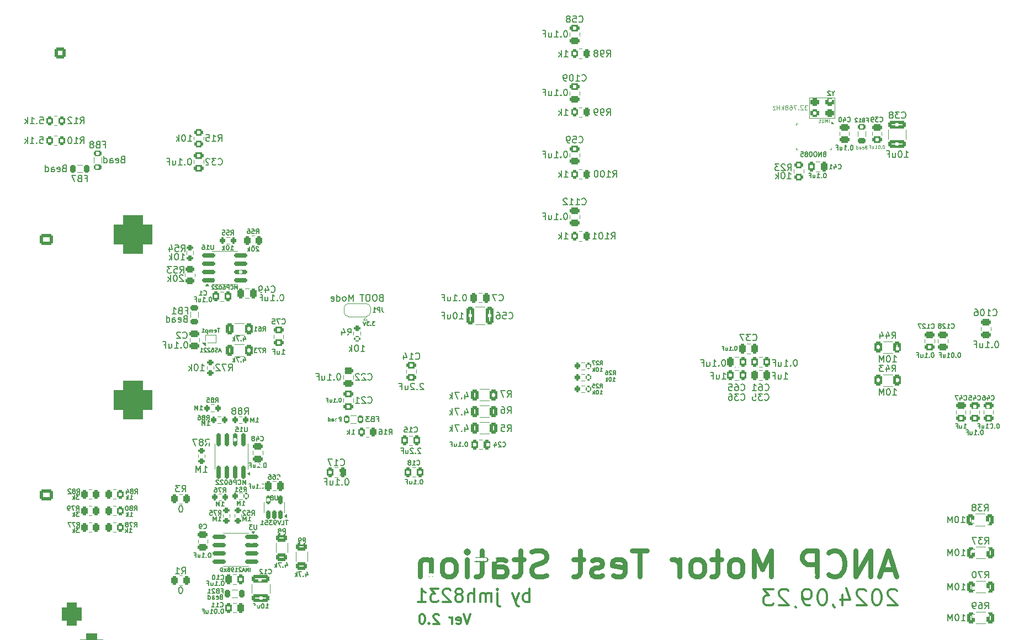
<source format=gbo>
G04 #@! TF.GenerationSoftware,KiCad,Pcbnew,8.0.4*
G04 #@! TF.CreationDate,2024-09-23T19:32:32+09:00*
G04 #@! TF.ProjectId,Solid Rocket Motor Test Station ver 2.0,536f6c69-6420-4526-9f63-6b6574204d6f,2.0*
G04 #@! TF.SameCoordinates,Original*
G04 #@! TF.FileFunction,Legend,Bot*
G04 #@! TF.FilePolarity,Positive*
%FSLAX46Y46*%
G04 Gerber Fmt 4.6, Leading zero omitted, Abs format (unit mm)*
G04 Created by KiCad (PCBNEW 8.0.4) date 2024-09-23 19:32:32*
%MOMM*%
%LPD*%
G01*
G04 APERTURE LIST*
G04 Aperture macros list*
%AMRoundRect*
0 Rectangle with rounded corners*
0 $1 Rounding radius*
0 $2 $3 $4 $5 $6 $7 $8 $9 X,Y pos of 4 corners*
0 Add a 4 corners polygon primitive as box body*
4,1,4,$2,$3,$4,$5,$6,$7,$8,$9,$2,$3,0*
0 Add four circle primitives for the rounded corners*
1,1,$1+$1,$2,$3*
1,1,$1+$1,$4,$5*
1,1,$1+$1,$6,$7*
1,1,$1+$1,$8,$9*
0 Add four rect primitives between the rounded corners*
20,1,$1+$1,$2,$3,$4,$5,0*
20,1,$1+$1,$4,$5,$6,$7,0*
20,1,$1+$1,$6,$7,$8,$9,0*
20,1,$1+$1,$8,$9,$2,$3,0*%
%AMFreePoly0*
4,1,19,0.550000,-0.750000,0.000000,-0.750000,0.000000,-0.744911,-0.071157,-0.744911,-0.207708,-0.704816,-0.327430,-0.627875,-0.420627,-0.520320,-0.479746,-0.390866,-0.500000,-0.250000,-0.500000,0.250000,-0.479746,0.390866,-0.420627,0.520320,-0.327430,0.627875,-0.207708,0.704816,-0.071157,0.744911,0.000000,0.744911,0.000000,0.750000,0.550000,0.750000,0.550000,-0.750000,0.550000,-0.750000,
$1*%
%AMFreePoly1*
4,1,19,0.000000,0.744911,0.071157,0.744911,0.207708,0.704816,0.327430,0.627875,0.420627,0.520320,0.479746,0.390866,0.500000,0.250000,0.500000,-0.250000,0.479746,-0.390866,0.420627,-0.520320,0.327430,-0.627875,0.207708,-0.704816,0.071157,-0.744911,0.000000,-0.744911,0.000000,-0.750000,-0.550000,-0.750000,-0.550000,0.750000,0.000000,0.750000,0.000000,0.744911,0.000000,0.744911,
$1*%
G04 Aperture macros list end*
%ADD10C,0.300000*%
%ADD11C,0.150000*%
%ADD12C,0.800000*%
%ADD13C,0.125000*%
%ADD14C,0.120000*%
%ADD15C,0.100000*%
%ADD16RoundRect,1.500000X-1.500000X1.500000X-1.500000X-1.500000X1.500000X-1.500000X1.500000X1.500000X0*%
%ADD17C,6.000000*%
%ADD18R,2.000000X2.000000*%
%ADD19C,2.000000*%
%ADD20R,1.700000X1.700000*%
%ADD21O,1.700000X1.700000*%
%ADD22C,0.650000*%
%ADD23O,2.100000X1.000000*%
%ADD24O,1.600000X1.000000*%
%ADD25C,1.524000*%
%ADD26RoundRect,1.500000X1.500000X-1.500000X1.500000X1.500000X-1.500000X1.500000X-1.500000X-1.500000X0*%
%ADD27RoundRect,0.250000X-0.725000X0.600000X-0.725000X-0.600000X0.725000X-0.600000X0.725000X0.600000X0*%
%ADD28O,1.950000X1.700000*%
%ADD29R,1.800000X1.800000*%
%ADD30C,1.800000*%
%ADD31R,3.500000X3.500000*%
%ADD32RoundRect,0.750000X-0.750000X-1.000000X0.750000X-1.000000X0.750000X1.000000X-0.750000X1.000000X0*%
%ADD33RoundRect,0.875000X-0.875000X-0.875000X0.875000X-0.875000X0.875000X0.875000X-0.875000X0.875000X0*%
%ADD34RoundRect,0.250000X0.600000X-0.600000X0.600000X0.600000X-0.600000X0.600000X-0.600000X-0.600000X0*%
%ADD35C,1.700000*%
%ADD36RoundRect,0.250000X0.250000X0.475000X-0.250000X0.475000X-0.250000X-0.475000X0.250000X-0.475000X0*%
%ADD37RoundRect,0.250000X0.312500X0.625000X-0.312500X0.625000X-0.312500X-0.625000X0.312500X-0.625000X0*%
%ADD38RoundRect,0.250000X-0.475000X0.250000X-0.475000X-0.250000X0.475000X-0.250000X0.475000X0.250000X0*%
%ADD39RoundRect,0.150000X0.150000X-0.825000X0.150000X0.825000X-0.150000X0.825000X-0.150000X-0.825000X0*%
%ADD40RoundRect,0.200000X-0.200000X-0.275000X0.200000X-0.275000X0.200000X0.275000X-0.200000X0.275000X0*%
%ADD41RoundRect,0.218750X-0.381250X0.218750X-0.381250X-0.218750X0.381250X-0.218750X0.381250X0.218750X0*%
%ADD42RoundRect,0.250000X0.475000X-0.250000X0.475000X0.250000X-0.475000X0.250000X-0.475000X-0.250000X0*%
%ADD43RoundRect,0.250000X-0.262500X-0.450000X0.262500X-0.450000X0.262500X0.450000X-0.262500X0.450000X0*%
%ADD44RoundRect,0.250000X-0.625000X0.312500X-0.625000X-0.312500X0.625000X-0.312500X0.625000X0.312500X0*%
%ADD45RoundRect,0.218750X-0.218750X-0.381250X0.218750X-0.381250X0.218750X0.381250X-0.218750X0.381250X0*%
%ADD46C,0.450000*%
%ADD47RoundRect,0.200000X-0.275000X0.200000X-0.275000X-0.200000X0.275000X-0.200000X0.275000X0.200000X0*%
%ADD48RoundRect,0.250000X0.262500X0.450000X-0.262500X0.450000X-0.262500X-0.450000X0.262500X-0.450000X0*%
%ADD49RoundRect,0.200000X0.275000X-0.200000X0.275000X0.200000X-0.275000X0.200000X-0.275000X-0.200000X0*%
%ADD50RoundRect,0.250000X-0.250000X-0.475000X0.250000X-0.475000X0.250000X0.475000X-0.250000X0.475000X0*%
%ADD51RoundRect,0.250000X-0.325000X-1.100000X0.325000X-1.100000X0.325000X1.100000X-0.325000X1.100000X0*%
%ADD52R,0.254000X0.675000*%
%ADD53R,0.675000X0.254000*%
%ADD54RoundRect,0.250000X-1.100000X0.325000X-1.100000X-0.325000X1.100000X-0.325000X1.100000X0.325000X0*%
%ADD55RoundRect,0.300000X-0.350000X-0.300000X0.350000X-0.300000X0.350000X0.300000X-0.350000X0.300000X0*%
%ADD56RoundRect,0.150000X0.825000X0.150000X-0.825000X0.150000X-0.825000X-0.150000X0.825000X-0.150000X0*%
%ADD57RoundRect,0.218750X0.381250X-0.218750X0.381250X0.218750X-0.381250X0.218750X-0.381250X-0.218750X0*%
%ADD58RoundRect,0.250000X0.450000X-0.262500X0.450000X0.262500X-0.450000X0.262500X-0.450000X-0.262500X0*%
%ADD59RoundRect,0.250000X1.100000X-0.325000X1.100000X0.325000X-1.100000X0.325000X-1.100000X-0.325000X0*%
%ADD60RoundRect,0.150000X-0.825000X-0.150000X0.825000X-0.150000X0.825000X0.150000X-0.825000X0.150000X0*%
%ADD61RoundRect,0.250000X-0.450000X0.262500X-0.450000X-0.262500X0.450000X-0.262500X0.450000X0.262500X0*%
%ADD62FreePoly0,180.000000*%
%ADD63R,1.000000X1.500000*%
%ADD64FreePoly1,180.000000*%
%ADD65RoundRect,0.150000X0.150000X-0.512500X0.150000X0.512500X-0.150000X0.512500X-0.150000X-0.512500X0*%
%ADD66C,0.600000*%
%ADD67C,3.200000*%
G04 APERTURE END LIST*
D10*
X153907574Y-148456828D02*
X153407574Y-149956828D01*
X153407574Y-149956828D02*
X152907574Y-148456828D01*
X151836146Y-149885400D02*
X151979003Y-149956828D01*
X151979003Y-149956828D02*
X152264718Y-149956828D01*
X152264718Y-149956828D02*
X152407575Y-149885400D01*
X152407575Y-149885400D02*
X152479003Y-149742542D01*
X152479003Y-149742542D02*
X152479003Y-149171114D01*
X152479003Y-149171114D02*
X152407575Y-149028257D01*
X152407575Y-149028257D02*
X152264718Y-148956828D01*
X152264718Y-148956828D02*
X151979003Y-148956828D01*
X151979003Y-148956828D02*
X151836146Y-149028257D01*
X151836146Y-149028257D02*
X151764718Y-149171114D01*
X151764718Y-149171114D02*
X151764718Y-149313971D01*
X151764718Y-149313971D02*
X152479003Y-149456828D01*
X151121861Y-149956828D02*
X151121861Y-148956828D01*
X151121861Y-149242542D02*
X151050432Y-149099685D01*
X151050432Y-149099685D02*
X150979004Y-149028257D01*
X150979004Y-149028257D02*
X150836146Y-148956828D01*
X150836146Y-148956828D02*
X150693289Y-148956828D01*
X149121861Y-148599685D02*
X149050433Y-148528257D01*
X149050433Y-148528257D02*
X148907576Y-148456828D01*
X148907576Y-148456828D02*
X148550433Y-148456828D01*
X148550433Y-148456828D02*
X148407576Y-148528257D01*
X148407576Y-148528257D02*
X148336147Y-148599685D01*
X148336147Y-148599685D02*
X148264718Y-148742542D01*
X148264718Y-148742542D02*
X148264718Y-148885400D01*
X148264718Y-148885400D02*
X148336147Y-149099685D01*
X148336147Y-149099685D02*
X149193290Y-149956828D01*
X149193290Y-149956828D02*
X148264718Y-149956828D01*
X147621862Y-149813971D02*
X147550433Y-149885400D01*
X147550433Y-149885400D02*
X147621862Y-149956828D01*
X147621862Y-149956828D02*
X147693290Y-149885400D01*
X147693290Y-149885400D02*
X147621862Y-149813971D01*
X147621862Y-149813971D02*
X147621862Y-149956828D01*
X146621861Y-148456828D02*
X146479004Y-148456828D01*
X146479004Y-148456828D02*
X146336147Y-148528257D01*
X146336147Y-148528257D02*
X146264719Y-148599685D01*
X146264719Y-148599685D02*
X146193290Y-148742542D01*
X146193290Y-148742542D02*
X146121861Y-149028257D01*
X146121861Y-149028257D02*
X146121861Y-149385400D01*
X146121861Y-149385400D02*
X146193290Y-149671114D01*
X146193290Y-149671114D02*
X146264719Y-149813971D01*
X146264719Y-149813971D02*
X146336147Y-149885400D01*
X146336147Y-149885400D02*
X146479004Y-149956828D01*
X146479004Y-149956828D02*
X146621861Y-149956828D01*
X146621861Y-149956828D02*
X146764719Y-149885400D01*
X146764719Y-149885400D02*
X146836147Y-149813971D01*
X146836147Y-149813971D02*
X146907576Y-149671114D01*
X146907576Y-149671114D02*
X146979004Y-149385400D01*
X146979004Y-149385400D02*
X146979004Y-149028257D01*
X146979004Y-149028257D02*
X146907576Y-148742542D01*
X146907576Y-148742542D02*
X146836147Y-148599685D01*
X146836147Y-148599685D02*
X146764719Y-148528257D01*
X146764719Y-148528257D02*
X146621861Y-148456828D01*
D11*
X139312001Y-103555771D02*
X138940573Y-103555771D01*
X138940573Y-103555771D02*
X139140573Y-103784342D01*
X139140573Y-103784342D02*
X139054858Y-103784342D01*
X139054858Y-103784342D02*
X138997716Y-103812914D01*
X138997716Y-103812914D02*
X138969144Y-103841485D01*
X138969144Y-103841485D02*
X138940573Y-103898628D01*
X138940573Y-103898628D02*
X138940573Y-104041485D01*
X138940573Y-104041485D02*
X138969144Y-104098628D01*
X138969144Y-104098628D02*
X138997716Y-104127200D01*
X138997716Y-104127200D02*
X139054858Y-104155771D01*
X139054858Y-104155771D02*
X139226287Y-104155771D01*
X139226287Y-104155771D02*
X139283430Y-104127200D01*
X139283430Y-104127200D02*
X139312001Y-104098628D01*
X138683429Y-104098628D02*
X138654858Y-104127200D01*
X138654858Y-104127200D02*
X138683429Y-104155771D01*
X138683429Y-104155771D02*
X138712001Y-104127200D01*
X138712001Y-104127200D02*
X138683429Y-104098628D01*
X138683429Y-104098628D02*
X138683429Y-104155771D01*
X138454858Y-103555771D02*
X138083430Y-103555771D01*
X138083430Y-103555771D02*
X138283430Y-103784342D01*
X138283430Y-103784342D02*
X138197715Y-103784342D01*
X138197715Y-103784342D02*
X138140573Y-103812914D01*
X138140573Y-103812914D02*
X138112001Y-103841485D01*
X138112001Y-103841485D02*
X138083430Y-103898628D01*
X138083430Y-103898628D02*
X138083430Y-104041485D01*
X138083430Y-104041485D02*
X138112001Y-104098628D01*
X138112001Y-104098628D02*
X138140573Y-104127200D01*
X138140573Y-104127200D02*
X138197715Y-104155771D01*
X138197715Y-104155771D02*
X138369144Y-104155771D01*
X138369144Y-104155771D02*
X138426287Y-104127200D01*
X138426287Y-104127200D02*
X138454858Y-104098628D01*
X137912001Y-103555771D02*
X137712001Y-104155771D01*
X137712001Y-104155771D02*
X137512001Y-103555771D01*
D12*
X218959580Y-141582019D02*
X217054818Y-141582019D01*
X219340532Y-142724876D02*
X218007199Y-138724876D01*
X218007199Y-138724876D02*
X216673865Y-142724876D01*
X215340533Y-142724876D02*
X215340533Y-138724876D01*
X215340533Y-138724876D02*
X213054818Y-142724876D01*
X213054818Y-142724876D02*
X213054818Y-138724876D01*
X208864342Y-142343923D02*
X209054818Y-142534400D01*
X209054818Y-142534400D02*
X209626247Y-142724876D01*
X209626247Y-142724876D02*
X210007199Y-142724876D01*
X210007199Y-142724876D02*
X210578628Y-142534400D01*
X210578628Y-142534400D02*
X210959580Y-142153447D01*
X210959580Y-142153447D02*
X211150057Y-141772495D01*
X211150057Y-141772495D02*
X211340533Y-141010590D01*
X211340533Y-141010590D02*
X211340533Y-140439161D01*
X211340533Y-140439161D02*
X211150057Y-139677257D01*
X211150057Y-139677257D02*
X210959580Y-139296304D01*
X210959580Y-139296304D02*
X210578628Y-138915352D01*
X210578628Y-138915352D02*
X210007199Y-138724876D01*
X210007199Y-138724876D02*
X209626247Y-138724876D01*
X209626247Y-138724876D02*
X209054818Y-138915352D01*
X209054818Y-138915352D02*
X208864342Y-139105828D01*
X207150057Y-142724876D02*
X207150057Y-138724876D01*
X207150057Y-138724876D02*
X205626247Y-138724876D01*
X205626247Y-138724876D02*
X205245295Y-138915352D01*
X205245295Y-138915352D02*
X205054818Y-139105828D01*
X205054818Y-139105828D02*
X204864342Y-139486780D01*
X204864342Y-139486780D02*
X204864342Y-140058209D01*
X204864342Y-140058209D02*
X205054818Y-140439161D01*
X205054818Y-140439161D02*
X205245295Y-140629638D01*
X205245295Y-140629638D02*
X205626247Y-140820114D01*
X205626247Y-140820114D02*
X207150057Y-140820114D01*
X200102438Y-142724876D02*
X200102438Y-138724876D01*
X200102438Y-138724876D02*
X198769104Y-141582019D01*
X198769104Y-141582019D02*
X197435771Y-138724876D01*
X197435771Y-138724876D02*
X197435771Y-142724876D01*
X194959580Y-142724876D02*
X195340532Y-142534400D01*
X195340532Y-142534400D02*
X195531009Y-142343923D01*
X195531009Y-142343923D02*
X195721485Y-141962971D01*
X195721485Y-141962971D02*
X195721485Y-140820114D01*
X195721485Y-140820114D02*
X195531009Y-140439161D01*
X195531009Y-140439161D02*
X195340532Y-140248685D01*
X195340532Y-140248685D02*
X194959580Y-140058209D01*
X194959580Y-140058209D02*
X194388151Y-140058209D01*
X194388151Y-140058209D02*
X194007199Y-140248685D01*
X194007199Y-140248685D02*
X193816723Y-140439161D01*
X193816723Y-140439161D02*
X193626247Y-140820114D01*
X193626247Y-140820114D02*
X193626247Y-141962971D01*
X193626247Y-141962971D02*
X193816723Y-142343923D01*
X193816723Y-142343923D02*
X194007199Y-142534400D01*
X194007199Y-142534400D02*
X194388151Y-142724876D01*
X194388151Y-142724876D02*
X194959580Y-142724876D01*
X192483389Y-140058209D02*
X190959580Y-140058209D01*
X191911961Y-138724876D02*
X191911961Y-142153447D01*
X191911961Y-142153447D02*
X191721484Y-142534400D01*
X191721484Y-142534400D02*
X191340532Y-142724876D01*
X191340532Y-142724876D02*
X190959580Y-142724876D01*
X189054818Y-142724876D02*
X189435770Y-142534400D01*
X189435770Y-142534400D02*
X189626247Y-142343923D01*
X189626247Y-142343923D02*
X189816723Y-141962971D01*
X189816723Y-141962971D02*
X189816723Y-140820114D01*
X189816723Y-140820114D02*
X189626247Y-140439161D01*
X189626247Y-140439161D02*
X189435770Y-140248685D01*
X189435770Y-140248685D02*
X189054818Y-140058209D01*
X189054818Y-140058209D02*
X188483389Y-140058209D01*
X188483389Y-140058209D02*
X188102437Y-140248685D01*
X188102437Y-140248685D02*
X187911961Y-140439161D01*
X187911961Y-140439161D02*
X187721485Y-140820114D01*
X187721485Y-140820114D02*
X187721485Y-141962971D01*
X187721485Y-141962971D02*
X187911961Y-142343923D01*
X187911961Y-142343923D02*
X188102437Y-142534400D01*
X188102437Y-142534400D02*
X188483389Y-142724876D01*
X188483389Y-142724876D02*
X189054818Y-142724876D01*
X186007199Y-142724876D02*
X186007199Y-140058209D01*
X186007199Y-140820114D02*
X185816722Y-140439161D01*
X185816722Y-140439161D02*
X185626246Y-140248685D01*
X185626246Y-140248685D02*
X185245294Y-140058209D01*
X185245294Y-140058209D02*
X184864341Y-140058209D01*
X181054818Y-138724876D02*
X178769104Y-138724876D01*
X179911961Y-142724876D02*
X179911961Y-138724876D01*
X175911961Y-142534400D02*
X176292913Y-142724876D01*
X176292913Y-142724876D02*
X177054818Y-142724876D01*
X177054818Y-142724876D02*
X177435771Y-142534400D01*
X177435771Y-142534400D02*
X177626247Y-142153447D01*
X177626247Y-142153447D02*
X177626247Y-140629638D01*
X177626247Y-140629638D02*
X177435771Y-140248685D01*
X177435771Y-140248685D02*
X177054818Y-140058209D01*
X177054818Y-140058209D02*
X176292913Y-140058209D01*
X176292913Y-140058209D02*
X175911961Y-140248685D01*
X175911961Y-140248685D02*
X175721485Y-140629638D01*
X175721485Y-140629638D02*
X175721485Y-141010590D01*
X175721485Y-141010590D02*
X177626247Y-141391542D01*
X174197676Y-142534400D02*
X173816723Y-142724876D01*
X173816723Y-142724876D02*
X173054819Y-142724876D01*
X173054819Y-142724876D02*
X172673866Y-142534400D01*
X172673866Y-142534400D02*
X172483390Y-142153447D01*
X172483390Y-142153447D02*
X172483390Y-141962971D01*
X172483390Y-141962971D02*
X172673866Y-141582019D01*
X172673866Y-141582019D02*
X173054819Y-141391542D01*
X173054819Y-141391542D02*
X173626247Y-141391542D01*
X173626247Y-141391542D02*
X174007200Y-141201066D01*
X174007200Y-141201066D02*
X174197676Y-140820114D01*
X174197676Y-140820114D02*
X174197676Y-140629638D01*
X174197676Y-140629638D02*
X174007200Y-140248685D01*
X174007200Y-140248685D02*
X173626247Y-140058209D01*
X173626247Y-140058209D02*
X173054819Y-140058209D01*
X173054819Y-140058209D02*
X172673866Y-140248685D01*
X171340533Y-140058209D02*
X169816724Y-140058209D01*
X170769105Y-138724876D02*
X170769105Y-142153447D01*
X170769105Y-142153447D02*
X170578628Y-142534400D01*
X170578628Y-142534400D02*
X170197676Y-142724876D01*
X170197676Y-142724876D02*
X169816724Y-142724876D01*
X165626248Y-142534400D02*
X165054819Y-142724876D01*
X165054819Y-142724876D02*
X164102438Y-142724876D01*
X164102438Y-142724876D02*
X163721486Y-142534400D01*
X163721486Y-142534400D02*
X163531010Y-142343923D01*
X163531010Y-142343923D02*
X163340533Y-141962971D01*
X163340533Y-141962971D02*
X163340533Y-141582019D01*
X163340533Y-141582019D02*
X163531010Y-141201066D01*
X163531010Y-141201066D02*
X163721486Y-141010590D01*
X163721486Y-141010590D02*
X164102438Y-140820114D01*
X164102438Y-140820114D02*
X164864343Y-140629638D01*
X164864343Y-140629638D02*
X165245295Y-140439161D01*
X165245295Y-140439161D02*
X165435772Y-140248685D01*
X165435772Y-140248685D02*
X165626248Y-139867733D01*
X165626248Y-139867733D02*
X165626248Y-139486780D01*
X165626248Y-139486780D02*
X165435772Y-139105828D01*
X165435772Y-139105828D02*
X165245295Y-138915352D01*
X165245295Y-138915352D02*
X164864343Y-138724876D01*
X164864343Y-138724876D02*
X163911962Y-138724876D01*
X163911962Y-138724876D02*
X163340533Y-138915352D01*
X162197676Y-140058209D02*
X160673867Y-140058209D01*
X161626248Y-138724876D02*
X161626248Y-142153447D01*
X161626248Y-142153447D02*
X161435771Y-142534400D01*
X161435771Y-142534400D02*
X161054819Y-142724876D01*
X161054819Y-142724876D02*
X160673867Y-142724876D01*
X157626248Y-142724876D02*
X157626248Y-140629638D01*
X157626248Y-140629638D02*
X157816724Y-140248685D01*
X157816724Y-140248685D02*
X158197676Y-140058209D01*
X158197676Y-140058209D02*
X158959581Y-140058209D01*
X158959581Y-140058209D02*
X159340534Y-140248685D01*
X157626248Y-142534400D02*
X158007200Y-142724876D01*
X158007200Y-142724876D02*
X158959581Y-142724876D01*
X158959581Y-142724876D02*
X159340534Y-142534400D01*
X159340534Y-142534400D02*
X159531010Y-142153447D01*
X159531010Y-142153447D02*
X159531010Y-141772495D01*
X159531010Y-141772495D02*
X159340534Y-141391542D01*
X159340534Y-141391542D02*
X158959581Y-141201066D01*
X158959581Y-141201066D02*
X158007200Y-141201066D01*
X158007200Y-141201066D02*
X157626248Y-141010590D01*
X156292914Y-140058209D02*
X154769105Y-140058209D01*
X155721486Y-138724876D02*
X155721486Y-142153447D01*
X155721486Y-142153447D02*
X155531009Y-142534400D01*
X155531009Y-142534400D02*
X155150057Y-142724876D01*
X155150057Y-142724876D02*
X154769105Y-142724876D01*
X153435772Y-142724876D02*
X153435772Y-140058209D01*
X153435772Y-138724876D02*
X153626248Y-138915352D01*
X153626248Y-138915352D02*
X153435772Y-139105828D01*
X153435772Y-139105828D02*
X153245295Y-138915352D01*
X153245295Y-138915352D02*
X153435772Y-138724876D01*
X153435772Y-138724876D02*
X153435772Y-139105828D01*
X150959581Y-142724876D02*
X151340533Y-142534400D01*
X151340533Y-142534400D02*
X151531010Y-142343923D01*
X151531010Y-142343923D02*
X151721486Y-141962971D01*
X151721486Y-141962971D02*
X151721486Y-140820114D01*
X151721486Y-140820114D02*
X151531010Y-140439161D01*
X151531010Y-140439161D02*
X151340533Y-140248685D01*
X151340533Y-140248685D02*
X150959581Y-140058209D01*
X150959581Y-140058209D02*
X150388152Y-140058209D01*
X150388152Y-140058209D02*
X150007200Y-140248685D01*
X150007200Y-140248685D02*
X149816724Y-140439161D01*
X149816724Y-140439161D02*
X149626248Y-140820114D01*
X149626248Y-140820114D02*
X149626248Y-141962971D01*
X149626248Y-141962971D02*
X149816724Y-142343923D01*
X149816724Y-142343923D02*
X150007200Y-142534400D01*
X150007200Y-142534400D02*
X150388152Y-142724876D01*
X150388152Y-142724876D02*
X150959581Y-142724876D01*
X147911962Y-140058209D02*
X147911962Y-142724876D01*
X147911962Y-140439161D02*
X147721485Y-140248685D01*
X147721485Y-140248685D02*
X147340533Y-140058209D01*
X147340533Y-140058209D02*
X146769104Y-140058209D01*
X146769104Y-140058209D02*
X146388152Y-140248685D01*
X146388152Y-140248685D02*
X146197676Y-140629638D01*
X146197676Y-140629638D02*
X146197676Y-142724876D01*
D10*
X162974241Y-146595638D02*
X162974241Y-144595638D01*
X162974241Y-145357542D02*
X162783765Y-145262304D01*
X162783765Y-145262304D02*
X162402812Y-145262304D01*
X162402812Y-145262304D02*
X162212336Y-145357542D01*
X162212336Y-145357542D02*
X162117098Y-145452780D01*
X162117098Y-145452780D02*
X162021860Y-145643257D01*
X162021860Y-145643257D02*
X162021860Y-146214685D01*
X162021860Y-146214685D02*
X162117098Y-146405161D01*
X162117098Y-146405161D02*
X162212336Y-146500400D01*
X162212336Y-146500400D02*
X162402812Y-146595638D01*
X162402812Y-146595638D02*
X162783765Y-146595638D01*
X162783765Y-146595638D02*
X162974241Y-146500400D01*
X161355193Y-145262304D02*
X160879003Y-146595638D01*
X160402812Y-145262304D02*
X160879003Y-146595638D01*
X160879003Y-146595638D02*
X161069479Y-147071828D01*
X161069479Y-147071828D02*
X161164717Y-147167066D01*
X161164717Y-147167066D02*
X161355193Y-147262304D01*
X158117097Y-145262304D02*
X158117097Y-146976590D01*
X158117097Y-146976590D02*
X158212335Y-147167066D01*
X158212335Y-147167066D02*
X158402811Y-147262304D01*
X158402811Y-147262304D02*
X158498049Y-147262304D01*
X158117097Y-144595638D02*
X158212335Y-144690876D01*
X158212335Y-144690876D02*
X158117097Y-144786114D01*
X158117097Y-144786114D02*
X158021859Y-144690876D01*
X158021859Y-144690876D02*
X158117097Y-144595638D01*
X158117097Y-144595638D02*
X158117097Y-144786114D01*
X157164716Y-146595638D02*
X157164716Y-145262304D01*
X157164716Y-145452780D02*
X157069478Y-145357542D01*
X157069478Y-145357542D02*
X156879002Y-145262304D01*
X156879002Y-145262304D02*
X156593287Y-145262304D01*
X156593287Y-145262304D02*
X156402811Y-145357542D01*
X156402811Y-145357542D02*
X156307573Y-145548019D01*
X156307573Y-145548019D02*
X156307573Y-146595638D01*
X156307573Y-145548019D02*
X156212335Y-145357542D01*
X156212335Y-145357542D02*
X156021859Y-145262304D01*
X156021859Y-145262304D02*
X155736145Y-145262304D01*
X155736145Y-145262304D02*
X155545668Y-145357542D01*
X155545668Y-145357542D02*
X155450430Y-145548019D01*
X155450430Y-145548019D02*
X155450430Y-146595638D01*
X154498049Y-146595638D02*
X154498049Y-144595638D01*
X153640906Y-146595638D02*
X153640906Y-145548019D01*
X153640906Y-145548019D02*
X153736144Y-145357542D01*
X153736144Y-145357542D02*
X153926620Y-145262304D01*
X153926620Y-145262304D02*
X154212335Y-145262304D01*
X154212335Y-145262304D02*
X154402811Y-145357542D01*
X154402811Y-145357542D02*
X154498049Y-145452780D01*
X152402811Y-145452780D02*
X152593287Y-145357542D01*
X152593287Y-145357542D02*
X152688525Y-145262304D01*
X152688525Y-145262304D02*
X152783763Y-145071828D01*
X152783763Y-145071828D02*
X152783763Y-144976590D01*
X152783763Y-144976590D02*
X152688525Y-144786114D01*
X152688525Y-144786114D02*
X152593287Y-144690876D01*
X152593287Y-144690876D02*
X152402811Y-144595638D01*
X152402811Y-144595638D02*
X152021858Y-144595638D01*
X152021858Y-144595638D02*
X151831382Y-144690876D01*
X151831382Y-144690876D02*
X151736144Y-144786114D01*
X151736144Y-144786114D02*
X151640906Y-144976590D01*
X151640906Y-144976590D02*
X151640906Y-145071828D01*
X151640906Y-145071828D02*
X151736144Y-145262304D01*
X151736144Y-145262304D02*
X151831382Y-145357542D01*
X151831382Y-145357542D02*
X152021858Y-145452780D01*
X152021858Y-145452780D02*
X152402811Y-145452780D01*
X152402811Y-145452780D02*
X152593287Y-145548019D01*
X152593287Y-145548019D02*
X152688525Y-145643257D01*
X152688525Y-145643257D02*
X152783763Y-145833733D01*
X152783763Y-145833733D02*
X152783763Y-146214685D01*
X152783763Y-146214685D02*
X152688525Y-146405161D01*
X152688525Y-146405161D02*
X152593287Y-146500400D01*
X152593287Y-146500400D02*
X152402811Y-146595638D01*
X152402811Y-146595638D02*
X152021858Y-146595638D01*
X152021858Y-146595638D02*
X151831382Y-146500400D01*
X151831382Y-146500400D02*
X151736144Y-146405161D01*
X151736144Y-146405161D02*
X151640906Y-146214685D01*
X151640906Y-146214685D02*
X151640906Y-145833733D01*
X151640906Y-145833733D02*
X151736144Y-145643257D01*
X151736144Y-145643257D02*
X151831382Y-145548019D01*
X151831382Y-145548019D02*
X152021858Y-145452780D01*
X150879001Y-144786114D02*
X150783763Y-144690876D01*
X150783763Y-144690876D02*
X150593287Y-144595638D01*
X150593287Y-144595638D02*
X150117096Y-144595638D01*
X150117096Y-144595638D02*
X149926620Y-144690876D01*
X149926620Y-144690876D02*
X149831382Y-144786114D01*
X149831382Y-144786114D02*
X149736144Y-144976590D01*
X149736144Y-144976590D02*
X149736144Y-145167066D01*
X149736144Y-145167066D02*
X149831382Y-145452780D01*
X149831382Y-145452780D02*
X150974239Y-146595638D01*
X150974239Y-146595638D02*
X149736144Y-146595638D01*
X149069477Y-144595638D02*
X147831382Y-144595638D01*
X147831382Y-144595638D02*
X148498049Y-145357542D01*
X148498049Y-145357542D02*
X148212334Y-145357542D01*
X148212334Y-145357542D02*
X148021858Y-145452780D01*
X148021858Y-145452780D02*
X147926620Y-145548019D01*
X147926620Y-145548019D02*
X147831382Y-145738495D01*
X147831382Y-145738495D02*
X147831382Y-146214685D01*
X147831382Y-146214685D02*
X147926620Y-146405161D01*
X147926620Y-146405161D02*
X148021858Y-146500400D01*
X148021858Y-146500400D02*
X148212334Y-146595638D01*
X148212334Y-146595638D02*
X148783763Y-146595638D01*
X148783763Y-146595638D02*
X148974239Y-146500400D01*
X148974239Y-146500400D02*
X149069477Y-146405161D01*
X145926620Y-146595638D02*
X147069477Y-146595638D01*
X146498049Y-146595638D02*
X146498049Y-144595638D01*
X146498049Y-144595638D02*
X146688525Y-144881352D01*
X146688525Y-144881352D02*
X146879001Y-145071828D01*
X146879001Y-145071828D02*
X147069477Y-145167066D01*
X219374241Y-144872542D02*
X219255193Y-144753495D01*
X219255193Y-144753495D02*
X219017098Y-144634447D01*
X219017098Y-144634447D02*
X218421860Y-144634447D01*
X218421860Y-144634447D02*
X218183765Y-144753495D01*
X218183765Y-144753495D02*
X218064717Y-144872542D01*
X218064717Y-144872542D02*
X217945670Y-145110638D01*
X217945670Y-145110638D02*
X217945670Y-145348733D01*
X217945670Y-145348733D02*
X218064717Y-145705876D01*
X218064717Y-145705876D02*
X219493289Y-147134447D01*
X219493289Y-147134447D02*
X217945670Y-147134447D01*
X216398051Y-144634447D02*
X216159956Y-144634447D01*
X216159956Y-144634447D02*
X215921860Y-144753495D01*
X215921860Y-144753495D02*
X215802813Y-144872542D01*
X215802813Y-144872542D02*
X215683765Y-145110638D01*
X215683765Y-145110638D02*
X215564718Y-145586828D01*
X215564718Y-145586828D02*
X215564718Y-146182066D01*
X215564718Y-146182066D02*
X215683765Y-146658257D01*
X215683765Y-146658257D02*
X215802813Y-146896352D01*
X215802813Y-146896352D02*
X215921860Y-147015400D01*
X215921860Y-147015400D02*
X216159956Y-147134447D01*
X216159956Y-147134447D02*
X216398051Y-147134447D01*
X216398051Y-147134447D02*
X216636146Y-147015400D01*
X216636146Y-147015400D02*
X216755194Y-146896352D01*
X216755194Y-146896352D02*
X216874241Y-146658257D01*
X216874241Y-146658257D02*
X216993289Y-146182066D01*
X216993289Y-146182066D02*
X216993289Y-145586828D01*
X216993289Y-145586828D02*
X216874241Y-145110638D01*
X216874241Y-145110638D02*
X216755194Y-144872542D01*
X216755194Y-144872542D02*
X216636146Y-144753495D01*
X216636146Y-144753495D02*
X216398051Y-144634447D01*
X214612337Y-144872542D02*
X214493289Y-144753495D01*
X214493289Y-144753495D02*
X214255194Y-144634447D01*
X214255194Y-144634447D02*
X213659956Y-144634447D01*
X213659956Y-144634447D02*
X213421861Y-144753495D01*
X213421861Y-144753495D02*
X213302813Y-144872542D01*
X213302813Y-144872542D02*
X213183766Y-145110638D01*
X213183766Y-145110638D02*
X213183766Y-145348733D01*
X213183766Y-145348733D02*
X213302813Y-145705876D01*
X213302813Y-145705876D02*
X214731385Y-147134447D01*
X214731385Y-147134447D02*
X213183766Y-147134447D01*
X211040909Y-145467780D02*
X211040909Y-147134447D01*
X211636147Y-144515400D02*
X212231385Y-146301114D01*
X212231385Y-146301114D02*
X210683766Y-146301114D01*
X209612338Y-147015400D02*
X209612338Y-147134447D01*
X209612338Y-147134447D02*
X209731385Y-147372542D01*
X209731385Y-147372542D02*
X209850433Y-147491590D01*
X208064719Y-144634447D02*
X207826624Y-144634447D01*
X207826624Y-144634447D02*
X207588528Y-144753495D01*
X207588528Y-144753495D02*
X207469481Y-144872542D01*
X207469481Y-144872542D02*
X207350433Y-145110638D01*
X207350433Y-145110638D02*
X207231386Y-145586828D01*
X207231386Y-145586828D02*
X207231386Y-146182066D01*
X207231386Y-146182066D02*
X207350433Y-146658257D01*
X207350433Y-146658257D02*
X207469481Y-146896352D01*
X207469481Y-146896352D02*
X207588528Y-147015400D01*
X207588528Y-147015400D02*
X207826624Y-147134447D01*
X207826624Y-147134447D02*
X208064719Y-147134447D01*
X208064719Y-147134447D02*
X208302814Y-147015400D01*
X208302814Y-147015400D02*
X208421862Y-146896352D01*
X208421862Y-146896352D02*
X208540909Y-146658257D01*
X208540909Y-146658257D02*
X208659957Y-146182066D01*
X208659957Y-146182066D02*
X208659957Y-145586828D01*
X208659957Y-145586828D02*
X208540909Y-145110638D01*
X208540909Y-145110638D02*
X208421862Y-144872542D01*
X208421862Y-144872542D02*
X208302814Y-144753495D01*
X208302814Y-144753495D02*
X208064719Y-144634447D01*
X206040910Y-147134447D02*
X205564719Y-147134447D01*
X205564719Y-147134447D02*
X205326624Y-147015400D01*
X205326624Y-147015400D02*
X205207576Y-146896352D01*
X205207576Y-146896352D02*
X204969481Y-146539209D01*
X204969481Y-146539209D02*
X204850434Y-146063019D01*
X204850434Y-146063019D02*
X204850434Y-145110638D01*
X204850434Y-145110638D02*
X204969481Y-144872542D01*
X204969481Y-144872542D02*
X205088529Y-144753495D01*
X205088529Y-144753495D02*
X205326624Y-144634447D01*
X205326624Y-144634447D02*
X205802815Y-144634447D01*
X205802815Y-144634447D02*
X206040910Y-144753495D01*
X206040910Y-144753495D02*
X206159957Y-144872542D01*
X206159957Y-144872542D02*
X206279005Y-145110638D01*
X206279005Y-145110638D02*
X206279005Y-145705876D01*
X206279005Y-145705876D02*
X206159957Y-145943971D01*
X206159957Y-145943971D02*
X206040910Y-146063019D01*
X206040910Y-146063019D02*
X205802815Y-146182066D01*
X205802815Y-146182066D02*
X205326624Y-146182066D01*
X205326624Y-146182066D02*
X205088529Y-146063019D01*
X205088529Y-146063019D02*
X204969481Y-145943971D01*
X204969481Y-145943971D02*
X204850434Y-145705876D01*
X203659958Y-147015400D02*
X203659958Y-147134447D01*
X203659958Y-147134447D02*
X203779005Y-147372542D01*
X203779005Y-147372542D02*
X203898053Y-147491590D01*
X202707577Y-144872542D02*
X202588529Y-144753495D01*
X202588529Y-144753495D02*
X202350434Y-144634447D01*
X202350434Y-144634447D02*
X201755196Y-144634447D01*
X201755196Y-144634447D02*
X201517101Y-144753495D01*
X201517101Y-144753495D02*
X201398053Y-144872542D01*
X201398053Y-144872542D02*
X201279006Y-145110638D01*
X201279006Y-145110638D02*
X201279006Y-145348733D01*
X201279006Y-145348733D02*
X201398053Y-145705876D01*
X201398053Y-145705876D02*
X202826625Y-147134447D01*
X202826625Y-147134447D02*
X201279006Y-147134447D01*
X200445673Y-144634447D02*
X198898054Y-144634447D01*
X198898054Y-144634447D02*
X199731387Y-145586828D01*
X199731387Y-145586828D02*
X199374244Y-145586828D01*
X199374244Y-145586828D02*
X199136149Y-145705876D01*
X199136149Y-145705876D02*
X199017101Y-145824923D01*
X199017101Y-145824923D02*
X198898054Y-146063019D01*
X198898054Y-146063019D02*
X198898054Y-146658257D01*
X198898054Y-146658257D02*
X199017101Y-146896352D01*
X199017101Y-146896352D02*
X199136149Y-147015400D01*
X199136149Y-147015400D02*
X199374244Y-147134447D01*
X199374244Y-147134447D02*
X200088530Y-147134447D01*
X200088530Y-147134447D02*
X200326625Y-147015400D01*
X200326625Y-147015400D02*
X200445673Y-146896352D01*
D11*
X123390657Y-99015580D02*
X123438276Y-99063200D01*
X123438276Y-99063200D02*
X123581133Y-99110819D01*
X123581133Y-99110819D02*
X123676371Y-99110819D01*
X123676371Y-99110819D02*
X123819228Y-99063200D01*
X123819228Y-99063200D02*
X123914466Y-98967961D01*
X123914466Y-98967961D02*
X123962085Y-98872723D01*
X123962085Y-98872723D02*
X124009704Y-98682247D01*
X124009704Y-98682247D02*
X124009704Y-98539390D01*
X124009704Y-98539390D02*
X123962085Y-98348914D01*
X123962085Y-98348914D02*
X123914466Y-98253676D01*
X123914466Y-98253676D02*
X123819228Y-98158438D01*
X123819228Y-98158438D02*
X123676371Y-98110819D01*
X123676371Y-98110819D02*
X123581133Y-98110819D01*
X123581133Y-98110819D02*
X123438276Y-98158438D01*
X123438276Y-98158438D02*
X123390657Y-98206057D01*
X122533514Y-98444152D02*
X122533514Y-99110819D01*
X122771609Y-98063200D02*
X123009704Y-98777485D01*
X123009704Y-98777485D02*
X122390657Y-98777485D01*
X121962085Y-99110819D02*
X121771609Y-99110819D01*
X121771609Y-99110819D02*
X121676371Y-99063200D01*
X121676371Y-99063200D02*
X121628752Y-99015580D01*
X121628752Y-99015580D02*
X121533514Y-98872723D01*
X121533514Y-98872723D02*
X121485895Y-98682247D01*
X121485895Y-98682247D02*
X121485895Y-98301295D01*
X121485895Y-98301295D02*
X121533514Y-98206057D01*
X121533514Y-98206057D02*
X121581133Y-98158438D01*
X121581133Y-98158438D02*
X121676371Y-98110819D01*
X121676371Y-98110819D02*
X121866847Y-98110819D01*
X121866847Y-98110819D02*
X121962085Y-98158438D01*
X121962085Y-98158438D02*
X122009704Y-98206057D01*
X122009704Y-98206057D02*
X122057323Y-98301295D01*
X122057323Y-98301295D02*
X122057323Y-98539390D01*
X122057323Y-98539390D02*
X122009704Y-98634628D01*
X122009704Y-98634628D02*
X121962085Y-98682247D01*
X121962085Y-98682247D02*
X121866847Y-98729866D01*
X121866847Y-98729866D02*
X121676371Y-98729866D01*
X121676371Y-98729866D02*
X121581133Y-98682247D01*
X121581133Y-98682247D02*
X121533514Y-98634628D01*
X121533514Y-98634628D02*
X121485895Y-98539390D01*
X125090656Y-99410819D02*
X124995418Y-99410819D01*
X124995418Y-99410819D02*
X124900180Y-99458438D01*
X124900180Y-99458438D02*
X124852561Y-99506057D01*
X124852561Y-99506057D02*
X124804942Y-99601295D01*
X124804942Y-99601295D02*
X124757323Y-99791771D01*
X124757323Y-99791771D02*
X124757323Y-100029866D01*
X124757323Y-100029866D02*
X124804942Y-100220342D01*
X124804942Y-100220342D02*
X124852561Y-100315580D01*
X124852561Y-100315580D02*
X124900180Y-100363200D01*
X124900180Y-100363200D02*
X124995418Y-100410819D01*
X124995418Y-100410819D02*
X125090656Y-100410819D01*
X125090656Y-100410819D02*
X125185894Y-100363200D01*
X125185894Y-100363200D02*
X125233513Y-100315580D01*
X125233513Y-100315580D02*
X125281132Y-100220342D01*
X125281132Y-100220342D02*
X125328751Y-100029866D01*
X125328751Y-100029866D02*
X125328751Y-99791771D01*
X125328751Y-99791771D02*
X125281132Y-99601295D01*
X125281132Y-99601295D02*
X125233513Y-99506057D01*
X125233513Y-99506057D02*
X125185894Y-99458438D01*
X125185894Y-99458438D02*
X125090656Y-99410819D01*
X124328751Y-100315580D02*
X124281132Y-100363200D01*
X124281132Y-100363200D02*
X124328751Y-100410819D01*
X124328751Y-100410819D02*
X124376370Y-100363200D01*
X124376370Y-100363200D02*
X124328751Y-100315580D01*
X124328751Y-100315580D02*
X124328751Y-100410819D01*
X123328752Y-100410819D02*
X123900180Y-100410819D01*
X123614466Y-100410819D02*
X123614466Y-99410819D01*
X123614466Y-99410819D02*
X123709704Y-99553676D01*
X123709704Y-99553676D02*
X123804942Y-99648914D01*
X123804942Y-99648914D02*
X123900180Y-99696533D01*
X122471609Y-99744152D02*
X122471609Y-100410819D01*
X122900180Y-99744152D02*
X122900180Y-100267961D01*
X122900180Y-100267961D02*
X122852561Y-100363200D01*
X122852561Y-100363200D02*
X122757323Y-100410819D01*
X122757323Y-100410819D02*
X122614466Y-100410819D01*
X122614466Y-100410819D02*
X122519228Y-100363200D01*
X122519228Y-100363200D02*
X122471609Y-100315580D01*
X121662085Y-99887009D02*
X121995418Y-99887009D01*
X121995418Y-100410819D02*
X121995418Y-99410819D01*
X121995418Y-99410819D02*
X121519228Y-99410819D01*
X122147800Y-108332033D02*
X122381133Y-107998700D01*
X122547800Y-108332033D02*
X122547800Y-107632033D01*
X122547800Y-107632033D02*
X122281133Y-107632033D01*
X122281133Y-107632033D02*
X122214467Y-107665366D01*
X122214467Y-107665366D02*
X122181133Y-107698700D01*
X122181133Y-107698700D02*
X122147800Y-107765366D01*
X122147800Y-107765366D02*
X122147800Y-107865366D01*
X122147800Y-107865366D02*
X122181133Y-107932033D01*
X122181133Y-107932033D02*
X122214467Y-107965366D01*
X122214467Y-107965366D02*
X122281133Y-107998700D01*
X122281133Y-107998700D02*
X122547800Y-107998700D01*
X121914467Y-107632033D02*
X121447800Y-107632033D01*
X121447800Y-107632033D02*
X121747800Y-108332033D01*
X121247800Y-107632033D02*
X120814466Y-107632033D01*
X120814466Y-107632033D02*
X121047800Y-107898700D01*
X121047800Y-107898700D02*
X120947800Y-107898700D01*
X120947800Y-107898700D02*
X120881133Y-107932033D01*
X120881133Y-107932033D02*
X120847800Y-107965366D01*
X120847800Y-107965366D02*
X120814466Y-108032033D01*
X120814466Y-108032033D02*
X120814466Y-108198700D01*
X120814466Y-108198700D02*
X120847800Y-108265366D01*
X120847800Y-108265366D02*
X120881133Y-108298700D01*
X120881133Y-108298700D02*
X120947800Y-108332033D01*
X120947800Y-108332033D02*
X121147800Y-108332033D01*
X121147800Y-108332033D02*
X121214466Y-108298700D01*
X121214466Y-108298700D02*
X121247800Y-108265366D01*
X119160300Y-109305366D02*
X119160300Y-109772033D01*
X119326967Y-109038700D02*
X119493633Y-109538700D01*
X119493633Y-109538700D02*
X119060300Y-109538700D01*
X118793633Y-109705366D02*
X118760300Y-109738700D01*
X118760300Y-109738700D02*
X118793633Y-109772033D01*
X118793633Y-109772033D02*
X118826966Y-109738700D01*
X118826966Y-109738700D02*
X118793633Y-109705366D01*
X118793633Y-109705366D02*
X118793633Y-109772033D01*
X118526967Y-109072033D02*
X118060300Y-109072033D01*
X118060300Y-109072033D02*
X118360300Y-109772033D01*
X117793633Y-109772033D02*
X117793633Y-109072033D01*
X117726966Y-109505366D02*
X117526966Y-109772033D01*
X117526966Y-109305366D02*
X117793633Y-109572033D01*
X134040657Y-125565580D02*
X134088276Y-125613200D01*
X134088276Y-125613200D02*
X134231133Y-125660819D01*
X134231133Y-125660819D02*
X134326371Y-125660819D01*
X134326371Y-125660819D02*
X134469228Y-125613200D01*
X134469228Y-125613200D02*
X134564466Y-125517961D01*
X134564466Y-125517961D02*
X134612085Y-125422723D01*
X134612085Y-125422723D02*
X134659704Y-125232247D01*
X134659704Y-125232247D02*
X134659704Y-125089390D01*
X134659704Y-125089390D02*
X134612085Y-124898914D01*
X134612085Y-124898914D02*
X134564466Y-124803676D01*
X134564466Y-124803676D02*
X134469228Y-124708438D01*
X134469228Y-124708438D02*
X134326371Y-124660819D01*
X134326371Y-124660819D02*
X134231133Y-124660819D01*
X134231133Y-124660819D02*
X134088276Y-124708438D01*
X134088276Y-124708438D02*
X134040657Y-124756057D01*
X133088276Y-125660819D02*
X133659704Y-125660819D01*
X133373990Y-125660819D02*
X133373990Y-124660819D01*
X133373990Y-124660819D02*
X133469228Y-124803676D01*
X133469228Y-124803676D02*
X133564466Y-124898914D01*
X133564466Y-124898914D02*
X133659704Y-124946533D01*
X132754942Y-124660819D02*
X132088276Y-124660819D01*
X132088276Y-124660819D02*
X132516847Y-125660819D01*
X135040656Y-127660819D02*
X134945418Y-127660819D01*
X134945418Y-127660819D02*
X134850180Y-127708438D01*
X134850180Y-127708438D02*
X134802561Y-127756057D01*
X134802561Y-127756057D02*
X134754942Y-127851295D01*
X134754942Y-127851295D02*
X134707323Y-128041771D01*
X134707323Y-128041771D02*
X134707323Y-128279866D01*
X134707323Y-128279866D02*
X134754942Y-128470342D01*
X134754942Y-128470342D02*
X134802561Y-128565580D01*
X134802561Y-128565580D02*
X134850180Y-128613200D01*
X134850180Y-128613200D02*
X134945418Y-128660819D01*
X134945418Y-128660819D02*
X135040656Y-128660819D01*
X135040656Y-128660819D02*
X135135894Y-128613200D01*
X135135894Y-128613200D02*
X135183513Y-128565580D01*
X135183513Y-128565580D02*
X135231132Y-128470342D01*
X135231132Y-128470342D02*
X135278751Y-128279866D01*
X135278751Y-128279866D02*
X135278751Y-128041771D01*
X135278751Y-128041771D02*
X135231132Y-127851295D01*
X135231132Y-127851295D02*
X135183513Y-127756057D01*
X135183513Y-127756057D02*
X135135894Y-127708438D01*
X135135894Y-127708438D02*
X135040656Y-127660819D01*
X134278751Y-128565580D02*
X134231132Y-128613200D01*
X134231132Y-128613200D02*
X134278751Y-128660819D01*
X134278751Y-128660819D02*
X134326370Y-128613200D01*
X134326370Y-128613200D02*
X134278751Y-128565580D01*
X134278751Y-128565580D02*
X134278751Y-128660819D01*
X133278752Y-128660819D02*
X133850180Y-128660819D01*
X133564466Y-128660819D02*
X133564466Y-127660819D01*
X133564466Y-127660819D02*
X133659704Y-127803676D01*
X133659704Y-127803676D02*
X133754942Y-127898914D01*
X133754942Y-127898914D02*
X133850180Y-127946533D01*
X132421609Y-127994152D02*
X132421609Y-128660819D01*
X132850180Y-127994152D02*
X132850180Y-128517961D01*
X132850180Y-128517961D02*
X132802561Y-128613200D01*
X132802561Y-128613200D02*
X132707323Y-128660819D01*
X132707323Y-128660819D02*
X132564466Y-128660819D01*
X132564466Y-128660819D02*
X132469228Y-128613200D01*
X132469228Y-128613200D02*
X132421609Y-128565580D01*
X131612085Y-128137009D02*
X131945418Y-128137009D01*
X131945418Y-128660819D02*
X131945418Y-127660819D01*
X131945418Y-127660819D02*
X131469228Y-127660819D01*
X229658600Y-115561566D02*
X229691933Y-115594900D01*
X229691933Y-115594900D02*
X229791933Y-115628233D01*
X229791933Y-115628233D02*
X229858600Y-115628233D01*
X229858600Y-115628233D02*
X229958600Y-115594900D01*
X229958600Y-115594900D02*
X230025267Y-115528233D01*
X230025267Y-115528233D02*
X230058600Y-115461566D01*
X230058600Y-115461566D02*
X230091933Y-115328233D01*
X230091933Y-115328233D02*
X230091933Y-115228233D01*
X230091933Y-115228233D02*
X230058600Y-115094900D01*
X230058600Y-115094900D02*
X230025267Y-115028233D01*
X230025267Y-115028233D02*
X229958600Y-114961566D01*
X229958600Y-114961566D02*
X229858600Y-114928233D01*
X229858600Y-114928233D02*
X229791933Y-114928233D01*
X229791933Y-114928233D02*
X229691933Y-114961566D01*
X229691933Y-114961566D02*
X229658600Y-114994900D01*
X229058600Y-115161566D02*
X229058600Y-115628233D01*
X229225267Y-114894900D02*
X229391933Y-115394900D01*
X229391933Y-115394900D02*
X228958600Y-115394900D01*
X228758600Y-114928233D02*
X228291933Y-114928233D01*
X228291933Y-114928233D02*
X228591933Y-115628233D01*
X229599866Y-119946233D02*
X229999866Y-119946233D01*
X229799866Y-119946233D02*
X229799866Y-119246233D01*
X229799866Y-119246233D02*
X229866533Y-119346233D01*
X229866533Y-119346233D02*
X229933200Y-119412900D01*
X229933200Y-119412900D02*
X229999866Y-119446233D01*
X228999866Y-119479566D02*
X228999866Y-119946233D01*
X229299866Y-119479566D02*
X229299866Y-119846233D01*
X229299866Y-119846233D02*
X229266533Y-119912900D01*
X229266533Y-119912900D02*
X229199866Y-119946233D01*
X229199866Y-119946233D02*
X229099866Y-119946233D01*
X229099866Y-119946233D02*
X229033199Y-119912900D01*
X229033199Y-119912900D02*
X228999866Y-119879566D01*
X228433200Y-119579566D02*
X228666533Y-119579566D01*
X228666533Y-119946233D02*
X228666533Y-119246233D01*
X228666533Y-119246233D02*
X228333200Y-119246233D01*
X119714466Y-119772033D02*
X119714466Y-120338700D01*
X119714466Y-120338700D02*
X119681133Y-120405366D01*
X119681133Y-120405366D02*
X119647799Y-120438700D01*
X119647799Y-120438700D02*
X119581133Y-120472033D01*
X119581133Y-120472033D02*
X119447799Y-120472033D01*
X119447799Y-120472033D02*
X119381133Y-120438700D01*
X119381133Y-120438700D02*
X119347799Y-120405366D01*
X119347799Y-120405366D02*
X119314466Y-120338700D01*
X119314466Y-120338700D02*
X119314466Y-119772033D01*
X118614466Y-120472033D02*
X119014466Y-120472033D01*
X118814466Y-120472033D02*
X118814466Y-119772033D01*
X118814466Y-119772033D02*
X118881133Y-119872033D01*
X118881133Y-119872033D02*
X118947800Y-119938700D01*
X118947800Y-119938700D02*
X119014466Y-119972033D01*
X117981133Y-119772033D02*
X118314466Y-119772033D01*
X118314466Y-119772033D02*
X118347799Y-120105366D01*
X118347799Y-120105366D02*
X118314466Y-120072033D01*
X118314466Y-120072033D02*
X118247799Y-120038700D01*
X118247799Y-120038700D02*
X118081133Y-120038700D01*
X118081133Y-120038700D02*
X118014466Y-120072033D01*
X118014466Y-120072033D02*
X117981133Y-120105366D01*
X117981133Y-120105366D02*
X117947799Y-120172033D01*
X117947799Y-120172033D02*
X117947799Y-120338700D01*
X117947799Y-120338700D02*
X117981133Y-120405366D01*
X117981133Y-120405366D02*
X118014466Y-120438700D01*
X118014466Y-120438700D02*
X118081133Y-120472033D01*
X118081133Y-120472033D02*
X118247799Y-120472033D01*
X118247799Y-120472033D02*
X118314466Y-120438700D01*
X118314466Y-120438700D02*
X118347799Y-120405366D01*
X119514467Y-128572033D02*
X119514467Y-127872033D01*
X119514467Y-127872033D02*
X119281134Y-128372033D01*
X119281134Y-128372033D02*
X119047800Y-127872033D01*
X119047800Y-127872033D02*
X119047800Y-128572033D01*
X118314467Y-128505366D02*
X118347800Y-128538700D01*
X118347800Y-128538700D02*
X118447800Y-128572033D01*
X118447800Y-128572033D02*
X118514467Y-128572033D01*
X118514467Y-128572033D02*
X118614467Y-128538700D01*
X118614467Y-128538700D02*
X118681134Y-128472033D01*
X118681134Y-128472033D02*
X118714467Y-128405366D01*
X118714467Y-128405366D02*
X118747800Y-128272033D01*
X118747800Y-128272033D02*
X118747800Y-128172033D01*
X118747800Y-128172033D02*
X118714467Y-128038700D01*
X118714467Y-128038700D02*
X118681134Y-127972033D01*
X118681134Y-127972033D02*
X118614467Y-127905366D01*
X118614467Y-127905366D02*
X118514467Y-127872033D01*
X118514467Y-127872033D02*
X118447800Y-127872033D01*
X118447800Y-127872033D02*
X118347800Y-127905366D01*
X118347800Y-127905366D02*
X118314467Y-127938700D01*
X118014467Y-128572033D02*
X118014467Y-127872033D01*
X118014467Y-127872033D02*
X117747800Y-127872033D01*
X117747800Y-127872033D02*
X117681134Y-127905366D01*
X117681134Y-127905366D02*
X117647800Y-127938700D01*
X117647800Y-127938700D02*
X117614467Y-128005366D01*
X117614467Y-128005366D02*
X117614467Y-128105366D01*
X117614467Y-128105366D02*
X117647800Y-128172033D01*
X117647800Y-128172033D02*
X117681134Y-128205366D01*
X117681134Y-128205366D02*
X117747800Y-128238700D01*
X117747800Y-128238700D02*
X118014467Y-128238700D01*
X117014467Y-127872033D02*
X117147800Y-127872033D01*
X117147800Y-127872033D02*
X117214467Y-127905366D01*
X117214467Y-127905366D02*
X117247800Y-127938700D01*
X117247800Y-127938700D02*
X117314467Y-128038700D01*
X117314467Y-128038700D02*
X117347800Y-128172033D01*
X117347800Y-128172033D02*
X117347800Y-128438700D01*
X117347800Y-128438700D02*
X117314467Y-128505366D01*
X117314467Y-128505366D02*
X117281134Y-128538700D01*
X117281134Y-128538700D02*
X117214467Y-128572033D01*
X117214467Y-128572033D02*
X117081134Y-128572033D01*
X117081134Y-128572033D02*
X117014467Y-128538700D01*
X117014467Y-128538700D02*
X116981134Y-128505366D01*
X116981134Y-128505366D02*
X116947800Y-128438700D01*
X116947800Y-128438700D02*
X116947800Y-128272033D01*
X116947800Y-128272033D02*
X116981134Y-128205366D01*
X116981134Y-128205366D02*
X117014467Y-128172033D01*
X117014467Y-128172033D02*
X117081134Y-128138700D01*
X117081134Y-128138700D02*
X117214467Y-128138700D01*
X117214467Y-128138700D02*
X117281134Y-128172033D01*
X117281134Y-128172033D02*
X117314467Y-128205366D01*
X117314467Y-128205366D02*
X117347800Y-128272033D01*
X116514467Y-127872033D02*
X116447800Y-127872033D01*
X116447800Y-127872033D02*
X116381133Y-127905366D01*
X116381133Y-127905366D02*
X116347800Y-127938700D01*
X116347800Y-127938700D02*
X116314467Y-128005366D01*
X116314467Y-128005366D02*
X116281133Y-128138700D01*
X116281133Y-128138700D02*
X116281133Y-128305366D01*
X116281133Y-128305366D02*
X116314467Y-128438700D01*
X116314467Y-128438700D02*
X116347800Y-128505366D01*
X116347800Y-128505366D02*
X116381133Y-128538700D01*
X116381133Y-128538700D02*
X116447800Y-128572033D01*
X116447800Y-128572033D02*
X116514467Y-128572033D01*
X116514467Y-128572033D02*
X116581133Y-128538700D01*
X116581133Y-128538700D02*
X116614467Y-128505366D01*
X116614467Y-128505366D02*
X116647800Y-128438700D01*
X116647800Y-128438700D02*
X116681133Y-128305366D01*
X116681133Y-128305366D02*
X116681133Y-128138700D01*
X116681133Y-128138700D02*
X116647800Y-128005366D01*
X116647800Y-128005366D02*
X116614467Y-127938700D01*
X116614467Y-127938700D02*
X116581133Y-127905366D01*
X116581133Y-127905366D02*
X116514467Y-127872033D01*
X116014466Y-127938700D02*
X115981133Y-127905366D01*
X115981133Y-127905366D02*
X115914466Y-127872033D01*
X115914466Y-127872033D02*
X115747800Y-127872033D01*
X115747800Y-127872033D02*
X115681133Y-127905366D01*
X115681133Y-127905366D02*
X115647800Y-127938700D01*
X115647800Y-127938700D02*
X115614466Y-128005366D01*
X115614466Y-128005366D02*
X115614466Y-128072033D01*
X115614466Y-128072033D02*
X115647800Y-128172033D01*
X115647800Y-128172033D02*
X116047800Y-128572033D01*
X116047800Y-128572033D02*
X115614466Y-128572033D01*
X115347799Y-127938700D02*
X115314466Y-127905366D01*
X115314466Y-127905366D02*
X115247799Y-127872033D01*
X115247799Y-127872033D02*
X115081133Y-127872033D01*
X115081133Y-127872033D02*
X115014466Y-127905366D01*
X115014466Y-127905366D02*
X114981133Y-127938700D01*
X114981133Y-127938700D02*
X114947799Y-128005366D01*
X114947799Y-128005366D02*
X114947799Y-128072033D01*
X114947799Y-128072033D02*
X114981133Y-128172033D01*
X114981133Y-128172033D02*
X115381133Y-128572033D01*
X115381133Y-128572033D02*
X114947799Y-128572033D01*
X224657933Y-104563366D02*
X224691266Y-104596700D01*
X224691266Y-104596700D02*
X224791266Y-104630033D01*
X224791266Y-104630033D02*
X224857933Y-104630033D01*
X224857933Y-104630033D02*
X224957933Y-104596700D01*
X224957933Y-104596700D02*
X225024600Y-104530033D01*
X225024600Y-104530033D02*
X225057933Y-104463366D01*
X225057933Y-104463366D02*
X225091266Y-104330033D01*
X225091266Y-104330033D02*
X225091266Y-104230033D01*
X225091266Y-104230033D02*
X225057933Y-104096700D01*
X225057933Y-104096700D02*
X225024600Y-104030033D01*
X225024600Y-104030033D02*
X224957933Y-103963366D01*
X224957933Y-103963366D02*
X224857933Y-103930033D01*
X224857933Y-103930033D02*
X224791266Y-103930033D01*
X224791266Y-103930033D02*
X224691266Y-103963366D01*
X224691266Y-103963366D02*
X224657933Y-103996700D01*
X223991266Y-104630033D02*
X224391266Y-104630033D01*
X224191266Y-104630033D02*
X224191266Y-103930033D01*
X224191266Y-103930033D02*
X224257933Y-104030033D01*
X224257933Y-104030033D02*
X224324600Y-104096700D01*
X224324600Y-104096700D02*
X224391266Y-104130033D01*
X223724599Y-103996700D02*
X223691266Y-103963366D01*
X223691266Y-103963366D02*
X223624599Y-103930033D01*
X223624599Y-103930033D02*
X223457933Y-103930033D01*
X223457933Y-103930033D02*
X223391266Y-103963366D01*
X223391266Y-103963366D02*
X223357933Y-103996700D01*
X223357933Y-103996700D02*
X223324599Y-104063366D01*
X223324599Y-104063366D02*
X223324599Y-104130033D01*
X223324599Y-104130033D02*
X223357933Y-104230033D01*
X223357933Y-104230033D02*
X223757933Y-104630033D01*
X223757933Y-104630033D02*
X223324599Y-104630033D01*
X223091266Y-103930033D02*
X222624599Y-103930033D01*
X222624599Y-103930033D02*
X222924599Y-104630033D01*
X224872200Y-108375033D02*
X224805533Y-108375033D01*
X224805533Y-108375033D02*
X224738866Y-108408366D01*
X224738866Y-108408366D02*
X224705533Y-108441700D01*
X224705533Y-108441700D02*
X224672200Y-108508366D01*
X224672200Y-108508366D02*
X224638866Y-108641700D01*
X224638866Y-108641700D02*
X224638866Y-108808366D01*
X224638866Y-108808366D02*
X224672200Y-108941700D01*
X224672200Y-108941700D02*
X224705533Y-109008366D01*
X224705533Y-109008366D02*
X224738866Y-109041700D01*
X224738866Y-109041700D02*
X224805533Y-109075033D01*
X224805533Y-109075033D02*
X224872200Y-109075033D01*
X224872200Y-109075033D02*
X224938866Y-109041700D01*
X224938866Y-109041700D02*
X224972200Y-109008366D01*
X224972200Y-109008366D02*
X225005533Y-108941700D01*
X225005533Y-108941700D02*
X225038866Y-108808366D01*
X225038866Y-108808366D02*
X225038866Y-108641700D01*
X225038866Y-108641700D02*
X225005533Y-108508366D01*
X225005533Y-108508366D02*
X224972200Y-108441700D01*
X224972200Y-108441700D02*
X224938866Y-108408366D01*
X224938866Y-108408366D02*
X224872200Y-108375033D01*
X224338866Y-109008366D02*
X224305533Y-109041700D01*
X224305533Y-109041700D02*
X224338866Y-109075033D01*
X224338866Y-109075033D02*
X224372199Y-109041700D01*
X224372199Y-109041700D02*
X224338866Y-109008366D01*
X224338866Y-109008366D02*
X224338866Y-109075033D01*
X223638866Y-109075033D02*
X224038866Y-109075033D01*
X223838866Y-109075033D02*
X223838866Y-108375033D01*
X223838866Y-108375033D02*
X223905533Y-108475033D01*
X223905533Y-108475033D02*
X223972200Y-108541700D01*
X223972200Y-108541700D02*
X224038866Y-108575033D01*
X223038866Y-108608366D02*
X223038866Y-109075033D01*
X223338866Y-108608366D02*
X223338866Y-108975033D01*
X223338866Y-108975033D02*
X223305533Y-109041700D01*
X223305533Y-109041700D02*
X223238866Y-109075033D01*
X223238866Y-109075033D02*
X223138866Y-109075033D01*
X223138866Y-109075033D02*
X223072199Y-109041700D01*
X223072199Y-109041700D02*
X223038866Y-109008366D01*
X222472200Y-108708366D02*
X222705533Y-108708366D01*
X222705533Y-109075033D02*
X222705533Y-108375033D01*
X222705533Y-108375033D02*
X222372200Y-108375033D01*
X113497800Y-118672033D02*
X113731133Y-118338700D01*
X113897800Y-118672033D02*
X113897800Y-117972033D01*
X113897800Y-117972033D02*
X113631133Y-117972033D01*
X113631133Y-117972033D02*
X113564467Y-118005366D01*
X113564467Y-118005366D02*
X113531133Y-118038700D01*
X113531133Y-118038700D02*
X113497800Y-118105366D01*
X113497800Y-118105366D02*
X113497800Y-118205366D01*
X113497800Y-118205366D02*
X113531133Y-118272033D01*
X113531133Y-118272033D02*
X113564467Y-118305366D01*
X113564467Y-118305366D02*
X113631133Y-118338700D01*
X113631133Y-118338700D02*
X113897800Y-118338700D01*
X113097800Y-118272033D02*
X113164467Y-118238700D01*
X113164467Y-118238700D02*
X113197800Y-118205366D01*
X113197800Y-118205366D02*
X113231133Y-118138700D01*
X113231133Y-118138700D02*
X113231133Y-118105366D01*
X113231133Y-118105366D02*
X113197800Y-118038700D01*
X113197800Y-118038700D02*
X113164467Y-118005366D01*
X113164467Y-118005366D02*
X113097800Y-117972033D01*
X113097800Y-117972033D02*
X112964467Y-117972033D01*
X112964467Y-117972033D02*
X112897800Y-118005366D01*
X112897800Y-118005366D02*
X112864467Y-118038700D01*
X112864467Y-118038700D02*
X112831133Y-118105366D01*
X112831133Y-118105366D02*
X112831133Y-118138700D01*
X112831133Y-118138700D02*
X112864467Y-118205366D01*
X112864467Y-118205366D02*
X112897800Y-118238700D01*
X112897800Y-118238700D02*
X112964467Y-118272033D01*
X112964467Y-118272033D02*
X113097800Y-118272033D01*
X113097800Y-118272033D02*
X113164467Y-118305366D01*
X113164467Y-118305366D02*
X113197800Y-118338700D01*
X113197800Y-118338700D02*
X113231133Y-118405366D01*
X113231133Y-118405366D02*
X113231133Y-118538700D01*
X113231133Y-118538700D02*
X113197800Y-118605366D01*
X113197800Y-118605366D02*
X113164467Y-118638700D01*
X113164467Y-118638700D02*
X113097800Y-118672033D01*
X113097800Y-118672033D02*
X112964467Y-118672033D01*
X112964467Y-118672033D02*
X112897800Y-118638700D01*
X112897800Y-118638700D02*
X112864467Y-118605366D01*
X112864467Y-118605366D02*
X112831133Y-118538700D01*
X112831133Y-118538700D02*
X112831133Y-118405366D01*
X112831133Y-118405366D02*
X112864467Y-118338700D01*
X112864467Y-118338700D02*
X112897800Y-118305366D01*
X112897800Y-118305366D02*
X112964467Y-118272033D01*
X112231133Y-117972033D02*
X112364466Y-117972033D01*
X112364466Y-117972033D02*
X112431133Y-118005366D01*
X112431133Y-118005366D02*
X112464466Y-118038700D01*
X112464466Y-118038700D02*
X112531133Y-118138700D01*
X112531133Y-118138700D02*
X112564466Y-118272033D01*
X112564466Y-118272033D02*
X112564466Y-118538700D01*
X112564466Y-118538700D02*
X112531133Y-118605366D01*
X112531133Y-118605366D02*
X112497800Y-118638700D01*
X112497800Y-118638700D02*
X112431133Y-118672033D01*
X112431133Y-118672033D02*
X112297800Y-118672033D01*
X112297800Y-118672033D02*
X112231133Y-118638700D01*
X112231133Y-118638700D02*
X112197800Y-118605366D01*
X112197800Y-118605366D02*
X112164466Y-118538700D01*
X112164466Y-118538700D02*
X112164466Y-118372033D01*
X112164466Y-118372033D02*
X112197800Y-118305366D01*
X112197800Y-118305366D02*
X112231133Y-118272033D01*
X112231133Y-118272033D02*
X112297800Y-118238700D01*
X112297800Y-118238700D02*
X112431133Y-118238700D01*
X112431133Y-118238700D02*
X112497800Y-118272033D01*
X112497800Y-118272033D02*
X112531133Y-118305366D01*
X112531133Y-118305366D02*
X112564466Y-118372033D01*
X113547799Y-119472033D02*
X113947799Y-119472033D01*
X113747799Y-119472033D02*
X113747799Y-118772033D01*
X113747799Y-118772033D02*
X113814466Y-118872033D01*
X113814466Y-118872033D02*
X113881133Y-118938700D01*
X113881133Y-118938700D02*
X113947799Y-118972033D01*
X113247799Y-119472033D02*
X113247799Y-118772033D01*
X113247799Y-118772033D02*
X113014466Y-119272033D01*
X113014466Y-119272033D02*
X112781132Y-118772033D01*
X112781132Y-118772033D02*
X112781132Y-119472033D01*
X214750114Y-72661485D02*
X214950114Y-72661485D01*
X214950114Y-72975771D02*
X214950114Y-72375771D01*
X214950114Y-72375771D02*
X214664400Y-72375771D01*
X214235828Y-72661485D02*
X214150114Y-72690057D01*
X214150114Y-72690057D02*
X214121543Y-72718628D01*
X214121543Y-72718628D02*
X214092971Y-72775771D01*
X214092971Y-72775771D02*
X214092971Y-72861485D01*
X214092971Y-72861485D02*
X214121543Y-72918628D01*
X214121543Y-72918628D02*
X214150114Y-72947200D01*
X214150114Y-72947200D02*
X214207257Y-72975771D01*
X214207257Y-72975771D02*
X214435828Y-72975771D01*
X214435828Y-72975771D02*
X214435828Y-72375771D01*
X214435828Y-72375771D02*
X214235828Y-72375771D01*
X214235828Y-72375771D02*
X214178686Y-72404342D01*
X214178686Y-72404342D02*
X214150114Y-72432914D01*
X214150114Y-72432914D02*
X214121543Y-72490057D01*
X214121543Y-72490057D02*
X214121543Y-72547200D01*
X214121543Y-72547200D02*
X214150114Y-72604342D01*
X214150114Y-72604342D02*
X214178686Y-72632914D01*
X214178686Y-72632914D02*
X214235828Y-72661485D01*
X214235828Y-72661485D02*
X214435828Y-72661485D01*
X213521543Y-72975771D02*
X213864400Y-72975771D01*
X213692971Y-72975771D02*
X213692971Y-72375771D01*
X213692971Y-72375771D02*
X213750114Y-72461485D01*
X213750114Y-72461485D02*
X213807257Y-72518628D01*
X213807257Y-72518628D02*
X213864400Y-72547200D01*
X213292971Y-72432914D02*
X213264399Y-72404342D01*
X213264399Y-72404342D02*
X213207257Y-72375771D01*
X213207257Y-72375771D02*
X213064399Y-72375771D01*
X213064399Y-72375771D02*
X213007257Y-72404342D01*
X213007257Y-72404342D02*
X212978685Y-72432914D01*
X212978685Y-72432914D02*
X212950114Y-72490057D01*
X212950114Y-72490057D02*
X212950114Y-72547200D01*
X212950114Y-72547200D02*
X212978685Y-72632914D01*
X212978685Y-72632914D02*
X213321542Y-72975771D01*
X213321542Y-72975771D02*
X212950114Y-72975771D01*
D13*
X214595351Y-76817304D02*
X214523923Y-76841114D01*
X214523923Y-76841114D02*
X214500113Y-76864923D01*
X214500113Y-76864923D02*
X214476304Y-76912542D01*
X214476304Y-76912542D02*
X214476304Y-76983971D01*
X214476304Y-76983971D02*
X214500113Y-77031590D01*
X214500113Y-77031590D02*
X214523923Y-77055400D01*
X214523923Y-77055400D02*
X214571542Y-77079209D01*
X214571542Y-77079209D02*
X214762018Y-77079209D01*
X214762018Y-77079209D02*
X214762018Y-76579209D01*
X214762018Y-76579209D02*
X214595351Y-76579209D01*
X214595351Y-76579209D02*
X214547732Y-76603019D01*
X214547732Y-76603019D02*
X214523923Y-76626828D01*
X214523923Y-76626828D02*
X214500113Y-76674447D01*
X214500113Y-76674447D02*
X214500113Y-76722066D01*
X214500113Y-76722066D02*
X214523923Y-76769685D01*
X214523923Y-76769685D02*
X214547732Y-76793495D01*
X214547732Y-76793495D02*
X214595351Y-76817304D01*
X214595351Y-76817304D02*
X214762018Y-76817304D01*
X214071542Y-77055400D02*
X214119161Y-77079209D01*
X214119161Y-77079209D02*
X214214399Y-77079209D01*
X214214399Y-77079209D02*
X214262018Y-77055400D01*
X214262018Y-77055400D02*
X214285827Y-77007780D01*
X214285827Y-77007780D02*
X214285827Y-76817304D01*
X214285827Y-76817304D02*
X214262018Y-76769685D01*
X214262018Y-76769685D02*
X214214399Y-76745876D01*
X214214399Y-76745876D02*
X214119161Y-76745876D01*
X214119161Y-76745876D02*
X214071542Y-76769685D01*
X214071542Y-76769685D02*
X214047732Y-76817304D01*
X214047732Y-76817304D02*
X214047732Y-76864923D01*
X214047732Y-76864923D02*
X214285827Y-76912542D01*
X213619161Y-77079209D02*
X213619161Y-76817304D01*
X213619161Y-76817304D02*
X213642971Y-76769685D01*
X213642971Y-76769685D02*
X213690590Y-76745876D01*
X213690590Y-76745876D02*
X213785828Y-76745876D01*
X213785828Y-76745876D02*
X213833447Y-76769685D01*
X213619161Y-77055400D02*
X213666780Y-77079209D01*
X213666780Y-77079209D02*
X213785828Y-77079209D01*
X213785828Y-77079209D02*
X213833447Y-77055400D01*
X213833447Y-77055400D02*
X213857256Y-77007780D01*
X213857256Y-77007780D02*
X213857256Y-76960161D01*
X213857256Y-76960161D02*
X213833447Y-76912542D01*
X213833447Y-76912542D02*
X213785828Y-76888733D01*
X213785828Y-76888733D02*
X213666780Y-76888733D01*
X213666780Y-76888733D02*
X213619161Y-76864923D01*
X213166780Y-77079209D02*
X213166780Y-76579209D01*
X213166780Y-77055400D02*
X213214399Y-77079209D01*
X213214399Y-77079209D02*
X213309637Y-77079209D01*
X213309637Y-77079209D02*
X213357256Y-77055400D01*
X213357256Y-77055400D02*
X213381066Y-77031590D01*
X213381066Y-77031590D02*
X213404875Y-76983971D01*
X213404875Y-76983971D02*
X213404875Y-76841114D01*
X213404875Y-76841114D02*
X213381066Y-76793495D01*
X213381066Y-76793495D02*
X213357256Y-76769685D01*
X213357256Y-76769685D02*
X213309637Y-76745876D01*
X213309637Y-76745876D02*
X213214399Y-76745876D01*
X213214399Y-76745876D02*
X213166780Y-76769685D01*
D11*
X125050085Y-103888104D02*
X125088181Y-103926200D01*
X125088181Y-103926200D02*
X125202466Y-103964295D01*
X125202466Y-103964295D02*
X125278657Y-103964295D01*
X125278657Y-103964295D02*
X125392943Y-103926200D01*
X125392943Y-103926200D02*
X125469133Y-103850009D01*
X125469133Y-103850009D02*
X125507228Y-103773819D01*
X125507228Y-103773819D02*
X125545324Y-103621438D01*
X125545324Y-103621438D02*
X125545324Y-103507152D01*
X125545324Y-103507152D02*
X125507228Y-103354771D01*
X125507228Y-103354771D02*
X125469133Y-103278580D01*
X125469133Y-103278580D02*
X125392943Y-103202390D01*
X125392943Y-103202390D02*
X125278657Y-103164295D01*
X125278657Y-103164295D02*
X125202466Y-103164295D01*
X125202466Y-103164295D02*
X125088181Y-103202390D01*
X125088181Y-103202390D02*
X125050085Y-103240485D01*
X124783419Y-103164295D02*
X124250085Y-103164295D01*
X124250085Y-103164295D02*
X124592943Y-103964295D01*
X123564371Y-103164295D02*
X123945323Y-103164295D01*
X123945323Y-103164295D02*
X123983419Y-103545247D01*
X123983419Y-103545247D02*
X123945323Y-103507152D01*
X123945323Y-103507152D02*
X123869133Y-103469057D01*
X123869133Y-103469057D02*
X123678657Y-103469057D01*
X123678657Y-103469057D02*
X123602466Y-103507152D01*
X123602466Y-103507152D02*
X123564371Y-103545247D01*
X123564371Y-103545247D02*
X123526276Y-103621438D01*
X123526276Y-103621438D02*
X123526276Y-103811914D01*
X123526276Y-103811914D02*
X123564371Y-103888104D01*
X123564371Y-103888104D02*
X123602466Y-103926200D01*
X123602466Y-103926200D02*
X123678657Y-103964295D01*
X123678657Y-103964295D02*
X123869133Y-103964295D01*
X123869133Y-103964295D02*
X123945323Y-103926200D01*
X123945323Y-103926200D02*
X123983419Y-103888104D01*
X125011990Y-108587095D02*
X125469133Y-108587095D01*
X125240561Y-108587095D02*
X125240561Y-107787095D01*
X125240561Y-107787095D02*
X125316752Y-107901380D01*
X125316752Y-107901380D02*
X125392942Y-107977571D01*
X125392942Y-107977571D02*
X125469133Y-108015666D01*
X124326275Y-108053761D02*
X124326275Y-108587095D01*
X124669132Y-108053761D02*
X124669132Y-108472809D01*
X124669132Y-108472809D02*
X124631037Y-108549000D01*
X124631037Y-108549000D02*
X124554847Y-108587095D01*
X124554847Y-108587095D02*
X124440561Y-108587095D01*
X124440561Y-108587095D02*
X124364370Y-108549000D01*
X124364370Y-108549000D02*
X124326275Y-108510904D01*
X123678656Y-108168047D02*
X123945322Y-108168047D01*
X123945322Y-108587095D02*
X123945322Y-107787095D01*
X123945322Y-107787095D02*
X123564370Y-107787095D01*
X102497800Y-129972033D02*
X102731133Y-129638700D01*
X102897800Y-129972033D02*
X102897800Y-129272033D01*
X102897800Y-129272033D02*
X102631133Y-129272033D01*
X102631133Y-129272033D02*
X102564467Y-129305366D01*
X102564467Y-129305366D02*
X102531133Y-129338700D01*
X102531133Y-129338700D02*
X102497800Y-129405366D01*
X102497800Y-129405366D02*
X102497800Y-129505366D01*
X102497800Y-129505366D02*
X102531133Y-129572033D01*
X102531133Y-129572033D02*
X102564467Y-129605366D01*
X102564467Y-129605366D02*
X102631133Y-129638700D01*
X102631133Y-129638700D02*
X102897800Y-129638700D01*
X102097800Y-129572033D02*
X102164467Y-129538700D01*
X102164467Y-129538700D02*
X102197800Y-129505366D01*
X102197800Y-129505366D02*
X102231133Y-129438700D01*
X102231133Y-129438700D02*
X102231133Y-129405366D01*
X102231133Y-129405366D02*
X102197800Y-129338700D01*
X102197800Y-129338700D02*
X102164467Y-129305366D01*
X102164467Y-129305366D02*
X102097800Y-129272033D01*
X102097800Y-129272033D02*
X101964467Y-129272033D01*
X101964467Y-129272033D02*
X101897800Y-129305366D01*
X101897800Y-129305366D02*
X101864467Y-129338700D01*
X101864467Y-129338700D02*
X101831133Y-129405366D01*
X101831133Y-129405366D02*
X101831133Y-129438700D01*
X101831133Y-129438700D02*
X101864467Y-129505366D01*
X101864467Y-129505366D02*
X101897800Y-129538700D01*
X101897800Y-129538700D02*
X101964467Y-129572033D01*
X101964467Y-129572033D02*
X102097800Y-129572033D01*
X102097800Y-129572033D02*
X102164467Y-129605366D01*
X102164467Y-129605366D02*
X102197800Y-129638700D01*
X102197800Y-129638700D02*
X102231133Y-129705366D01*
X102231133Y-129705366D02*
X102231133Y-129838700D01*
X102231133Y-129838700D02*
X102197800Y-129905366D01*
X102197800Y-129905366D02*
X102164467Y-129938700D01*
X102164467Y-129938700D02*
X102097800Y-129972033D01*
X102097800Y-129972033D02*
X101964467Y-129972033D01*
X101964467Y-129972033D02*
X101897800Y-129938700D01*
X101897800Y-129938700D02*
X101864467Y-129905366D01*
X101864467Y-129905366D02*
X101831133Y-129838700D01*
X101831133Y-129838700D02*
X101831133Y-129705366D01*
X101831133Y-129705366D02*
X101864467Y-129638700D01*
X101864467Y-129638700D02*
X101897800Y-129605366D01*
X101897800Y-129605366D02*
X101964467Y-129572033D01*
X101231133Y-129505366D02*
X101231133Y-129972033D01*
X101397800Y-129238700D02*
X101564466Y-129738700D01*
X101564466Y-129738700D02*
X101131133Y-129738700D01*
X101731133Y-130872033D02*
X102131133Y-130872033D01*
X101931133Y-130872033D02*
X101931133Y-130172033D01*
X101931133Y-130172033D02*
X101997800Y-130272033D01*
X101997800Y-130272033D02*
X102064467Y-130338700D01*
X102064467Y-130338700D02*
X102131133Y-130372033D01*
X101431133Y-130872033D02*
X101431133Y-130172033D01*
X101364466Y-130605366D02*
X101164466Y-130872033D01*
X101164466Y-130405366D02*
X101431133Y-130672033D01*
X128264466Y-137472033D02*
X128497799Y-137138700D01*
X128664466Y-137472033D02*
X128664466Y-136772033D01*
X128664466Y-136772033D02*
X128397799Y-136772033D01*
X128397799Y-136772033D02*
X128331133Y-136805366D01*
X128331133Y-136805366D02*
X128297799Y-136838700D01*
X128297799Y-136838700D02*
X128264466Y-136905366D01*
X128264466Y-136905366D02*
X128264466Y-137005366D01*
X128264466Y-137005366D02*
X128297799Y-137072033D01*
X128297799Y-137072033D02*
X128331133Y-137105366D01*
X128331133Y-137105366D02*
X128397799Y-137138700D01*
X128397799Y-137138700D02*
X128664466Y-137138700D01*
X127931133Y-137472033D02*
X127797799Y-137472033D01*
X127797799Y-137472033D02*
X127731133Y-137438700D01*
X127731133Y-137438700D02*
X127697799Y-137405366D01*
X127697799Y-137405366D02*
X127631133Y-137305366D01*
X127631133Y-137305366D02*
X127597799Y-137172033D01*
X127597799Y-137172033D02*
X127597799Y-136905366D01*
X127597799Y-136905366D02*
X127631133Y-136838700D01*
X127631133Y-136838700D02*
X127664466Y-136805366D01*
X127664466Y-136805366D02*
X127731133Y-136772033D01*
X127731133Y-136772033D02*
X127864466Y-136772033D01*
X127864466Y-136772033D02*
X127931133Y-136805366D01*
X127931133Y-136805366D02*
X127964466Y-136838700D01*
X127964466Y-136838700D02*
X127997799Y-136905366D01*
X127997799Y-136905366D02*
X127997799Y-137072033D01*
X127997799Y-137072033D02*
X127964466Y-137138700D01*
X127964466Y-137138700D02*
X127931133Y-137172033D01*
X127931133Y-137172033D02*
X127864466Y-137205366D01*
X127864466Y-137205366D02*
X127731133Y-137205366D01*
X127731133Y-137205366D02*
X127664466Y-137172033D01*
X127664466Y-137172033D02*
X127631133Y-137138700D01*
X127631133Y-137138700D02*
X127597799Y-137072033D01*
X128697800Y-142205366D02*
X128697800Y-142672033D01*
X128864467Y-141938700D02*
X129031133Y-142438700D01*
X129031133Y-142438700D02*
X128597800Y-142438700D01*
X128331133Y-142605366D02*
X128297800Y-142638700D01*
X128297800Y-142638700D02*
X128331133Y-142672033D01*
X128331133Y-142672033D02*
X128364466Y-142638700D01*
X128364466Y-142638700D02*
X128331133Y-142605366D01*
X128331133Y-142605366D02*
X128331133Y-142672033D01*
X128064467Y-141972033D02*
X127597800Y-141972033D01*
X127597800Y-141972033D02*
X127897800Y-142672033D01*
X127331133Y-142672033D02*
X127331133Y-141972033D01*
X127264466Y-142405366D02*
X127064466Y-142672033D01*
X127064466Y-142205366D02*
X127331133Y-142472033D01*
X94872533Y-81598209D02*
X95205866Y-81598209D01*
X95205866Y-82122019D02*
X95205866Y-81122019D01*
X95205866Y-81122019D02*
X94729676Y-81122019D01*
X94015390Y-81598209D02*
X93872533Y-81645828D01*
X93872533Y-81645828D02*
X93824914Y-81693447D01*
X93824914Y-81693447D02*
X93777295Y-81788685D01*
X93777295Y-81788685D02*
X93777295Y-81931542D01*
X93777295Y-81931542D02*
X93824914Y-82026780D01*
X93824914Y-82026780D02*
X93872533Y-82074400D01*
X93872533Y-82074400D02*
X93967771Y-82122019D01*
X93967771Y-82122019D02*
X94348723Y-82122019D01*
X94348723Y-82122019D02*
X94348723Y-81122019D01*
X94348723Y-81122019D02*
X94015390Y-81122019D01*
X94015390Y-81122019D02*
X93920152Y-81169638D01*
X93920152Y-81169638D02*
X93872533Y-81217257D01*
X93872533Y-81217257D02*
X93824914Y-81312495D01*
X93824914Y-81312495D02*
X93824914Y-81407733D01*
X93824914Y-81407733D02*
X93872533Y-81502971D01*
X93872533Y-81502971D02*
X93920152Y-81550590D01*
X93920152Y-81550590D02*
X94015390Y-81598209D01*
X94015390Y-81598209D02*
X94348723Y-81598209D01*
X93443961Y-81122019D02*
X92777295Y-81122019D01*
X92777295Y-81122019D02*
X93205866Y-82122019D01*
X91643504Y-80048809D02*
X91500647Y-80096428D01*
X91500647Y-80096428D02*
X91453028Y-80144047D01*
X91453028Y-80144047D02*
X91405409Y-80239285D01*
X91405409Y-80239285D02*
X91405409Y-80382142D01*
X91405409Y-80382142D02*
X91453028Y-80477380D01*
X91453028Y-80477380D02*
X91500647Y-80525000D01*
X91500647Y-80525000D02*
X91595885Y-80572619D01*
X91595885Y-80572619D02*
X91976837Y-80572619D01*
X91976837Y-80572619D02*
X91976837Y-79572619D01*
X91976837Y-79572619D02*
X91643504Y-79572619D01*
X91643504Y-79572619D02*
X91548266Y-79620238D01*
X91548266Y-79620238D02*
X91500647Y-79667857D01*
X91500647Y-79667857D02*
X91453028Y-79763095D01*
X91453028Y-79763095D02*
X91453028Y-79858333D01*
X91453028Y-79858333D02*
X91500647Y-79953571D01*
X91500647Y-79953571D02*
X91548266Y-80001190D01*
X91548266Y-80001190D02*
X91643504Y-80048809D01*
X91643504Y-80048809D02*
X91976837Y-80048809D01*
X90595885Y-80525000D02*
X90691123Y-80572619D01*
X90691123Y-80572619D02*
X90881599Y-80572619D01*
X90881599Y-80572619D02*
X90976837Y-80525000D01*
X90976837Y-80525000D02*
X91024456Y-80429761D01*
X91024456Y-80429761D02*
X91024456Y-80048809D01*
X91024456Y-80048809D02*
X90976837Y-79953571D01*
X90976837Y-79953571D02*
X90881599Y-79905952D01*
X90881599Y-79905952D02*
X90691123Y-79905952D01*
X90691123Y-79905952D02*
X90595885Y-79953571D01*
X90595885Y-79953571D02*
X90548266Y-80048809D01*
X90548266Y-80048809D02*
X90548266Y-80144047D01*
X90548266Y-80144047D02*
X91024456Y-80239285D01*
X89691123Y-80572619D02*
X89691123Y-80048809D01*
X89691123Y-80048809D02*
X89738742Y-79953571D01*
X89738742Y-79953571D02*
X89833980Y-79905952D01*
X89833980Y-79905952D02*
X90024456Y-79905952D01*
X90024456Y-79905952D02*
X90119694Y-79953571D01*
X89691123Y-80525000D02*
X89786361Y-80572619D01*
X89786361Y-80572619D02*
X90024456Y-80572619D01*
X90024456Y-80572619D02*
X90119694Y-80525000D01*
X90119694Y-80525000D02*
X90167313Y-80429761D01*
X90167313Y-80429761D02*
X90167313Y-80334523D01*
X90167313Y-80334523D02*
X90119694Y-80239285D01*
X90119694Y-80239285D02*
X90024456Y-80191666D01*
X90024456Y-80191666D02*
X89786361Y-80191666D01*
X89786361Y-80191666D02*
X89691123Y-80144047D01*
X88786361Y-80572619D02*
X88786361Y-79572619D01*
X88786361Y-80525000D02*
X88881599Y-80572619D01*
X88881599Y-80572619D02*
X89072075Y-80572619D01*
X89072075Y-80572619D02*
X89167313Y-80525000D01*
X89167313Y-80525000D02*
X89214932Y-80477380D01*
X89214932Y-80477380D02*
X89262551Y-80382142D01*
X89262551Y-80382142D02*
X89262551Y-80096428D01*
X89262551Y-80096428D02*
X89214932Y-80001190D01*
X89214932Y-80001190D02*
X89167313Y-79953571D01*
X89167313Y-79953571D02*
X89072075Y-79905952D01*
X89072075Y-79905952D02*
X88881599Y-79905952D01*
X88881599Y-79905952D02*
X88786361Y-79953571D01*
X115489214Y-104625771D02*
X115146357Y-104625771D01*
X115317785Y-105225771D02*
X115317785Y-104625771D01*
X114717785Y-105197200D02*
X114774928Y-105225771D01*
X114774928Y-105225771D02*
X114889214Y-105225771D01*
X114889214Y-105225771D02*
X114946356Y-105197200D01*
X114946356Y-105197200D02*
X114974928Y-105140057D01*
X114974928Y-105140057D02*
X114974928Y-104911485D01*
X114974928Y-104911485D02*
X114946356Y-104854342D01*
X114946356Y-104854342D02*
X114889214Y-104825771D01*
X114889214Y-104825771D02*
X114774928Y-104825771D01*
X114774928Y-104825771D02*
X114717785Y-104854342D01*
X114717785Y-104854342D02*
X114689214Y-104911485D01*
X114689214Y-104911485D02*
X114689214Y-104968628D01*
X114689214Y-104968628D02*
X114974928Y-105025771D01*
X114432070Y-105225771D02*
X114432070Y-104825771D01*
X114432070Y-104882914D02*
X114403499Y-104854342D01*
X114403499Y-104854342D02*
X114346356Y-104825771D01*
X114346356Y-104825771D02*
X114260642Y-104825771D01*
X114260642Y-104825771D02*
X114203499Y-104854342D01*
X114203499Y-104854342D02*
X114174928Y-104911485D01*
X114174928Y-104911485D02*
X114174928Y-105225771D01*
X114174928Y-104911485D02*
X114146356Y-104854342D01*
X114146356Y-104854342D02*
X114089213Y-104825771D01*
X114089213Y-104825771D02*
X114003499Y-104825771D01*
X114003499Y-104825771D02*
X113946356Y-104854342D01*
X113946356Y-104854342D02*
X113917785Y-104911485D01*
X113917785Y-104911485D02*
X113917785Y-105225771D01*
X113632070Y-104825771D02*
X113632070Y-105425771D01*
X113632070Y-104854342D02*
X113574928Y-104825771D01*
X113574928Y-104825771D02*
X113460642Y-104825771D01*
X113460642Y-104825771D02*
X113403499Y-104854342D01*
X113403499Y-104854342D02*
X113374928Y-104882914D01*
X113374928Y-104882914D02*
X113346356Y-104940057D01*
X113346356Y-104940057D02*
X113346356Y-105111485D01*
X113346356Y-105111485D02*
X113374928Y-105168628D01*
X113374928Y-105168628D02*
X113403499Y-105197200D01*
X113403499Y-105197200D02*
X113460642Y-105225771D01*
X113460642Y-105225771D02*
X113574928Y-105225771D01*
X113574928Y-105225771D02*
X113632070Y-105197200D01*
X112774928Y-105225771D02*
X113117785Y-105225771D01*
X112946356Y-105225771D02*
X112946356Y-104625771D01*
X112946356Y-104625771D02*
X113003499Y-104711485D01*
X113003499Y-104711485D02*
X113060642Y-104768628D01*
X113060642Y-104768628D02*
X113117785Y-104797200D01*
X115674929Y-108054342D02*
X115389215Y-108054342D01*
X115732072Y-108225771D02*
X115532072Y-107625771D01*
X115532072Y-107625771D02*
X115332072Y-108225771D01*
X115160643Y-108197200D02*
X115074929Y-108225771D01*
X115074929Y-108225771D02*
X114932071Y-108225771D01*
X114932071Y-108225771D02*
X114874929Y-108197200D01*
X114874929Y-108197200D02*
X114846357Y-108168628D01*
X114846357Y-108168628D02*
X114817786Y-108111485D01*
X114817786Y-108111485D02*
X114817786Y-108054342D01*
X114817786Y-108054342D02*
X114846357Y-107997200D01*
X114846357Y-107997200D02*
X114874929Y-107968628D01*
X114874929Y-107968628D02*
X114932071Y-107940057D01*
X114932071Y-107940057D02*
X115046357Y-107911485D01*
X115046357Y-107911485D02*
X115103500Y-107882914D01*
X115103500Y-107882914D02*
X115132071Y-107854342D01*
X115132071Y-107854342D02*
X115160643Y-107797200D01*
X115160643Y-107797200D02*
X115160643Y-107740057D01*
X115160643Y-107740057D02*
X115132071Y-107682914D01*
X115132071Y-107682914D02*
X115103500Y-107654342D01*
X115103500Y-107654342D02*
X115046357Y-107625771D01*
X115046357Y-107625771D02*
X114903500Y-107625771D01*
X114903500Y-107625771D02*
X114817786Y-107654342D01*
X114303500Y-107625771D02*
X114417785Y-107625771D01*
X114417785Y-107625771D02*
X114474928Y-107654342D01*
X114474928Y-107654342D02*
X114503500Y-107682914D01*
X114503500Y-107682914D02*
X114560642Y-107768628D01*
X114560642Y-107768628D02*
X114589214Y-107882914D01*
X114589214Y-107882914D02*
X114589214Y-108111485D01*
X114589214Y-108111485D02*
X114560642Y-108168628D01*
X114560642Y-108168628D02*
X114532071Y-108197200D01*
X114532071Y-108197200D02*
X114474928Y-108225771D01*
X114474928Y-108225771D02*
X114360642Y-108225771D01*
X114360642Y-108225771D02*
X114303500Y-108197200D01*
X114303500Y-108197200D02*
X114274928Y-108168628D01*
X114274928Y-108168628D02*
X114246357Y-108111485D01*
X114246357Y-108111485D02*
X114246357Y-107968628D01*
X114246357Y-107968628D02*
X114274928Y-107911485D01*
X114274928Y-107911485D02*
X114303500Y-107882914D01*
X114303500Y-107882914D02*
X114360642Y-107854342D01*
X114360642Y-107854342D02*
X114474928Y-107854342D01*
X114474928Y-107854342D02*
X114532071Y-107882914D01*
X114532071Y-107882914D02*
X114560642Y-107911485D01*
X114560642Y-107911485D02*
X114589214Y-107968628D01*
X114017785Y-107682914D02*
X113989213Y-107654342D01*
X113989213Y-107654342D02*
X113932071Y-107625771D01*
X113932071Y-107625771D02*
X113789213Y-107625771D01*
X113789213Y-107625771D02*
X113732071Y-107654342D01*
X113732071Y-107654342D02*
X113703499Y-107682914D01*
X113703499Y-107682914D02*
X113674928Y-107740057D01*
X113674928Y-107740057D02*
X113674928Y-107797200D01*
X113674928Y-107797200D02*
X113703499Y-107882914D01*
X113703499Y-107882914D02*
X114046356Y-108225771D01*
X114046356Y-108225771D02*
X113674928Y-108225771D01*
X113446356Y-107682914D02*
X113417784Y-107654342D01*
X113417784Y-107654342D02*
X113360642Y-107625771D01*
X113360642Y-107625771D02*
X113217784Y-107625771D01*
X113217784Y-107625771D02*
X113160642Y-107654342D01*
X113160642Y-107654342D02*
X113132070Y-107682914D01*
X113132070Y-107682914D02*
X113103499Y-107740057D01*
X113103499Y-107740057D02*
X113103499Y-107797200D01*
X113103499Y-107797200D02*
X113132070Y-107882914D01*
X113132070Y-107882914D02*
X113474927Y-108225771D01*
X113474927Y-108225771D02*
X113103499Y-108225771D01*
X112532070Y-108225771D02*
X112874927Y-108225771D01*
X112703498Y-108225771D02*
X112703498Y-107625771D01*
X112703498Y-107625771D02*
X112760641Y-107711485D01*
X112760641Y-107711485D02*
X112817784Y-107768628D01*
X112817784Y-107768628D02*
X112874927Y-107797200D01*
X135114466Y-105660819D02*
X135447799Y-105184628D01*
X135685894Y-105660819D02*
X135685894Y-104660819D01*
X135685894Y-104660819D02*
X135304942Y-104660819D01*
X135304942Y-104660819D02*
X135209704Y-104708438D01*
X135209704Y-104708438D02*
X135162085Y-104756057D01*
X135162085Y-104756057D02*
X135114466Y-104851295D01*
X135114466Y-104851295D02*
X135114466Y-104994152D01*
X135114466Y-104994152D02*
X135162085Y-105089390D01*
X135162085Y-105089390D02*
X135209704Y-105137009D01*
X135209704Y-105137009D02*
X135304942Y-105184628D01*
X135304942Y-105184628D02*
X135685894Y-105184628D01*
X134257323Y-104994152D02*
X134257323Y-105660819D01*
X134495418Y-104613200D02*
X134733513Y-105327485D01*
X134733513Y-105327485D02*
X134114466Y-105327485D01*
X137151038Y-108160819D02*
X137722466Y-108160819D01*
X137436752Y-108160819D02*
X137436752Y-107160819D01*
X137436752Y-107160819D02*
X137531990Y-107303676D01*
X137531990Y-107303676D02*
X137627228Y-107398914D01*
X137627228Y-107398914D02*
X137722466Y-107446533D01*
X136531990Y-107160819D02*
X136436752Y-107160819D01*
X136436752Y-107160819D02*
X136341514Y-107208438D01*
X136341514Y-107208438D02*
X136293895Y-107256057D01*
X136293895Y-107256057D02*
X136246276Y-107351295D01*
X136246276Y-107351295D02*
X136198657Y-107541771D01*
X136198657Y-107541771D02*
X136198657Y-107779866D01*
X136198657Y-107779866D02*
X136246276Y-107970342D01*
X136246276Y-107970342D02*
X136293895Y-108065580D01*
X136293895Y-108065580D02*
X136341514Y-108113200D01*
X136341514Y-108113200D02*
X136436752Y-108160819D01*
X136436752Y-108160819D02*
X136531990Y-108160819D01*
X136531990Y-108160819D02*
X136627228Y-108113200D01*
X136627228Y-108113200D02*
X136674847Y-108065580D01*
X136674847Y-108065580D02*
X136722466Y-107970342D01*
X136722466Y-107970342D02*
X136770085Y-107779866D01*
X136770085Y-107779866D02*
X136770085Y-107541771D01*
X136770085Y-107541771D02*
X136722466Y-107351295D01*
X136722466Y-107351295D02*
X136674847Y-107256057D01*
X136674847Y-107256057D02*
X136627228Y-107208438D01*
X136627228Y-107208438D02*
X136531990Y-107160819D01*
X135770085Y-108160819D02*
X135770085Y-107160819D01*
X135674847Y-107779866D02*
X135389133Y-108160819D01*
X135389133Y-107494152D02*
X135770085Y-107875104D01*
X174840657Y-71910819D02*
X175173990Y-71434628D01*
X175412085Y-71910819D02*
X175412085Y-70910819D01*
X175412085Y-70910819D02*
X175031133Y-70910819D01*
X175031133Y-70910819D02*
X174935895Y-70958438D01*
X174935895Y-70958438D02*
X174888276Y-71006057D01*
X174888276Y-71006057D02*
X174840657Y-71101295D01*
X174840657Y-71101295D02*
X174840657Y-71244152D01*
X174840657Y-71244152D02*
X174888276Y-71339390D01*
X174888276Y-71339390D02*
X174935895Y-71387009D01*
X174935895Y-71387009D02*
X175031133Y-71434628D01*
X175031133Y-71434628D02*
X175412085Y-71434628D01*
X174364466Y-71910819D02*
X174173990Y-71910819D01*
X174173990Y-71910819D02*
X174078752Y-71863200D01*
X174078752Y-71863200D02*
X174031133Y-71815580D01*
X174031133Y-71815580D02*
X173935895Y-71672723D01*
X173935895Y-71672723D02*
X173888276Y-71482247D01*
X173888276Y-71482247D02*
X173888276Y-71101295D01*
X173888276Y-71101295D02*
X173935895Y-71006057D01*
X173935895Y-71006057D02*
X173983514Y-70958438D01*
X173983514Y-70958438D02*
X174078752Y-70910819D01*
X174078752Y-70910819D02*
X174269228Y-70910819D01*
X174269228Y-70910819D02*
X174364466Y-70958438D01*
X174364466Y-70958438D02*
X174412085Y-71006057D01*
X174412085Y-71006057D02*
X174459704Y-71101295D01*
X174459704Y-71101295D02*
X174459704Y-71339390D01*
X174459704Y-71339390D02*
X174412085Y-71434628D01*
X174412085Y-71434628D02*
X174364466Y-71482247D01*
X174364466Y-71482247D02*
X174269228Y-71529866D01*
X174269228Y-71529866D02*
X174078752Y-71529866D01*
X174078752Y-71529866D02*
X173983514Y-71482247D01*
X173983514Y-71482247D02*
X173935895Y-71434628D01*
X173935895Y-71434628D02*
X173888276Y-71339390D01*
X173412085Y-71910819D02*
X173221609Y-71910819D01*
X173221609Y-71910819D02*
X173126371Y-71863200D01*
X173126371Y-71863200D02*
X173078752Y-71815580D01*
X173078752Y-71815580D02*
X172983514Y-71672723D01*
X172983514Y-71672723D02*
X172935895Y-71482247D01*
X172935895Y-71482247D02*
X172935895Y-71101295D01*
X172935895Y-71101295D02*
X172983514Y-71006057D01*
X172983514Y-71006057D02*
X173031133Y-70958438D01*
X173031133Y-70958438D02*
X173126371Y-70910819D01*
X173126371Y-70910819D02*
X173316847Y-70910819D01*
X173316847Y-70910819D02*
X173412085Y-70958438D01*
X173412085Y-70958438D02*
X173459704Y-71006057D01*
X173459704Y-71006057D02*
X173507323Y-71101295D01*
X173507323Y-71101295D02*
X173507323Y-71339390D01*
X173507323Y-71339390D02*
X173459704Y-71434628D01*
X173459704Y-71434628D02*
X173412085Y-71482247D01*
X173412085Y-71482247D02*
X173316847Y-71529866D01*
X173316847Y-71529866D02*
X173126371Y-71529866D01*
X173126371Y-71529866D02*
X173031133Y-71482247D01*
X173031133Y-71482247D02*
X172983514Y-71434628D01*
X172983514Y-71434628D02*
X172935895Y-71339390D01*
X168316847Y-71910819D02*
X168888275Y-71910819D01*
X168602561Y-71910819D02*
X168602561Y-70910819D01*
X168602561Y-70910819D02*
X168697799Y-71053676D01*
X168697799Y-71053676D02*
X168793037Y-71148914D01*
X168793037Y-71148914D02*
X168888275Y-71196533D01*
X167888275Y-71910819D02*
X167888275Y-70910819D01*
X167793037Y-71529866D02*
X167507323Y-71910819D01*
X167507323Y-71244152D02*
X167888275Y-71625104D01*
X234086847Y-102590780D02*
X234134466Y-102638400D01*
X234134466Y-102638400D02*
X234277323Y-102686019D01*
X234277323Y-102686019D02*
X234372561Y-102686019D01*
X234372561Y-102686019D02*
X234515418Y-102638400D01*
X234515418Y-102638400D02*
X234610656Y-102543161D01*
X234610656Y-102543161D02*
X234658275Y-102447923D01*
X234658275Y-102447923D02*
X234705894Y-102257447D01*
X234705894Y-102257447D02*
X234705894Y-102114590D01*
X234705894Y-102114590D02*
X234658275Y-101924114D01*
X234658275Y-101924114D02*
X234610656Y-101828876D01*
X234610656Y-101828876D02*
X234515418Y-101733638D01*
X234515418Y-101733638D02*
X234372561Y-101686019D01*
X234372561Y-101686019D02*
X234277323Y-101686019D01*
X234277323Y-101686019D02*
X234134466Y-101733638D01*
X234134466Y-101733638D02*
X234086847Y-101781257D01*
X233134466Y-102686019D02*
X233705894Y-102686019D01*
X233420180Y-102686019D02*
X233420180Y-101686019D01*
X233420180Y-101686019D02*
X233515418Y-101828876D01*
X233515418Y-101828876D02*
X233610656Y-101924114D01*
X233610656Y-101924114D02*
X233705894Y-101971733D01*
X232515418Y-101686019D02*
X232420180Y-101686019D01*
X232420180Y-101686019D02*
X232324942Y-101733638D01*
X232324942Y-101733638D02*
X232277323Y-101781257D01*
X232277323Y-101781257D02*
X232229704Y-101876495D01*
X232229704Y-101876495D02*
X232182085Y-102066971D01*
X232182085Y-102066971D02*
X232182085Y-102305066D01*
X232182085Y-102305066D02*
X232229704Y-102495542D01*
X232229704Y-102495542D02*
X232277323Y-102590780D01*
X232277323Y-102590780D02*
X232324942Y-102638400D01*
X232324942Y-102638400D02*
X232420180Y-102686019D01*
X232420180Y-102686019D02*
X232515418Y-102686019D01*
X232515418Y-102686019D02*
X232610656Y-102638400D01*
X232610656Y-102638400D02*
X232658275Y-102590780D01*
X232658275Y-102590780D02*
X232705894Y-102495542D01*
X232705894Y-102495542D02*
X232753513Y-102305066D01*
X232753513Y-102305066D02*
X232753513Y-102066971D01*
X232753513Y-102066971D02*
X232705894Y-101876495D01*
X232705894Y-101876495D02*
X232658275Y-101781257D01*
X232658275Y-101781257D02*
X232610656Y-101733638D01*
X232610656Y-101733638D02*
X232515418Y-101686019D01*
X231324942Y-101686019D02*
X231515418Y-101686019D01*
X231515418Y-101686019D02*
X231610656Y-101733638D01*
X231610656Y-101733638D02*
X231658275Y-101781257D01*
X231658275Y-101781257D02*
X231753513Y-101924114D01*
X231753513Y-101924114D02*
X231801132Y-102114590D01*
X231801132Y-102114590D02*
X231801132Y-102495542D01*
X231801132Y-102495542D02*
X231753513Y-102590780D01*
X231753513Y-102590780D02*
X231705894Y-102638400D01*
X231705894Y-102638400D02*
X231610656Y-102686019D01*
X231610656Y-102686019D02*
X231420180Y-102686019D01*
X231420180Y-102686019D02*
X231324942Y-102638400D01*
X231324942Y-102638400D02*
X231277323Y-102590780D01*
X231277323Y-102590780D02*
X231229704Y-102495542D01*
X231229704Y-102495542D02*
X231229704Y-102257447D01*
X231229704Y-102257447D02*
X231277323Y-102162209D01*
X231277323Y-102162209D02*
X231324942Y-102114590D01*
X231324942Y-102114590D02*
X231420180Y-102066971D01*
X231420180Y-102066971D02*
X231610656Y-102066971D01*
X231610656Y-102066971D02*
X231705894Y-102114590D01*
X231705894Y-102114590D02*
X231753513Y-102162209D01*
X231753513Y-102162209D02*
X231801132Y-102257447D01*
X234712256Y-106588219D02*
X234617018Y-106588219D01*
X234617018Y-106588219D02*
X234521780Y-106635838D01*
X234521780Y-106635838D02*
X234474161Y-106683457D01*
X234474161Y-106683457D02*
X234426542Y-106778695D01*
X234426542Y-106778695D02*
X234378923Y-106969171D01*
X234378923Y-106969171D02*
X234378923Y-107207266D01*
X234378923Y-107207266D02*
X234426542Y-107397742D01*
X234426542Y-107397742D02*
X234474161Y-107492980D01*
X234474161Y-107492980D02*
X234521780Y-107540600D01*
X234521780Y-107540600D02*
X234617018Y-107588219D01*
X234617018Y-107588219D02*
X234712256Y-107588219D01*
X234712256Y-107588219D02*
X234807494Y-107540600D01*
X234807494Y-107540600D02*
X234855113Y-107492980D01*
X234855113Y-107492980D02*
X234902732Y-107397742D01*
X234902732Y-107397742D02*
X234950351Y-107207266D01*
X234950351Y-107207266D02*
X234950351Y-106969171D01*
X234950351Y-106969171D02*
X234902732Y-106778695D01*
X234902732Y-106778695D02*
X234855113Y-106683457D01*
X234855113Y-106683457D02*
X234807494Y-106635838D01*
X234807494Y-106635838D02*
X234712256Y-106588219D01*
X233950351Y-107492980D02*
X233902732Y-107540600D01*
X233902732Y-107540600D02*
X233950351Y-107588219D01*
X233950351Y-107588219D02*
X233997970Y-107540600D01*
X233997970Y-107540600D02*
X233950351Y-107492980D01*
X233950351Y-107492980D02*
X233950351Y-107588219D01*
X232950352Y-107588219D02*
X233521780Y-107588219D01*
X233236066Y-107588219D02*
X233236066Y-106588219D01*
X233236066Y-106588219D02*
X233331304Y-106731076D01*
X233331304Y-106731076D02*
X233426542Y-106826314D01*
X233426542Y-106826314D02*
X233521780Y-106873933D01*
X232093209Y-106921552D02*
X232093209Y-107588219D01*
X232521780Y-106921552D02*
X232521780Y-107445361D01*
X232521780Y-107445361D02*
X232474161Y-107540600D01*
X232474161Y-107540600D02*
X232378923Y-107588219D01*
X232378923Y-107588219D02*
X232236066Y-107588219D01*
X232236066Y-107588219D02*
X232140828Y-107540600D01*
X232140828Y-107540600D02*
X232093209Y-107492980D01*
X231283685Y-107064409D02*
X231617018Y-107064409D01*
X231617018Y-107588219D02*
X231617018Y-106588219D01*
X231617018Y-106588219D02*
X231140828Y-106588219D01*
X159614466Y-115160819D02*
X159947799Y-114684628D01*
X160185894Y-115160819D02*
X160185894Y-114160819D01*
X160185894Y-114160819D02*
X159804942Y-114160819D01*
X159804942Y-114160819D02*
X159709704Y-114208438D01*
X159709704Y-114208438D02*
X159662085Y-114256057D01*
X159662085Y-114256057D02*
X159614466Y-114351295D01*
X159614466Y-114351295D02*
X159614466Y-114494152D01*
X159614466Y-114494152D02*
X159662085Y-114589390D01*
X159662085Y-114589390D02*
X159709704Y-114637009D01*
X159709704Y-114637009D02*
X159804942Y-114684628D01*
X159804942Y-114684628D02*
X160185894Y-114684628D01*
X159281132Y-114160819D02*
X158614466Y-114160819D01*
X158614466Y-114160819D02*
X159043037Y-115160819D01*
X153126371Y-114744152D02*
X153126371Y-115410819D01*
X153364466Y-114363200D02*
X153602561Y-115077485D01*
X153602561Y-115077485D02*
X152983514Y-115077485D01*
X152602561Y-115315580D02*
X152554942Y-115363200D01*
X152554942Y-115363200D02*
X152602561Y-115410819D01*
X152602561Y-115410819D02*
X152650180Y-115363200D01*
X152650180Y-115363200D02*
X152602561Y-115315580D01*
X152602561Y-115315580D02*
X152602561Y-115410819D01*
X152221609Y-114410819D02*
X151554943Y-114410819D01*
X151554943Y-114410819D02*
X151983514Y-115410819D01*
X151173990Y-115410819D02*
X151173990Y-114410819D01*
X151078752Y-115029866D02*
X150793038Y-115410819D01*
X150793038Y-114744152D02*
X151173990Y-115125104D01*
X113344657Y-122610819D02*
X113677990Y-122134628D01*
X113916085Y-122610819D02*
X113916085Y-121610819D01*
X113916085Y-121610819D02*
X113535133Y-121610819D01*
X113535133Y-121610819D02*
X113439895Y-121658438D01*
X113439895Y-121658438D02*
X113392276Y-121706057D01*
X113392276Y-121706057D02*
X113344657Y-121801295D01*
X113344657Y-121801295D02*
X113344657Y-121944152D01*
X113344657Y-121944152D02*
X113392276Y-122039390D01*
X113392276Y-122039390D02*
X113439895Y-122087009D01*
X113439895Y-122087009D02*
X113535133Y-122134628D01*
X113535133Y-122134628D02*
X113916085Y-122134628D01*
X112773228Y-122039390D02*
X112868466Y-121991771D01*
X112868466Y-121991771D02*
X112916085Y-121944152D01*
X112916085Y-121944152D02*
X112963704Y-121848914D01*
X112963704Y-121848914D02*
X112963704Y-121801295D01*
X112963704Y-121801295D02*
X112916085Y-121706057D01*
X112916085Y-121706057D02*
X112868466Y-121658438D01*
X112868466Y-121658438D02*
X112773228Y-121610819D01*
X112773228Y-121610819D02*
X112582752Y-121610819D01*
X112582752Y-121610819D02*
X112487514Y-121658438D01*
X112487514Y-121658438D02*
X112439895Y-121706057D01*
X112439895Y-121706057D02*
X112392276Y-121801295D01*
X112392276Y-121801295D02*
X112392276Y-121848914D01*
X112392276Y-121848914D02*
X112439895Y-121944152D01*
X112439895Y-121944152D02*
X112487514Y-121991771D01*
X112487514Y-121991771D02*
X112582752Y-122039390D01*
X112582752Y-122039390D02*
X112773228Y-122039390D01*
X112773228Y-122039390D02*
X112868466Y-122087009D01*
X112868466Y-122087009D02*
X112916085Y-122134628D01*
X112916085Y-122134628D02*
X112963704Y-122229866D01*
X112963704Y-122229866D02*
X112963704Y-122420342D01*
X112963704Y-122420342D02*
X112916085Y-122515580D01*
X112916085Y-122515580D02*
X112868466Y-122563200D01*
X112868466Y-122563200D02*
X112773228Y-122610819D01*
X112773228Y-122610819D02*
X112582752Y-122610819D01*
X112582752Y-122610819D02*
X112487514Y-122563200D01*
X112487514Y-122563200D02*
X112439895Y-122515580D01*
X112439895Y-122515580D02*
X112392276Y-122420342D01*
X112392276Y-122420342D02*
X112392276Y-122229866D01*
X112392276Y-122229866D02*
X112439895Y-122134628D01*
X112439895Y-122134628D02*
X112487514Y-122087009D01*
X112487514Y-122087009D02*
X112582752Y-122039390D01*
X112058942Y-121610819D02*
X111392276Y-121610819D01*
X111392276Y-121610819D02*
X111820847Y-122610819D01*
X112987514Y-126710819D02*
X113558942Y-126710819D01*
X113273228Y-126710819D02*
X113273228Y-125710819D01*
X113273228Y-125710819D02*
X113368466Y-125853676D01*
X113368466Y-125853676D02*
X113463704Y-125948914D01*
X113463704Y-125948914D02*
X113558942Y-125996533D01*
X112558942Y-126710819D02*
X112558942Y-125710819D01*
X112558942Y-125710819D02*
X112225609Y-126425104D01*
X112225609Y-126425104D02*
X111892276Y-125710819D01*
X111892276Y-125710819D02*
X111892276Y-126710819D01*
X115297800Y-133272033D02*
X115531133Y-132938700D01*
X115697800Y-133272033D02*
X115697800Y-132572033D01*
X115697800Y-132572033D02*
X115431133Y-132572033D01*
X115431133Y-132572033D02*
X115364467Y-132605366D01*
X115364467Y-132605366D02*
X115331133Y-132638700D01*
X115331133Y-132638700D02*
X115297800Y-132705366D01*
X115297800Y-132705366D02*
X115297800Y-132805366D01*
X115297800Y-132805366D02*
X115331133Y-132872033D01*
X115331133Y-132872033D02*
X115364467Y-132905366D01*
X115364467Y-132905366D02*
X115431133Y-132938700D01*
X115431133Y-132938700D02*
X115697800Y-132938700D01*
X115064467Y-132572033D02*
X114597800Y-132572033D01*
X114597800Y-132572033D02*
X114897800Y-133272033D01*
X113997800Y-132572033D02*
X114331133Y-132572033D01*
X114331133Y-132572033D02*
X114364466Y-132905366D01*
X114364466Y-132905366D02*
X114331133Y-132872033D01*
X114331133Y-132872033D02*
X114264466Y-132838700D01*
X114264466Y-132838700D02*
X114097800Y-132838700D01*
X114097800Y-132838700D02*
X114031133Y-132872033D01*
X114031133Y-132872033D02*
X113997800Y-132905366D01*
X113997800Y-132905366D02*
X113964466Y-132972033D01*
X113964466Y-132972033D02*
X113964466Y-133138700D01*
X113964466Y-133138700D02*
X113997800Y-133205366D01*
X113997800Y-133205366D02*
X114031133Y-133238700D01*
X114031133Y-133238700D02*
X114097800Y-133272033D01*
X114097800Y-133272033D02*
X114264466Y-133272033D01*
X114264466Y-133272033D02*
X114331133Y-133238700D01*
X114331133Y-133238700D02*
X114364466Y-133205366D01*
X115281799Y-134172033D02*
X115681799Y-134172033D01*
X115481799Y-134172033D02*
X115481799Y-133472033D01*
X115481799Y-133472033D02*
X115548466Y-133572033D01*
X115548466Y-133572033D02*
X115615133Y-133638700D01*
X115615133Y-133638700D02*
X115681799Y-133672033D01*
X114981799Y-134172033D02*
X114981799Y-133472033D01*
X114981799Y-133472033D02*
X114748466Y-133972033D01*
X114748466Y-133972033D02*
X114515132Y-133472033D01*
X114515132Y-133472033D02*
X114515132Y-134172033D01*
X120397800Y-133272033D02*
X120631133Y-132938700D01*
X120797800Y-133272033D02*
X120797800Y-132572033D01*
X120797800Y-132572033D02*
X120531133Y-132572033D01*
X120531133Y-132572033D02*
X120464467Y-132605366D01*
X120464467Y-132605366D02*
X120431133Y-132638700D01*
X120431133Y-132638700D02*
X120397800Y-132705366D01*
X120397800Y-132705366D02*
X120397800Y-132805366D01*
X120397800Y-132805366D02*
X120431133Y-132872033D01*
X120431133Y-132872033D02*
X120464467Y-132905366D01*
X120464467Y-132905366D02*
X120531133Y-132938700D01*
X120531133Y-132938700D02*
X120797800Y-132938700D01*
X119764467Y-132572033D02*
X120097800Y-132572033D01*
X120097800Y-132572033D02*
X120131133Y-132905366D01*
X120131133Y-132905366D02*
X120097800Y-132872033D01*
X120097800Y-132872033D02*
X120031133Y-132838700D01*
X120031133Y-132838700D02*
X119864467Y-132838700D01*
X119864467Y-132838700D02*
X119797800Y-132872033D01*
X119797800Y-132872033D02*
X119764467Y-132905366D01*
X119764467Y-132905366D02*
X119731133Y-132972033D01*
X119731133Y-132972033D02*
X119731133Y-133138700D01*
X119731133Y-133138700D02*
X119764467Y-133205366D01*
X119764467Y-133205366D02*
X119797800Y-133238700D01*
X119797800Y-133238700D02*
X119864467Y-133272033D01*
X119864467Y-133272033D02*
X120031133Y-133272033D01*
X120031133Y-133272033D02*
X120097800Y-133238700D01*
X120097800Y-133238700D02*
X120131133Y-133205366D01*
X119464466Y-132638700D02*
X119431133Y-132605366D01*
X119431133Y-132605366D02*
X119364466Y-132572033D01*
X119364466Y-132572033D02*
X119197800Y-132572033D01*
X119197800Y-132572033D02*
X119131133Y-132605366D01*
X119131133Y-132605366D02*
X119097800Y-132638700D01*
X119097800Y-132638700D02*
X119064466Y-132705366D01*
X119064466Y-132705366D02*
X119064466Y-132772033D01*
X119064466Y-132772033D02*
X119097800Y-132872033D01*
X119097800Y-132872033D02*
X119497800Y-133272033D01*
X119497800Y-133272033D02*
X119064466Y-133272033D01*
X119847799Y-134172033D02*
X120247799Y-134172033D01*
X120047799Y-134172033D02*
X120047799Y-133472033D01*
X120047799Y-133472033D02*
X120114466Y-133572033D01*
X120114466Y-133572033D02*
X120181133Y-133638700D01*
X120181133Y-133638700D02*
X120247799Y-133672033D01*
X119547799Y-134172033D02*
X119547799Y-133472033D01*
X119547799Y-133472033D02*
X119314466Y-133972033D01*
X119314466Y-133972033D02*
X119081132Y-133472033D01*
X119081132Y-133472033D02*
X119081132Y-134172033D01*
X138234257Y-116013580D02*
X138281876Y-116061200D01*
X138281876Y-116061200D02*
X138424733Y-116108819D01*
X138424733Y-116108819D02*
X138519971Y-116108819D01*
X138519971Y-116108819D02*
X138662828Y-116061200D01*
X138662828Y-116061200D02*
X138758066Y-115965961D01*
X138758066Y-115965961D02*
X138805685Y-115870723D01*
X138805685Y-115870723D02*
X138853304Y-115680247D01*
X138853304Y-115680247D02*
X138853304Y-115537390D01*
X138853304Y-115537390D02*
X138805685Y-115346914D01*
X138805685Y-115346914D02*
X138758066Y-115251676D01*
X138758066Y-115251676D02*
X138662828Y-115156438D01*
X138662828Y-115156438D02*
X138519971Y-115108819D01*
X138519971Y-115108819D02*
X138424733Y-115108819D01*
X138424733Y-115108819D02*
X138281876Y-115156438D01*
X138281876Y-115156438D02*
X138234257Y-115204057D01*
X137853304Y-115204057D02*
X137805685Y-115156438D01*
X137805685Y-115156438D02*
X137710447Y-115108819D01*
X137710447Y-115108819D02*
X137472352Y-115108819D01*
X137472352Y-115108819D02*
X137377114Y-115156438D01*
X137377114Y-115156438D02*
X137329495Y-115204057D01*
X137329495Y-115204057D02*
X137281876Y-115299295D01*
X137281876Y-115299295D02*
X137281876Y-115394533D01*
X137281876Y-115394533D02*
X137329495Y-115537390D01*
X137329495Y-115537390D02*
X137900923Y-116108819D01*
X137900923Y-116108819D02*
X137281876Y-116108819D01*
X136329495Y-116108819D02*
X136900923Y-116108819D01*
X136615209Y-116108819D02*
X136615209Y-115108819D01*
X136615209Y-115108819D02*
X136710447Y-115251676D01*
X136710447Y-115251676D02*
X136805685Y-115346914D01*
X136805685Y-115346914D02*
X136900923Y-115394533D01*
X133979714Y-115323771D02*
X133922571Y-115323771D01*
X133922571Y-115323771D02*
X133865428Y-115352342D01*
X133865428Y-115352342D02*
X133836857Y-115380914D01*
X133836857Y-115380914D02*
X133808285Y-115438057D01*
X133808285Y-115438057D02*
X133779714Y-115552342D01*
X133779714Y-115552342D02*
X133779714Y-115695200D01*
X133779714Y-115695200D02*
X133808285Y-115809485D01*
X133808285Y-115809485D02*
X133836857Y-115866628D01*
X133836857Y-115866628D02*
X133865428Y-115895200D01*
X133865428Y-115895200D02*
X133922571Y-115923771D01*
X133922571Y-115923771D02*
X133979714Y-115923771D01*
X133979714Y-115923771D02*
X134036857Y-115895200D01*
X134036857Y-115895200D02*
X134065428Y-115866628D01*
X134065428Y-115866628D02*
X134093999Y-115809485D01*
X134093999Y-115809485D02*
X134122571Y-115695200D01*
X134122571Y-115695200D02*
X134122571Y-115552342D01*
X134122571Y-115552342D02*
X134093999Y-115438057D01*
X134093999Y-115438057D02*
X134065428Y-115380914D01*
X134065428Y-115380914D02*
X134036857Y-115352342D01*
X134036857Y-115352342D02*
X133979714Y-115323771D01*
X133522570Y-115866628D02*
X133493999Y-115895200D01*
X133493999Y-115895200D02*
X133522570Y-115923771D01*
X133522570Y-115923771D02*
X133551142Y-115895200D01*
X133551142Y-115895200D02*
X133522570Y-115866628D01*
X133522570Y-115866628D02*
X133522570Y-115923771D01*
X132922571Y-115923771D02*
X133265428Y-115923771D01*
X133093999Y-115923771D02*
X133093999Y-115323771D01*
X133093999Y-115323771D02*
X133151142Y-115409485D01*
X133151142Y-115409485D02*
X133208285Y-115466628D01*
X133208285Y-115466628D02*
X133265428Y-115495200D01*
X132408285Y-115523771D02*
X132408285Y-115923771D01*
X132665427Y-115523771D02*
X132665427Y-115838057D01*
X132665427Y-115838057D02*
X132636856Y-115895200D01*
X132636856Y-115895200D02*
X132579713Y-115923771D01*
X132579713Y-115923771D02*
X132493999Y-115923771D01*
X132493999Y-115923771D02*
X132436856Y-115895200D01*
X132436856Y-115895200D02*
X132408285Y-115866628D01*
X131922570Y-115609485D02*
X132122570Y-115609485D01*
X132122570Y-115923771D02*
X132122570Y-115323771D01*
X132122570Y-115323771D02*
X131836856Y-115323771D01*
X94123257Y-73206619D02*
X94456590Y-72730428D01*
X94694685Y-73206619D02*
X94694685Y-72206619D01*
X94694685Y-72206619D02*
X94313733Y-72206619D01*
X94313733Y-72206619D02*
X94218495Y-72254238D01*
X94218495Y-72254238D02*
X94170876Y-72301857D01*
X94170876Y-72301857D02*
X94123257Y-72397095D01*
X94123257Y-72397095D02*
X94123257Y-72539952D01*
X94123257Y-72539952D02*
X94170876Y-72635190D01*
X94170876Y-72635190D02*
X94218495Y-72682809D01*
X94218495Y-72682809D02*
X94313733Y-72730428D01*
X94313733Y-72730428D02*
X94694685Y-72730428D01*
X93170876Y-73206619D02*
X93742304Y-73206619D01*
X93456590Y-73206619D02*
X93456590Y-72206619D01*
X93456590Y-72206619D02*
X93551828Y-72349476D01*
X93551828Y-72349476D02*
X93647066Y-72444714D01*
X93647066Y-72444714D02*
X93742304Y-72492333D01*
X92789923Y-72301857D02*
X92742304Y-72254238D01*
X92742304Y-72254238D02*
X92647066Y-72206619D01*
X92647066Y-72206619D02*
X92408971Y-72206619D01*
X92408971Y-72206619D02*
X92313733Y-72254238D01*
X92313733Y-72254238D02*
X92266114Y-72301857D01*
X92266114Y-72301857D02*
X92218495Y-72397095D01*
X92218495Y-72397095D02*
X92218495Y-72492333D01*
X92218495Y-72492333D02*
X92266114Y-72635190D01*
X92266114Y-72635190D02*
X92837542Y-73206619D01*
X92837542Y-73206619D02*
X92218495Y-73206619D01*
X87935152Y-72206619D02*
X88411342Y-72206619D01*
X88411342Y-72206619D02*
X88458961Y-72682809D01*
X88458961Y-72682809D02*
X88411342Y-72635190D01*
X88411342Y-72635190D02*
X88316104Y-72587571D01*
X88316104Y-72587571D02*
X88078009Y-72587571D01*
X88078009Y-72587571D02*
X87982771Y-72635190D01*
X87982771Y-72635190D02*
X87935152Y-72682809D01*
X87935152Y-72682809D02*
X87887533Y-72778047D01*
X87887533Y-72778047D02*
X87887533Y-73016142D01*
X87887533Y-73016142D02*
X87935152Y-73111380D01*
X87935152Y-73111380D02*
X87982771Y-73159000D01*
X87982771Y-73159000D02*
X88078009Y-73206619D01*
X88078009Y-73206619D02*
X88316104Y-73206619D01*
X88316104Y-73206619D02*
X88411342Y-73159000D01*
X88411342Y-73159000D02*
X88458961Y-73111380D01*
X87458961Y-73111380D02*
X87411342Y-73159000D01*
X87411342Y-73159000D02*
X87458961Y-73206619D01*
X87458961Y-73206619D02*
X87506580Y-73159000D01*
X87506580Y-73159000D02*
X87458961Y-73111380D01*
X87458961Y-73111380D02*
X87458961Y-73206619D01*
X86458962Y-73206619D02*
X87030390Y-73206619D01*
X86744676Y-73206619D02*
X86744676Y-72206619D01*
X86744676Y-72206619D02*
X86839914Y-72349476D01*
X86839914Y-72349476D02*
X86935152Y-72444714D01*
X86935152Y-72444714D02*
X87030390Y-72492333D01*
X86030390Y-73206619D02*
X86030390Y-72206619D01*
X85935152Y-72825666D02*
X85649438Y-73206619D01*
X85649438Y-72539952D02*
X86030390Y-72920904D01*
X94123257Y-76254619D02*
X94456590Y-75778428D01*
X94694685Y-76254619D02*
X94694685Y-75254619D01*
X94694685Y-75254619D02*
X94313733Y-75254619D01*
X94313733Y-75254619D02*
X94218495Y-75302238D01*
X94218495Y-75302238D02*
X94170876Y-75349857D01*
X94170876Y-75349857D02*
X94123257Y-75445095D01*
X94123257Y-75445095D02*
X94123257Y-75587952D01*
X94123257Y-75587952D02*
X94170876Y-75683190D01*
X94170876Y-75683190D02*
X94218495Y-75730809D01*
X94218495Y-75730809D02*
X94313733Y-75778428D01*
X94313733Y-75778428D02*
X94694685Y-75778428D01*
X93170876Y-76254619D02*
X93742304Y-76254619D01*
X93456590Y-76254619D02*
X93456590Y-75254619D01*
X93456590Y-75254619D02*
X93551828Y-75397476D01*
X93551828Y-75397476D02*
X93647066Y-75492714D01*
X93647066Y-75492714D02*
X93742304Y-75540333D01*
X92551828Y-75254619D02*
X92456590Y-75254619D01*
X92456590Y-75254619D02*
X92361352Y-75302238D01*
X92361352Y-75302238D02*
X92313733Y-75349857D01*
X92313733Y-75349857D02*
X92266114Y-75445095D01*
X92266114Y-75445095D02*
X92218495Y-75635571D01*
X92218495Y-75635571D02*
X92218495Y-75873666D01*
X92218495Y-75873666D02*
X92266114Y-76064142D01*
X92266114Y-76064142D02*
X92313733Y-76159380D01*
X92313733Y-76159380D02*
X92361352Y-76207000D01*
X92361352Y-76207000D02*
X92456590Y-76254619D01*
X92456590Y-76254619D02*
X92551828Y-76254619D01*
X92551828Y-76254619D02*
X92647066Y-76207000D01*
X92647066Y-76207000D02*
X92694685Y-76159380D01*
X92694685Y-76159380D02*
X92742304Y-76064142D01*
X92742304Y-76064142D02*
X92789923Y-75873666D01*
X92789923Y-75873666D02*
X92789923Y-75635571D01*
X92789923Y-75635571D02*
X92742304Y-75445095D01*
X92742304Y-75445095D02*
X92694685Y-75349857D01*
X92694685Y-75349857D02*
X92647066Y-75302238D01*
X92647066Y-75302238D02*
X92551828Y-75254619D01*
X87909752Y-75229219D02*
X88385942Y-75229219D01*
X88385942Y-75229219D02*
X88433561Y-75705409D01*
X88433561Y-75705409D02*
X88385942Y-75657790D01*
X88385942Y-75657790D02*
X88290704Y-75610171D01*
X88290704Y-75610171D02*
X88052609Y-75610171D01*
X88052609Y-75610171D02*
X87957371Y-75657790D01*
X87957371Y-75657790D02*
X87909752Y-75705409D01*
X87909752Y-75705409D02*
X87862133Y-75800647D01*
X87862133Y-75800647D02*
X87862133Y-76038742D01*
X87862133Y-76038742D02*
X87909752Y-76133980D01*
X87909752Y-76133980D02*
X87957371Y-76181600D01*
X87957371Y-76181600D02*
X88052609Y-76229219D01*
X88052609Y-76229219D02*
X88290704Y-76229219D01*
X88290704Y-76229219D02*
X88385942Y-76181600D01*
X88385942Y-76181600D02*
X88433561Y-76133980D01*
X87433561Y-76133980D02*
X87385942Y-76181600D01*
X87385942Y-76181600D02*
X87433561Y-76229219D01*
X87433561Y-76229219D02*
X87481180Y-76181600D01*
X87481180Y-76181600D02*
X87433561Y-76133980D01*
X87433561Y-76133980D02*
X87433561Y-76229219D01*
X86433562Y-76229219D02*
X87004990Y-76229219D01*
X86719276Y-76229219D02*
X86719276Y-75229219D01*
X86719276Y-75229219D02*
X86814514Y-75372076D01*
X86814514Y-75372076D02*
X86909752Y-75467314D01*
X86909752Y-75467314D02*
X87004990Y-75514933D01*
X86004990Y-76229219D02*
X86004990Y-75229219D01*
X85909752Y-75848266D02*
X85624038Y-76229219D01*
X85624038Y-75562552D02*
X86004990Y-75943504D01*
X175566847Y-90910819D02*
X175900180Y-90434628D01*
X176138275Y-90910819D02*
X176138275Y-89910819D01*
X176138275Y-89910819D02*
X175757323Y-89910819D01*
X175757323Y-89910819D02*
X175662085Y-89958438D01*
X175662085Y-89958438D02*
X175614466Y-90006057D01*
X175614466Y-90006057D02*
X175566847Y-90101295D01*
X175566847Y-90101295D02*
X175566847Y-90244152D01*
X175566847Y-90244152D02*
X175614466Y-90339390D01*
X175614466Y-90339390D02*
X175662085Y-90387009D01*
X175662085Y-90387009D02*
X175757323Y-90434628D01*
X175757323Y-90434628D02*
X176138275Y-90434628D01*
X174614466Y-90910819D02*
X175185894Y-90910819D01*
X174900180Y-90910819D02*
X174900180Y-89910819D01*
X174900180Y-89910819D02*
X174995418Y-90053676D01*
X174995418Y-90053676D02*
X175090656Y-90148914D01*
X175090656Y-90148914D02*
X175185894Y-90196533D01*
X173995418Y-89910819D02*
X173900180Y-89910819D01*
X173900180Y-89910819D02*
X173804942Y-89958438D01*
X173804942Y-89958438D02*
X173757323Y-90006057D01*
X173757323Y-90006057D02*
X173709704Y-90101295D01*
X173709704Y-90101295D02*
X173662085Y-90291771D01*
X173662085Y-90291771D02*
X173662085Y-90529866D01*
X173662085Y-90529866D02*
X173709704Y-90720342D01*
X173709704Y-90720342D02*
X173757323Y-90815580D01*
X173757323Y-90815580D02*
X173804942Y-90863200D01*
X173804942Y-90863200D02*
X173900180Y-90910819D01*
X173900180Y-90910819D02*
X173995418Y-90910819D01*
X173995418Y-90910819D02*
X174090656Y-90863200D01*
X174090656Y-90863200D02*
X174138275Y-90815580D01*
X174138275Y-90815580D02*
X174185894Y-90720342D01*
X174185894Y-90720342D02*
X174233513Y-90529866D01*
X174233513Y-90529866D02*
X174233513Y-90291771D01*
X174233513Y-90291771D02*
X174185894Y-90101295D01*
X174185894Y-90101295D02*
X174138275Y-90006057D01*
X174138275Y-90006057D02*
X174090656Y-89958438D01*
X174090656Y-89958438D02*
X173995418Y-89910819D01*
X172709704Y-90910819D02*
X173281132Y-90910819D01*
X172995418Y-90910819D02*
X172995418Y-89910819D01*
X172995418Y-89910819D02*
X173090656Y-90053676D01*
X173090656Y-90053676D02*
X173185894Y-90148914D01*
X173185894Y-90148914D02*
X173281132Y-90196533D01*
X168316847Y-90910819D02*
X168888275Y-90910819D01*
X168602561Y-90910819D02*
X168602561Y-89910819D01*
X168602561Y-89910819D02*
X168697799Y-90053676D01*
X168697799Y-90053676D02*
X168793037Y-90148914D01*
X168793037Y-90148914D02*
X168888275Y-90196533D01*
X167888275Y-90910819D02*
X167888275Y-89910819D01*
X167793037Y-90529866D02*
X167507323Y-90910819D01*
X167507323Y-90244152D02*
X167888275Y-90625104D01*
X231766800Y-115561566D02*
X231800133Y-115594900D01*
X231800133Y-115594900D02*
X231900133Y-115628233D01*
X231900133Y-115628233D02*
X231966800Y-115628233D01*
X231966800Y-115628233D02*
X232066800Y-115594900D01*
X232066800Y-115594900D02*
X232133467Y-115528233D01*
X232133467Y-115528233D02*
X232166800Y-115461566D01*
X232166800Y-115461566D02*
X232200133Y-115328233D01*
X232200133Y-115328233D02*
X232200133Y-115228233D01*
X232200133Y-115228233D02*
X232166800Y-115094900D01*
X232166800Y-115094900D02*
X232133467Y-115028233D01*
X232133467Y-115028233D02*
X232066800Y-114961566D01*
X232066800Y-114961566D02*
X231966800Y-114928233D01*
X231966800Y-114928233D02*
X231900133Y-114928233D01*
X231900133Y-114928233D02*
X231800133Y-114961566D01*
X231800133Y-114961566D02*
X231766800Y-114994900D01*
X231166800Y-115161566D02*
X231166800Y-115628233D01*
X231333467Y-114894900D02*
X231500133Y-115394900D01*
X231500133Y-115394900D02*
X231066800Y-115394900D01*
X230466800Y-114928233D02*
X230800133Y-114928233D01*
X230800133Y-114928233D02*
X230833466Y-115261566D01*
X230833466Y-115261566D02*
X230800133Y-115228233D01*
X230800133Y-115228233D02*
X230733466Y-115194900D01*
X230733466Y-115194900D02*
X230566800Y-115194900D01*
X230566800Y-115194900D02*
X230500133Y-115228233D01*
X230500133Y-115228233D02*
X230466800Y-115261566D01*
X230466800Y-115261566D02*
X230433466Y-115328233D01*
X230433466Y-115328233D02*
X230433466Y-115494900D01*
X230433466Y-115494900D02*
X230466800Y-115561566D01*
X230466800Y-115561566D02*
X230500133Y-115594900D01*
X230500133Y-115594900D02*
X230566800Y-115628233D01*
X230566800Y-115628233D02*
X230733466Y-115628233D01*
X230733466Y-115628233D02*
X230800133Y-115594900D01*
X230800133Y-115594900D02*
X230833466Y-115561566D01*
X232441400Y-120211433D02*
X232374733Y-120211433D01*
X232374733Y-120211433D02*
X232308066Y-120244766D01*
X232308066Y-120244766D02*
X232274733Y-120278100D01*
X232274733Y-120278100D02*
X232241400Y-120344766D01*
X232241400Y-120344766D02*
X232208066Y-120478100D01*
X232208066Y-120478100D02*
X232208066Y-120644766D01*
X232208066Y-120644766D02*
X232241400Y-120778100D01*
X232241400Y-120778100D02*
X232274733Y-120844766D01*
X232274733Y-120844766D02*
X232308066Y-120878100D01*
X232308066Y-120878100D02*
X232374733Y-120911433D01*
X232374733Y-120911433D02*
X232441400Y-120911433D01*
X232441400Y-120911433D02*
X232508066Y-120878100D01*
X232508066Y-120878100D02*
X232541400Y-120844766D01*
X232541400Y-120844766D02*
X232574733Y-120778100D01*
X232574733Y-120778100D02*
X232608066Y-120644766D01*
X232608066Y-120644766D02*
X232608066Y-120478100D01*
X232608066Y-120478100D02*
X232574733Y-120344766D01*
X232574733Y-120344766D02*
X232541400Y-120278100D01*
X232541400Y-120278100D02*
X232508066Y-120244766D01*
X232508066Y-120244766D02*
X232441400Y-120211433D01*
X231908066Y-120844766D02*
X231874733Y-120878100D01*
X231874733Y-120878100D02*
X231908066Y-120911433D01*
X231908066Y-120911433D02*
X231941399Y-120878100D01*
X231941399Y-120878100D02*
X231908066Y-120844766D01*
X231908066Y-120844766D02*
X231908066Y-120911433D01*
X231208066Y-120911433D02*
X231608066Y-120911433D01*
X231408066Y-120911433D02*
X231408066Y-120211433D01*
X231408066Y-120211433D02*
X231474733Y-120311433D01*
X231474733Y-120311433D02*
X231541400Y-120378100D01*
X231541400Y-120378100D02*
X231608066Y-120411433D01*
X230608066Y-120444766D02*
X230608066Y-120911433D01*
X230908066Y-120444766D02*
X230908066Y-120811433D01*
X230908066Y-120811433D02*
X230874733Y-120878100D01*
X230874733Y-120878100D02*
X230808066Y-120911433D01*
X230808066Y-120911433D02*
X230708066Y-120911433D01*
X230708066Y-120911433D02*
X230641399Y-120878100D01*
X230641399Y-120878100D02*
X230608066Y-120844766D01*
X230041400Y-120544766D02*
X230274733Y-120544766D01*
X230274733Y-120911433D02*
X230274733Y-120211433D01*
X230274733Y-120211433D02*
X229941400Y-120211433D01*
X218602657Y-111239819D02*
X218935990Y-110763628D01*
X219174085Y-111239819D02*
X219174085Y-110239819D01*
X219174085Y-110239819D02*
X218793133Y-110239819D01*
X218793133Y-110239819D02*
X218697895Y-110287438D01*
X218697895Y-110287438D02*
X218650276Y-110335057D01*
X218650276Y-110335057D02*
X218602657Y-110430295D01*
X218602657Y-110430295D02*
X218602657Y-110573152D01*
X218602657Y-110573152D02*
X218650276Y-110668390D01*
X218650276Y-110668390D02*
X218697895Y-110716009D01*
X218697895Y-110716009D02*
X218793133Y-110763628D01*
X218793133Y-110763628D02*
X219174085Y-110763628D01*
X217745514Y-110573152D02*
X217745514Y-111239819D01*
X217983609Y-110192200D02*
X218221704Y-110906485D01*
X218221704Y-110906485D02*
X217602657Y-110906485D01*
X217316942Y-110239819D02*
X216697895Y-110239819D01*
X216697895Y-110239819D02*
X217031228Y-110620771D01*
X217031228Y-110620771D02*
X216888371Y-110620771D01*
X216888371Y-110620771D02*
X216793133Y-110668390D01*
X216793133Y-110668390D02*
X216745514Y-110716009D01*
X216745514Y-110716009D02*
X216697895Y-110811247D01*
X216697895Y-110811247D02*
X216697895Y-111049342D01*
X216697895Y-111049342D02*
X216745514Y-111144580D01*
X216745514Y-111144580D02*
X216793133Y-111192200D01*
X216793133Y-111192200D02*
X216888371Y-111239819D01*
X216888371Y-111239819D02*
X217174085Y-111239819D01*
X217174085Y-111239819D02*
X217269323Y-111192200D01*
X217269323Y-111192200D02*
X217316942Y-111144580D01*
X218721704Y-114879819D02*
X219293132Y-114879819D01*
X219007418Y-114879819D02*
X219007418Y-113879819D01*
X219007418Y-113879819D02*
X219102656Y-114022676D01*
X219102656Y-114022676D02*
X219197894Y-114117914D01*
X219197894Y-114117914D02*
X219293132Y-114165533D01*
X218102656Y-113879819D02*
X218007418Y-113879819D01*
X218007418Y-113879819D02*
X217912180Y-113927438D01*
X217912180Y-113927438D02*
X217864561Y-113975057D01*
X217864561Y-113975057D02*
X217816942Y-114070295D01*
X217816942Y-114070295D02*
X217769323Y-114260771D01*
X217769323Y-114260771D02*
X217769323Y-114498866D01*
X217769323Y-114498866D02*
X217816942Y-114689342D01*
X217816942Y-114689342D02*
X217864561Y-114784580D01*
X217864561Y-114784580D02*
X217912180Y-114832200D01*
X217912180Y-114832200D02*
X218007418Y-114879819D01*
X218007418Y-114879819D02*
X218102656Y-114879819D01*
X218102656Y-114879819D02*
X218197894Y-114832200D01*
X218197894Y-114832200D02*
X218245513Y-114784580D01*
X218245513Y-114784580D02*
X218293132Y-114689342D01*
X218293132Y-114689342D02*
X218340751Y-114498866D01*
X218340751Y-114498866D02*
X218340751Y-114260771D01*
X218340751Y-114260771D02*
X218293132Y-114070295D01*
X218293132Y-114070295D02*
X218245513Y-113975057D01*
X218245513Y-113975057D02*
X218197894Y-113927438D01*
X218197894Y-113927438D02*
X218102656Y-113879819D01*
X217340751Y-114879819D02*
X217340751Y-113879819D01*
X217340751Y-113879819D02*
X217007418Y-114594104D01*
X217007418Y-114594104D02*
X216674085Y-113879819D01*
X216674085Y-113879819D02*
X216674085Y-114879819D01*
X115597800Y-147295766D02*
X115631133Y-147329100D01*
X115631133Y-147329100D02*
X115731133Y-147362433D01*
X115731133Y-147362433D02*
X115797800Y-147362433D01*
X115797800Y-147362433D02*
X115897800Y-147329100D01*
X115897800Y-147329100D02*
X115964467Y-147262433D01*
X115964467Y-147262433D02*
X115997800Y-147195766D01*
X115997800Y-147195766D02*
X116031133Y-147062433D01*
X116031133Y-147062433D02*
X116031133Y-146962433D01*
X116031133Y-146962433D02*
X115997800Y-146829100D01*
X115997800Y-146829100D02*
X115964467Y-146762433D01*
X115964467Y-146762433D02*
X115897800Y-146695766D01*
X115897800Y-146695766D02*
X115797800Y-146662433D01*
X115797800Y-146662433D02*
X115731133Y-146662433D01*
X115731133Y-146662433D02*
X115631133Y-146695766D01*
X115631133Y-146695766D02*
X115597800Y-146729100D01*
X114931133Y-147362433D02*
X115331133Y-147362433D01*
X115131133Y-147362433D02*
X115131133Y-146662433D01*
X115131133Y-146662433D02*
X115197800Y-146762433D01*
X115197800Y-146762433D02*
X115264467Y-146829100D01*
X115264467Y-146829100D02*
X115331133Y-146862433D01*
X114264466Y-147362433D02*
X114664466Y-147362433D01*
X114464466Y-147362433D02*
X114464466Y-146662433D01*
X114464466Y-146662433D02*
X114531133Y-146762433D01*
X114531133Y-146762433D02*
X114597800Y-146829100D01*
X114597800Y-146829100D02*
X114664466Y-146862433D01*
X115931133Y-147662433D02*
X115864466Y-147662433D01*
X115864466Y-147662433D02*
X115797799Y-147695766D01*
X115797799Y-147695766D02*
X115764466Y-147729100D01*
X115764466Y-147729100D02*
X115731133Y-147795766D01*
X115731133Y-147795766D02*
X115697799Y-147929100D01*
X115697799Y-147929100D02*
X115697799Y-148095766D01*
X115697799Y-148095766D02*
X115731133Y-148229100D01*
X115731133Y-148229100D02*
X115764466Y-148295766D01*
X115764466Y-148295766D02*
X115797799Y-148329100D01*
X115797799Y-148329100D02*
X115864466Y-148362433D01*
X115864466Y-148362433D02*
X115931133Y-148362433D01*
X115931133Y-148362433D02*
X115997799Y-148329100D01*
X115997799Y-148329100D02*
X116031133Y-148295766D01*
X116031133Y-148295766D02*
X116064466Y-148229100D01*
X116064466Y-148229100D02*
X116097799Y-148095766D01*
X116097799Y-148095766D02*
X116097799Y-147929100D01*
X116097799Y-147929100D02*
X116064466Y-147795766D01*
X116064466Y-147795766D02*
X116031133Y-147729100D01*
X116031133Y-147729100D02*
X115997799Y-147695766D01*
X115997799Y-147695766D02*
X115931133Y-147662433D01*
X115397799Y-148295766D02*
X115364466Y-148329100D01*
X115364466Y-148329100D02*
X115397799Y-148362433D01*
X115397799Y-148362433D02*
X115431132Y-148329100D01*
X115431132Y-148329100D02*
X115397799Y-148295766D01*
X115397799Y-148295766D02*
X115397799Y-148362433D01*
X114931133Y-147662433D02*
X114864466Y-147662433D01*
X114864466Y-147662433D02*
X114797799Y-147695766D01*
X114797799Y-147695766D02*
X114764466Y-147729100D01*
X114764466Y-147729100D02*
X114731133Y-147795766D01*
X114731133Y-147795766D02*
X114697799Y-147929100D01*
X114697799Y-147929100D02*
X114697799Y-148095766D01*
X114697799Y-148095766D02*
X114731133Y-148229100D01*
X114731133Y-148229100D02*
X114764466Y-148295766D01*
X114764466Y-148295766D02*
X114797799Y-148329100D01*
X114797799Y-148329100D02*
X114864466Y-148362433D01*
X114864466Y-148362433D02*
X114931133Y-148362433D01*
X114931133Y-148362433D02*
X114997799Y-148329100D01*
X114997799Y-148329100D02*
X115031133Y-148295766D01*
X115031133Y-148295766D02*
X115064466Y-148229100D01*
X115064466Y-148229100D02*
X115097799Y-148095766D01*
X115097799Y-148095766D02*
X115097799Y-147929100D01*
X115097799Y-147929100D02*
X115064466Y-147795766D01*
X115064466Y-147795766D02*
X115031133Y-147729100D01*
X115031133Y-147729100D02*
X114997799Y-147695766D01*
X114997799Y-147695766D02*
X114931133Y-147662433D01*
X114031132Y-148362433D02*
X114431132Y-148362433D01*
X114231132Y-148362433D02*
X114231132Y-147662433D01*
X114231132Y-147662433D02*
X114297799Y-147762433D01*
X114297799Y-147762433D02*
X114364466Y-147829100D01*
X114364466Y-147829100D02*
X114431132Y-147862433D01*
X113431132Y-147895766D02*
X113431132Y-148362433D01*
X113731132Y-147895766D02*
X113731132Y-148262433D01*
X113731132Y-148262433D02*
X113697799Y-148329100D01*
X113697799Y-148329100D02*
X113631132Y-148362433D01*
X113631132Y-148362433D02*
X113531132Y-148362433D01*
X113531132Y-148362433D02*
X113464465Y-148329100D01*
X113464465Y-148329100D02*
X113431132Y-148295766D01*
X112864466Y-147995766D02*
X113097799Y-147995766D01*
X113097799Y-148362433D02*
X113097799Y-147662433D01*
X113097799Y-147662433D02*
X112764466Y-147662433D01*
X171066847Y-66565580D02*
X171114466Y-66613200D01*
X171114466Y-66613200D02*
X171257323Y-66660819D01*
X171257323Y-66660819D02*
X171352561Y-66660819D01*
X171352561Y-66660819D02*
X171495418Y-66613200D01*
X171495418Y-66613200D02*
X171590656Y-66517961D01*
X171590656Y-66517961D02*
X171638275Y-66422723D01*
X171638275Y-66422723D02*
X171685894Y-66232247D01*
X171685894Y-66232247D02*
X171685894Y-66089390D01*
X171685894Y-66089390D02*
X171638275Y-65898914D01*
X171638275Y-65898914D02*
X171590656Y-65803676D01*
X171590656Y-65803676D02*
X171495418Y-65708438D01*
X171495418Y-65708438D02*
X171352561Y-65660819D01*
X171352561Y-65660819D02*
X171257323Y-65660819D01*
X171257323Y-65660819D02*
X171114466Y-65708438D01*
X171114466Y-65708438D02*
X171066847Y-65756057D01*
X170114466Y-66660819D02*
X170685894Y-66660819D01*
X170400180Y-66660819D02*
X170400180Y-65660819D01*
X170400180Y-65660819D02*
X170495418Y-65803676D01*
X170495418Y-65803676D02*
X170590656Y-65898914D01*
X170590656Y-65898914D02*
X170685894Y-65946533D01*
X169495418Y-65660819D02*
X169400180Y-65660819D01*
X169400180Y-65660819D02*
X169304942Y-65708438D01*
X169304942Y-65708438D02*
X169257323Y-65756057D01*
X169257323Y-65756057D02*
X169209704Y-65851295D01*
X169209704Y-65851295D02*
X169162085Y-66041771D01*
X169162085Y-66041771D02*
X169162085Y-66279866D01*
X169162085Y-66279866D02*
X169209704Y-66470342D01*
X169209704Y-66470342D02*
X169257323Y-66565580D01*
X169257323Y-66565580D02*
X169304942Y-66613200D01*
X169304942Y-66613200D02*
X169400180Y-66660819D01*
X169400180Y-66660819D02*
X169495418Y-66660819D01*
X169495418Y-66660819D02*
X169590656Y-66613200D01*
X169590656Y-66613200D02*
X169638275Y-66565580D01*
X169638275Y-66565580D02*
X169685894Y-66470342D01*
X169685894Y-66470342D02*
X169733513Y-66279866D01*
X169733513Y-66279866D02*
X169733513Y-66041771D01*
X169733513Y-66041771D02*
X169685894Y-65851295D01*
X169685894Y-65851295D02*
X169638275Y-65756057D01*
X169638275Y-65756057D02*
X169590656Y-65708438D01*
X169590656Y-65708438D02*
X169495418Y-65660819D01*
X168685894Y-66660819D02*
X168495418Y-66660819D01*
X168495418Y-66660819D02*
X168400180Y-66613200D01*
X168400180Y-66613200D02*
X168352561Y-66565580D01*
X168352561Y-66565580D02*
X168257323Y-66422723D01*
X168257323Y-66422723D02*
X168209704Y-66232247D01*
X168209704Y-66232247D02*
X168209704Y-65851295D01*
X168209704Y-65851295D02*
X168257323Y-65756057D01*
X168257323Y-65756057D02*
X168304942Y-65708438D01*
X168304942Y-65708438D02*
X168400180Y-65660819D01*
X168400180Y-65660819D02*
X168590656Y-65660819D01*
X168590656Y-65660819D02*
X168685894Y-65708438D01*
X168685894Y-65708438D02*
X168733513Y-65756057D01*
X168733513Y-65756057D02*
X168781132Y-65851295D01*
X168781132Y-65851295D02*
X168781132Y-66089390D01*
X168781132Y-66089390D02*
X168733513Y-66184628D01*
X168733513Y-66184628D02*
X168685894Y-66232247D01*
X168685894Y-66232247D02*
X168590656Y-66279866D01*
X168590656Y-66279866D02*
X168400180Y-66279866D01*
X168400180Y-66279866D02*
X168304942Y-66232247D01*
X168304942Y-66232247D02*
X168257323Y-66184628D01*
X168257323Y-66184628D02*
X168209704Y-66089390D01*
X168590656Y-67910819D02*
X168495418Y-67910819D01*
X168495418Y-67910819D02*
X168400180Y-67958438D01*
X168400180Y-67958438D02*
X168352561Y-68006057D01*
X168352561Y-68006057D02*
X168304942Y-68101295D01*
X168304942Y-68101295D02*
X168257323Y-68291771D01*
X168257323Y-68291771D02*
X168257323Y-68529866D01*
X168257323Y-68529866D02*
X168304942Y-68720342D01*
X168304942Y-68720342D02*
X168352561Y-68815580D01*
X168352561Y-68815580D02*
X168400180Y-68863200D01*
X168400180Y-68863200D02*
X168495418Y-68910819D01*
X168495418Y-68910819D02*
X168590656Y-68910819D01*
X168590656Y-68910819D02*
X168685894Y-68863200D01*
X168685894Y-68863200D02*
X168733513Y-68815580D01*
X168733513Y-68815580D02*
X168781132Y-68720342D01*
X168781132Y-68720342D02*
X168828751Y-68529866D01*
X168828751Y-68529866D02*
X168828751Y-68291771D01*
X168828751Y-68291771D02*
X168781132Y-68101295D01*
X168781132Y-68101295D02*
X168733513Y-68006057D01*
X168733513Y-68006057D02*
X168685894Y-67958438D01*
X168685894Y-67958438D02*
X168590656Y-67910819D01*
X167828751Y-68815580D02*
X167781132Y-68863200D01*
X167781132Y-68863200D02*
X167828751Y-68910819D01*
X167828751Y-68910819D02*
X167876370Y-68863200D01*
X167876370Y-68863200D02*
X167828751Y-68815580D01*
X167828751Y-68815580D02*
X167828751Y-68910819D01*
X166828752Y-68910819D02*
X167400180Y-68910819D01*
X167114466Y-68910819D02*
X167114466Y-67910819D01*
X167114466Y-67910819D02*
X167209704Y-68053676D01*
X167209704Y-68053676D02*
X167304942Y-68148914D01*
X167304942Y-68148914D02*
X167400180Y-68196533D01*
X165971609Y-68244152D02*
X165971609Y-68910819D01*
X166400180Y-68244152D02*
X166400180Y-68767961D01*
X166400180Y-68767961D02*
X166352561Y-68863200D01*
X166352561Y-68863200D02*
X166257323Y-68910819D01*
X166257323Y-68910819D02*
X166114466Y-68910819D01*
X166114466Y-68910819D02*
X166019228Y-68863200D01*
X166019228Y-68863200D02*
X165971609Y-68815580D01*
X165162085Y-68387009D02*
X165495418Y-68387009D01*
X165495418Y-68910819D02*
X165495418Y-67910819D01*
X165495418Y-67910819D02*
X165019228Y-67910819D01*
X109676964Y-142310819D02*
X110010297Y-141834628D01*
X110248392Y-142310819D02*
X110248392Y-141310819D01*
X110248392Y-141310819D02*
X109867440Y-141310819D01*
X109867440Y-141310819D02*
X109772202Y-141358438D01*
X109772202Y-141358438D02*
X109724583Y-141406057D01*
X109724583Y-141406057D02*
X109676964Y-141501295D01*
X109676964Y-141501295D02*
X109676964Y-141644152D01*
X109676964Y-141644152D02*
X109724583Y-141739390D01*
X109724583Y-141739390D02*
X109772202Y-141787009D01*
X109772202Y-141787009D02*
X109867440Y-141834628D01*
X109867440Y-141834628D02*
X110248392Y-141834628D01*
X108724583Y-142310819D02*
X109296011Y-142310819D01*
X109010297Y-142310819D02*
X109010297Y-141310819D01*
X109010297Y-141310819D02*
X109105535Y-141453676D01*
X109105535Y-141453676D02*
X109200773Y-141548914D01*
X109200773Y-141548914D02*
X109296011Y-141596533D01*
X109557916Y-144310819D02*
X109462678Y-144310819D01*
X109462678Y-144310819D02*
X109367440Y-144358438D01*
X109367440Y-144358438D02*
X109319821Y-144406057D01*
X109319821Y-144406057D02*
X109272202Y-144501295D01*
X109272202Y-144501295D02*
X109224583Y-144691771D01*
X109224583Y-144691771D02*
X109224583Y-144929866D01*
X109224583Y-144929866D02*
X109272202Y-145120342D01*
X109272202Y-145120342D02*
X109319821Y-145215580D01*
X109319821Y-145215580D02*
X109367440Y-145263200D01*
X109367440Y-145263200D02*
X109462678Y-145310819D01*
X109462678Y-145310819D02*
X109557916Y-145310819D01*
X109557916Y-145310819D02*
X109653154Y-145263200D01*
X109653154Y-145263200D02*
X109700773Y-145215580D01*
X109700773Y-145215580D02*
X109748392Y-145120342D01*
X109748392Y-145120342D02*
X109796011Y-144929866D01*
X109796011Y-144929866D02*
X109796011Y-144691771D01*
X109796011Y-144691771D02*
X109748392Y-144501295D01*
X109748392Y-144501295D02*
X109700773Y-144406057D01*
X109700773Y-144406057D02*
X109653154Y-144358438D01*
X109653154Y-144358438D02*
X109557916Y-144310819D01*
X122147800Y-105042033D02*
X122381133Y-104708700D01*
X122547800Y-105042033D02*
X122547800Y-104342033D01*
X122547800Y-104342033D02*
X122281133Y-104342033D01*
X122281133Y-104342033D02*
X122214467Y-104375366D01*
X122214467Y-104375366D02*
X122181133Y-104408700D01*
X122181133Y-104408700D02*
X122147800Y-104475366D01*
X122147800Y-104475366D02*
X122147800Y-104575366D01*
X122147800Y-104575366D02*
X122181133Y-104642033D01*
X122181133Y-104642033D02*
X122214467Y-104675366D01*
X122214467Y-104675366D02*
X122281133Y-104708700D01*
X122281133Y-104708700D02*
X122547800Y-104708700D01*
X121547800Y-104342033D02*
X121681133Y-104342033D01*
X121681133Y-104342033D02*
X121747800Y-104375366D01*
X121747800Y-104375366D02*
X121781133Y-104408700D01*
X121781133Y-104408700D02*
X121847800Y-104508700D01*
X121847800Y-104508700D02*
X121881133Y-104642033D01*
X121881133Y-104642033D02*
X121881133Y-104908700D01*
X121881133Y-104908700D02*
X121847800Y-104975366D01*
X121847800Y-104975366D02*
X121814467Y-105008700D01*
X121814467Y-105008700D02*
X121747800Y-105042033D01*
X121747800Y-105042033D02*
X121614467Y-105042033D01*
X121614467Y-105042033D02*
X121547800Y-105008700D01*
X121547800Y-105008700D02*
X121514467Y-104975366D01*
X121514467Y-104975366D02*
X121481133Y-104908700D01*
X121481133Y-104908700D02*
X121481133Y-104742033D01*
X121481133Y-104742033D02*
X121514467Y-104675366D01*
X121514467Y-104675366D02*
X121547800Y-104642033D01*
X121547800Y-104642033D02*
X121614467Y-104608700D01*
X121614467Y-104608700D02*
X121747800Y-104608700D01*
X121747800Y-104608700D02*
X121814467Y-104642033D01*
X121814467Y-104642033D02*
X121847800Y-104675366D01*
X121847800Y-104675366D02*
X121881133Y-104742033D01*
X120814466Y-105042033D02*
X121214466Y-105042033D01*
X121014466Y-105042033D02*
X121014466Y-104342033D01*
X121014466Y-104342033D02*
X121081133Y-104442033D01*
X121081133Y-104442033D02*
X121147800Y-104508700D01*
X121147800Y-104508700D02*
X121214466Y-104542033D01*
X119160300Y-106055366D02*
X119160300Y-106522033D01*
X119326967Y-105788700D02*
X119493633Y-106288700D01*
X119493633Y-106288700D02*
X119060300Y-106288700D01*
X118793633Y-106455366D02*
X118760300Y-106488700D01*
X118760300Y-106488700D02*
X118793633Y-106522033D01*
X118793633Y-106522033D02*
X118826966Y-106488700D01*
X118826966Y-106488700D02*
X118793633Y-106455366D01*
X118793633Y-106455366D02*
X118793633Y-106522033D01*
X118526967Y-105822033D02*
X118060300Y-105822033D01*
X118060300Y-105822033D02*
X118360300Y-106522033D01*
X117793633Y-106522033D02*
X117793633Y-105822033D01*
X117726966Y-106255366D02*
X117526966Y-106522033D01*
X117526966Y-106055366D02*
X117793633Y-106322033D01*
X114866800Y-115972033D02*
X115100133Y-115638700D01*
X115266800Y-115972033D02*
X115266800Y-115272033D01*
X115266800Y-115272033D02*
X115000133Y-115272033D01*
X115000133Y-115272033D02*
X114933467Y-115305366D01*
X114933467Y-115305366D02*
X114900133Y-115338700D01*
X114900133Y-115338700D02*
X114866800Y-115405366D01*
X114866800Y-115405366D02*
X114866800Y-115505366D01*
X114866800Y-115505366D02*
X114900133Y-115572033D01*
X114900133Y-115572033D02*
X114933467Y-115605366D01*
X114933467Y-115605366D02*
X115000133Y-115638700D01*
X115000133Y-115638700D02*
X115266800Y-115638700D01*
X114466800Y-115572033D02*
X114533467Y-115538700D01*
X114533467Y-115538700D02*
X114566800Y-115505366D01*
X114566800Y-115505366D02*
X114600133Y-115438700D01*
X114600133Y-115438700D02*
X114600133Y-115405366D01*
X114600133Y-115405366D02*
X114566800Y-115338700D01*
X114566800Y-115338700D02*
X114533467Y-115305366D01*
X114533467Y-115305366D02*
X114466800Y-115272033D01*
X114466800Y-115272033D02*
X114333467Y-115272033D01*
X114333467Y-115272033D02*
X114266800Y-115305366D01*
X114266800Y-115305366D02*
X114233467Y-115338700D01*
X114233467Y-115338700D02*
X114200133Y-115405366D01*
X114200133Y-115405366D02*
X114200133Y-115438700D01*
X114200133Y-115438700D02*
X114233467Y-115505366D01*
X114233467Y-115505366D02*
X114266800Y-115538700D01*
X114266800Y-115538700D02*
X114333467Y-115572033D01*
X114333467Y-115572033D02*
X114466800Y-115572033D01*
X114466800Y-115572033D02*
X114533467Y-115605366D01*
X114533467Y-115605366D02*
X114566800Y-115638700D01*
X114566800Y-115638700D02*
X114600133Y-115705366D01*
X114600133Y-115705366D02*
X114600133Y-115838700D01*
X114600133Y-115838700D02*
X114566800Y-115905366D01*
X114566800Y-115905366D02*
X114533467Y-115938700D01*
X114533467Y-115938700D02*
X114466800Y-115972033D01*
X114466800Y-115972033D02*
X114333467Y-115972033D01*
X114333467Y-115972033D02*
X114266800Y-115938700D01*
X114266800Y-115938700D02*
X114233467Y-115905366D01*
X114233467Y-115905366D02*
X114200133Y-115838700D01*
X114200133Y-115838700D02*
X114200133Y-115705366D01*
X114200133Y-115705366D02*
X114233467Y-115638700D01*
X114233467Y-115638700D02*
X114266800Y-115605366D01*
X114266800Y-115605366D02*
X114333467Y-115572033D01*
X113566800Y-115272033D02*
X113900133Y-115272033D01*
X113900133Y-115272033D02*
X113933466Y-115605366D01*
X113933466Y-115605366D02*
X113900133Y-115572033D01*
X113900133Y-115572033D02*
X113833466Y-115538700D01*
X113833466Y-115538700D02*
X113666800Y-115538700D01*
X113666800Y-115538700D02*
X113600133Y-115572033D01*
X113600133Y-115572033D02*
X113566800Y-115605366D01*
X113566800Y-115605366D02*
X113533466Y-115672033D01*
X113533466Y-115672033D02*
X113533466Y-115838700D01*
X113533466Y-115838700D02*
X113566800Y-115905366D01*
X113566800Y-115905366D02*
X113600133Y-115938700D01*
X113600133Y-115938700D02*
X113666800Y-115972033D01*
X113666800Y-115972033D02*
X113833466Y-115972033D01*
X113833466Y-115972033D02*
X113900133Y-115938700D01*
X113900133Y-115938700D02*
X113933466Y-115905366D01*
X112447799Y-117164033D02*
X112847799Y-117164033D01*
X112647799Y-117164033D02*
X112647799Y-116464033D01*
X112647799Y-116464033D02*
X112714466Y-116564033D01*
X112714466Y-116564033D02*
X112781133Y-116630700D01*
X112781133Y-116630700D02*
X112847799Y-116664033D01*
X112147799Y-117164033D02*
X112147799Y-116464033D01*
X112147799Y-116464033D02*
X111914466Y-116964033D01*
X111914466Y-116964033D02*
X111681132Y-116464033D01*
X111681132Y-116464033D02*
X111681132Y-117164033D01*
X121781800Y-121805366D02*
X121815133Y-121838700D01*
X121815133Y-121838700D02*
X121915133Y-121872033D01*
X121915133Y-121872033D02*
X121981800Y-121872033D01*
X121981800Y-121872033D02*
X122081800Y-121838700D01*
X122081800Y-121838700D02*
X122148467Y-121772033D01*
X122148467Y-121772033D02*
X122181800Y-121705366D01*
X122181800Y-121705366D02*
X122215133Y-121572033D01*
X122215133Y-121572033D02*
X122215133Y-121472033D01*
X122215133Y-121472033D02*
X122181800Y-121338700D01*
X122181800Y-121338700D02*
X122148467Y-121272033D01*
X122148467Y-121272033D02*
X122081800Y-121205366D01*
X122081800Y-121205366D02*
X121981800Y-121172033D01*
X121981800Y-121172033D02*
X121915133Y-121172033D01*
X121915133Y-121172033D02*
X121815133Y-121205366D01*
X121815133Y-121205366D02*
X121781800Y-121238700D01*
X121181800Y-121405366D02*
X121181800Y-121872033D01*
X121348467Y-121138700D02*
X121515133Y-121638700D01*
X121515133Y-121638700D02*
X121081800Y-121638700D01*
X120715133Y-121472033D02*
X120781800Y-121438700D01*
X120781800Y-121438700D02*
X120815133Y-121405366D01*
X120815133Y-121405366D02*
X120848466Y-121338700D01*
X120848466Y-121338700D02*
X120848466Y-121305366D01*
X120848466Y-121305366D02*
X120815133Y-121238700D01*
X120815133Y-121238700D02*
X120781800Y-121205366D01*
X120781800Y-121205366D02*
X120715133Y-121172033D01*
X120715133Y-121172033D02*
X120581800Y-121172033D01*
X120581800Y-121172033D02*
X120515133Y-121205366D01*
X120515133Y-121205366D02*
X120481800Y-121238700D01*
X120481800Y-121238700D02*
X120448466Y-121305366D01*
X120448466Y-121305366D02*
X120448466Y-121338700D01*
X120448466Y-121338700D02*
X120481800Y-121405366D01*
X120481800Y-121405366D02*
X120515133Y-121438700D01*
X120515133Y-121438700D02*
X120581800Y-121472033D01*
X120581800Y-121472033D02*
X120715133Y-121472033D01*
X120715133Y-121472033D02*
X120781800Y-121505366D01*
X120781800Y-121505366D02*
X120815133Y-121538700D01*
X120815133Y-121538700D02*
X120848466Y-121605366D01*
X120848466Y-121605366D02*
X120848466Y-121738700D01*
X120848466Y-121738700D02*
X120815133Y-121805366D01*
X120815133Y-121805366D02*
X120781800Y-121838700D01*
X120781800Y-121838700D02*
X120715133Y-121872033D01*
X120715133Y-121872033D02*
X120581800Y-121872033D01*
X120581800Y-121872033D02*
X120515133Y-121838700D01*
X120515133Y-121838700D02*
X120481800Y-121805366D01*
X120481800Y-121805366D02*
X120448466Y-121738700D01*
X120448466Y-121738700D02*
X120448466Y-121605366D01*
X120448466Y-121605366D02*
X120481800Y-121538700D01*
X120481800Y-121538700D02*
X120515133Y-121505366D01*
X120515133Y-121505366D02*
X120581800Y-121472033D01*
X122481800Y-125272033D02*
X122415133Y-125272033D01*
X122415133Y-125272033D02*
X122348466Y-125305366D01*
X122348466Y-125305366D02*
X122315133Y-125338700D01*
X122315133Y-125338700D02*
X122281800Y-125405366D01*
X122281800Y-125405366D02*
X122248466Y-125538700D01*
X122248466Y-125538700D02*
X122248466Y-125705366D01*
X122248466Y-125705366D02*
X122281800Y-125838700D01*
X122281800Y-125838700D02*
X122315133Y-125905366D01*
X122315133Y-125905366D02*
X122348466Y-125938700D01*
X122348466Y-125938700D02*
X122415133Y-125972033D01*
X122415133Y-125972033D02*
X122481800Y-125972033D01*
X122481800Y-125972033D02*
X122548466Y-125938700D01*
X122548466Y-125938700D02*
X122581800Y-125905366D01*
X122581800Y-125905366D02*
X122615133Y-125838700D01*
X122615133Y-125838700D02*
X122648466Y-125705366D01*
X122648466Y-125705366D02*
X122648466Y-125538700D01*
X122648466Y-125538700D02*
X122615133Y-125405366D01*
X122615133Y-125405366D02*
X122581800Y-125338700D01*
X122581800Y-125338700D02*
X122548466Y-125305366D01*
X122548466Y-125305366D02*
X122481800Y-125272033D01*
X121948466Y-125905366D02*
X121915133Y-125938700D01*
X121915133Y-125938700D02*
X121948466Y-125972033D01*
X121948466Y-125972033D02*
X121981799Y-125938700D01*
X121981799Y-125938700D02*
X121948466Y-125905366D01*
X121948466Y-125905366D02*
X121948466Y-125972033D01*
X121248466Y-125972033D02*
X121648466Y-125972033D01*
X121448466Y-125972033D02*
X121448466Y-125272033D01*
X121448466Y-125272033D02*
X121515133Y-125372033D01*
X121515133Y-125372033D02*
X121581800Y-125438700D01*
X121581800Y-125438700D02*
X121648466Y-125472033D01*
X120648466Y-125505366D02*
X120648466Y-125972033D01*
X120948466Y-125505366D02*
X120948466Y-125872033D01*
X120948466Y-125872033D02*
X120915133Y-125938700D01*
X120915133Y-125938700D02*
X120848466Y-125972033D01*
X120848466Y-125972033D02*
X120748466Y-125972033D01*
X120748466Y-125972033D02*
X120681799Y-125938700D01*
X120681799Y-125938700D02*
X120648466Y-125905366D01*
X120081800Y-125605366D02*
X120315133Y-125605366D01*
X120315133Y-125972033D02*
X120315133Y-125272033D01*
X120315133Y-125272033D02*
X119981800Y-125272033D01*
X113064466Y-99455366D02*
X113097799Y-99488700D01*
X113097799Y-99488700D02*
X113197799Y-99522033D01*
X113197799Y-99522033D02*
X113264466Y-99522033D01*
X113264466Y-99522033D02*
X113364466Y-99488700D01*
X113364466Y-99488700D02*
X113431133Y-99422033D01*
X113431133Y-99422033D02*
X113464466Y-99355366D01*
X113464466Y-99355366D02*
X113497799Y-99222033D01*
X113497799Y-99222033D02*
X113497799Y-99122033D01*
X113497799Y-99122033D02*
X113464466Y-98988700D01*
X113464466Y-98988700D02*
X113431133Y-98922033D01*
X113431133Y-98922033D02*
X113364466Y-98855366D01*
X113364466Y-98855366D02*
X113264466Y-98822033D01*
X113264466Y-98822033D02*
X113197799Y-98822033D01*
X113197799Y-98822033D02*
X113097799Y-98855366D01*
X113097799Y-98855366D02*
X113064466Y-98888700D01*
X112397799Y-99522033D02*
X112797799Y-99522033D01*
X112597799Y-99522033D02*
X112597799Y-98822033D01*
X112597799Y-98822033D02*
X112664466Y-98922033D01*
X112664466Y-98922033D02*
X112731133Y-98988700D01*
X112731133Y-98988700D02*
X112797799Y-99022033D01*
X114097800Y-99822033D02*
X114031133Y-99822033D01*
X114031133Y-99822033D02*
X113964466Y-99855366D01*
X113964466Y-99855366D02*
X113931133Y-99888700D01*
X113931133Y-99888700D02*
X113897800Y-99955366D01*
X113897800Y-99955366D02*
X113864466Y-100088700D01*
X113864466Y-100088700D02*
X113864466Y-100255366D01*
X113864466Y-100255366D02*
X113897800Y-100388700D01*
X113897800Y-100388700D02*
X113931133Y-100455366D01*
X113931133Y-100455366D02*
X113964466Y-100488700D01*
X113964466Y-100488700D02*
X114031133Y-100522033D01*
X114031133Y-100522033D02*
X114097800Y-100522033D01*
X114097800Y-100522033D02*
X114164466Y-100488700D01*
X114164466Y-100488700D02*
X114197800Y-100455366D01*
X114197800Y-100455366D02*
X114231133Y-100388700D01*
X114231133Y-100388700D02*
X114264466Y-100255366D01*
X114264466Y-100255366D02*
X114264466Y-100088700D01*
X114264466Y-100088700D02*
X114231133Y-99955366D01*
X114231133Y-99955366D02*
X114197800Y-99888700D01*
X114197800Y-99888700D02*
X114164466Y-99855366D01*
X114164466Y-99855366D02*
X114097800Y-99822033D01*
X113564466Y-100455366D02*
X113531133Y-100488700D01*
X113531133Y-100488700D02*
X113564466Y-100522033D01*
X113564466Y-100522033D02*
X113597799Y-100488700D01*
X113597799Y-100488700D02*
X113564466Y-100455366D01*
X113564466Y-100455366D02*
X113564466Y-100522033D01*
X112864466Y-100522033D02*
X113264466Y-100522033D01*
X113064466Y-100522033D02*
X113064466Y-99822033D01*
X113064466Y-99822033D02*
X113131133Y-99922033D01*
X113131133Y-99922033D02*
X113197800Y-99988700D01*
X113197800Y-99988700D02*
X113264466Y-100022033D01*
X112264466Y-100055366D02*
X112264466Y-100522033D01*
X112564466Y-100055366D02*
X112564466Y-100422033D01*
X112564466Y-100422033D02*
X112531133Y-100488700D01*
X112531133Y-100488700D02*
X112464466Y-100522033D01*
X112464466Y-100522033D02*
X112364466Y-100522033D01*
X112364466Y-100522033D02*
X112297799Y-100488700D01*
X112297799Y-100488700D02*
X112264466Y-100455366D01*
X111697800Y-100155366D02*
X111931133Y-100155366D01*
X111931133Y-100522033D02*
X111931133Y-99822033D01*
X111931133Y-99822033D02*
X111597800Y-99822033D01*
X115697800Y-143105366D02*
X115731133Y-143138700D01*
X115731133Y-143138700D02*
X115831133Y-143172033D01*
X115831133Y-143172033D02*
X115897800Y-143172033D01*
X115897800Y-143172033D02*
X115997800Y-143138700D01*
X115997800Y-143138700D02*
X116064467Y-143072033D01*
X116064467Y-143072033D02*
X116097800Y-143005366D01*
X116097800Y-143005366D02*
X116131133Y-142872033D01*
X116131133Y-142872033D02*
X116131133Y-142772033D01*
X116131133Y-142772033D02*
X116097800Y-142638700D01*
X116097800Y-142638700D02*
X116064467Y-142572033D01*
X116064467Y-142572033D02*
X115997800Y-142505366D01*
X115997800Y-142505366D02*
X115897800Y-142472033D01*
X115897800Y-142472033D02*
X115831133Y-142472033D01*
X115831133Y-142472033D02*
X115731133Y-142505366D01*
X115731133Y-142505366D02*
X115697800Y-142538700D01*
X115031133Y-143172033D02*
X115431133Y-143172033D01*
X115231133Y-143172033D02*
X115231133Y-142472033D01*
X115231133Y-142472033D02*
X115297800Y-142572033D01*
X115297800Y-142572033D02*
X115364467Y-142638700D01*
X115364467Y-142638700D02*
X115431133Y-142672033D01*
X114597800Y-142472033D02*
X114531133Y-142472033D01*
X114531133Y-142472033D02*
X114464466Y-142505366D01*
X114464466Y-142505366D02*
X114431133Y-142538700D01*
X114431133Y-142538700D02*
X114397800Y-142605366D01*
X114397800Y-142605366D02*
X114364466Y-142738700D01*
X114364466Y-142738700D02*
X114364466Y-142905366D01*
X114364466Y-142905366D02*
X114397800Y-143038700D01*
X114397800Y-143038700D02*
X114431133Y-143105366D01*
X114431133Y-143105366D02*
X114464466Y-143138700D01*
X114464466Y-143138700D02*
X114531133Y-143172033D01*
X114531133Y-143172033D02*
X114597800Y-143172033D01*
X114597800Y-143172033D02*
X114664466Y-143138700D01*
X114664466Y-143138700D02*
X114697800Y-143105366D01*
X114697800Y-143105366D02*
X114731133Y-143038700D01*
X114731133Y-143038700D02*
X114764466Y-142905366D01*
X114764466Y-142905366D02*
X114764466Y-142738700D01*
X114764466Y-142738700D02*
X114731133Y-142605366D01*
X114731133Y-142605366D02*
X114697800Y-142538700D01*
X114697800Y-142538700D02*
X114664466Y-142505366D01*
X114664466Y-142505366D02*
X114597800Y-142472033D01*
X115997800Y-143372033D02*
X115931133Y-143372033D01*
X115931133Y-143372033D02*
X115864466Y-143405366D01*
X115864466Y-143405366D02*
X115831133Y-143438700D01*
X115831133Y-143438700D02*
X115797800Y-143505366D01*
X115797800Y-143505366D02*
X115764466Y-143638700D01*
X115764466Y-143638700D02*
X115764466Y-143805366D01*
X115764466Y-143805366D02*
X115797800Y-143938700D01*
X115797800Y-143938700D02*
X115831133Y-144005366D01*
X115831133Y-144005366D02*
X115864466Y-144038700D01*
X115864466Y-144038700D02*
X115931133Y-144072033D01*
X115931133Y-144072033D02*
X115997800Y-144072033D01*
X115997800Y-144072033D02*
X116064466Y-144038700D01*
X116064466Y-144038700D02*
X116097800Y-144005366D01*
X116097800Y-144005366D02*
X116131133Y-143938700D01*
X116131133Y-143938700D02*
X116164466Y-143805366D01*
X116164466Y-143805366D02*
X116164466Y-143638700D01*
X116164466Y-143638700D02*
X116131133Y-143505366D01*
X116131133Y-143505366D02*
X116097800Y-143438700D01*
X116097800Y-143438700D02*
X116064466Y-143405366D01*
X116064466Y-143405366D02*
X115997800Y-143372033D01*
X115464466Y-144005366D02*
X115431133Y-144038700D01*
X115431133Y-144038700D02*
X115464466Y-144072033D01*
X115464466Y-144072033D02*
X115497799Y-144038700D01*
X115497799Y-144038700D02*
X115464466Y-144005366D01*
X115464466Y-144005366D02*
X115464466Y-144072033D01*
X114764466Y-144072033D02*
X115164466Y-144072033D01*
X114964466Y-144072033D02*
X114964466Y-143372033D01*
X114964466Y-143372033D02*
X115031133Y-143472033D01*
X115031133Y-143472033D02*
X115097800Y-143538700D01*
X115097800Y-143538700D02*
X115164466Y-143572033D01*
X114164466Y-143605366D02*
X114164466Y-144072033D01*
X114464466Y-143605366D02*
X114464466Y-143972033D01*
X114464466Y-143972033D02*
X114431133Y-144038700D01*
X114431133Y-144038700D02*
X114364466Y-144072033D01*
X114364466Y-144072033D02*
X114264466Y-144072033D01*
X114264466Y-144072033D02*
X114197799Y-144038700D01*
X114197799Y-144038700D02*
X114164466Y-144005366D01*
X113597800Y-143705366D02*
X113831133Y-143705366D01*
X113831133Y-144072033D02*
X113831133Y-143372033D01*
X113831133Y-143372033D02*
X113497800Y-143372033D01*
X116840657Y-111105219D02*
X117173990Y-110629028D01*
X117412085Y-111105219D02*
X117412085Y-110105219D01*
X117412085Y-110105219D02*
X117031133Y-110105219D01*
X117031133Y-110105219D02*
X116935895Y-110152838D01*
X116935895Y-110152838D02*
X116888276Y-110200457D01*
X116888276Y-110200457D02*
X116840657Y-110295695D01*
X116840657Y-110295695D02*
X116840657Y-110438552D01*
X116840657Y-110438552D02*
X116888276Y-110533790D01*
X116888276Y-110533790D02*
X116935895Y-110581409D01*
X116935895Y-110581409D02*
X117031133Y-110629028D01*
X117031133Y-110629028D02*
X117412085Y-110629028D01*
X116507323Y-110105219D02*
X115840657Y-110105219D01*
X115840657Y-110105219D02*
X116269228Y-111105219D01*
X115507323Y-110200457D02*
X115459704Y-110152838D01*
X115459704Y-110152838D02*
X115364466Y-110105219D01*
X115364466Y-110105219D02*
X115126371Y-110105219D01*
X115126371Y-110105219D02*
X115031133Y-110152838D01*
X115031133Y-110152838D02*
X114983514Y-110200457D01*
X114983514Y-110200457D02*
X114935895Y-110295695D01*
X114935895Y-110295695D02*
X114935895Y-110390933D01*
X114935895Y-110390933D02*
X114983514Y-110533790D01*
X114983514Y-110533790D02*
X115554942Y-111105219D01*
X115554942Y-111105219D02*
X114935895Y-111105219D01*
X112543038Y-111105219D02*
X113114466Y-111105219D01*
X112828752Y-111105219D02*
X112828752Y-110105219D01*
X112828752Y-110105219D02*
X112923990Y-110248076D01*
X112923990Y-110248076D02*
X113019228Y-110343314D01*
X113019228Y-110343314D02*
X113114466Y-110390933D01*
X111923990Y-110105219D02*
X111828752Y-110105219D01*
X111828752Y-110105219D02*
X111733514Y-110152838D01*
X111733514Y-110152838D02*
X111685895Y-110200457D01*
X111685895Y-110200457D02*
X111638276Y-110295695D01*
X111638276Y-110295695D02*
X111590657Y-110486171D01*
X111590657Y-110486171D02*
X111590657Y-110724266D01*
X111590657Y-110724266D02*
X111638276Y-110914742D01*
X111638276Y-110914742D02*
X111685895Y-111009980D01*
X111685895Y-111009980D02*
X111733514Y-111057600D01*
X111733514Y-111057600D02*
X111828752Y-111105219D01*
X111828752Y-111105219D02*
X111923990Y-111105219D01*
X111923990Y-111105219D02*
X112019228Y-111057600D01*
X112019228Y-111057600D02*
X112066847Y-111009980D01*
X112066847Y-111009980D02*
X112114466Y-110914742D01*
X112114466Y-110914742D02*
X112162085Y-110724266D01*
X112162085Y-110724266D02*
X112162085Y-110486171D01*
X112162085Y-110486171D02*
X112114466Y-110295695D01*
X112114466Y-110295695D02*
X112066847Y-110200457D01*
X112066847Y-110200457D02*
X112019228Y-110152838D01*
X112019228Y-110152838D02*
X111923990Y-110105219D01*
X111162085Y-111105219D02*
X111162085Y-110105219D01*
X111066847Y-110724266D02*
X110781133Y-111105219D01*
X110781133Y-110438552D02*
X111162085Y-110819504D01*
X93597800Y-135072033D02*
X93831133Y-134738700D01*
X93997800Y-135072033D02*
X93997800Y-134372033D01*
X93997800Y-134372033D02*
X93731133Y-134372033D01*
X93731133Y-134372033D02*
X93664467Y-134405366D01*
X93664467Y-134405366D02*
X93631133Y-134438700D01*
X93631133Y-134438700D02*
X93597800Y-134505366D01*
X93597800Y-134505366D02*
X93597800Y-134605366D01*
X93597800Y-134605366D02*
X93631133Y-134672033D01*
X93631133Y-134672033D02*
X93664467Y-134705366D01*
X93664467Y-134705366D02*
X93731133Y-134738700D01*
X93731133Y-134738700D02*
X93997800Y-134738700D01*
X93364467Y-134372033D02*
X92897800Y-134372033D01*
X92897800Y-134372033D02*
X93197800Y-135072033D01*
X92697800Y-134372033D02*
X92231133Y-134372033D01*
X92231133Y-134372033D02*
X92531133Y-135072033D01*
X93964467Y-135272033D02*
X93531133Y-135272033D01*
X93531133Y-135272033D02*
X93764467Y-135538700D01*
X93764467Y-135538700D02*
X93664467Y-135538700D01*
X93664467Y-135538700D02*
X93597800Y-135572033D01*
X93597800Y-135572033D02*
X93564467Y-135605366D01*
X93564467Y-135605366D02*
X93531133Y-135672033D01*
X93531133Y-135672033D02*
X93531133Y-135838700D01*
X93531133Y-135838700D02*
X93564467Y-135905366D01*
X93564467Y-135905366D02*
X93597800Y-135938700D01*
X93597800Y-135938700D02*
X93664467Y-135972033D01*
X93664467Y-135972033D02*
X93864467Y-135972033D01*
X93864467Y-135972033D02*
X93931133Y-135938700D01*
X93931133Y-135938700D02*
X93964467Y-135905366D01*
X93231133Y-135972033D02*
X93231133Y-135272033D01*
X93164466Y-135705366D02*
X92964466Y-135972033D01*
X92964466Y-135505366D02*
X93231133Y-135772033D01*
X138234257Y-112457580D02*
X138281876Y-112505200D01*
X138281876Y-112505200D02*
X138424733Y-112552819D01*
X138424733Y-112552819D02*
X138519971Y-112552819D01*
X138519971Y-112552819D02*
X138662828Y-112505200D01*
X138662828Y-112505200D02*
X138758066Y-112409961D01*
X138758066Y-112409961D02*
X138805685Y-112314723D01*
X138805685Y-112314723D02*
X138853304Y-112124247D01*
X138853304Y-112124247D02*
X138853304Y-111981390D01*
X138853304Y-111981390D02*
X138805685Y-111790914D01*
X138805685Y-111790914D02*
X138758066Y-111695676D01*
X138758066Y-111695676D02*
X138662828Y-111600438D01*
X138662828Y-111600438D02*
X138519971Y-111552819D01*
X138519971Y-111552819D02*
X138424733Y-111552819D01*
X138424733Y-111552819D02*
X138281876Y-111600438D01*
X138281876Y-111600438D02*
X138234257Y-111648057D01*
X137853304Y-111648057D02*
X137805685Y-111600438D01*
X137805685Y-111600438D02*
X137710447Y-111552819D01*
X137710447Y-111552819D02*
X137472352Y-111552819D01*
X137472352Y-111552819D02*
X137377114Y-111600438D01*
X137377114Y-111600438D02*
X137329495Y-111648057D01*
X137329495Y-111648057D02*
X137281876Y-111743295D01*
X137281876Y-111743295D02*
X137281876Y-111838533D01*
X137281876Y-111838533D02*
X137329495Y-111981390D01*
X137329495Y-111981390D02*
X137900923Y-112552819D01*
X137900923Y-112552819D02*
X137281876Y-112552819D01*
X136900923Y-111648057D02*
X136853304Y-111600438D01*
X136853304Y-111600438D02*
X136758066Y-111552819D01*
X136758066Y-111552819D02*
X136519971Y-111552819D01*
X136519971Y-111552819D02*
X136424733Y-111600438D01*
X136424733Y-111600438D02*
X136377114Y-111648057D01*
X136377114Y-111648057D02*
X136329495Y-111743295D01*
X136329495Y-111743295D02*
X136329495Y-111838533D01*
X136329495Y-111838533D02*
X136377114Y-111981390D01*
X136377114Y-111981390D02*
X136948542Y-112552819D01*
X136948542Y-112552819D02*
X136329495Y-112552819D01*
X133798656Y-111540419D02*
X133703418Y-111540419D01*
X133703418Y-111540419D02*
X133608180Y-111588038D01*
X133608180Y-111588038D02*
X133560561Y-111635657D01*
X133560561Y-111635657D02*
X133512942Y-111730895D01*
X133512942Y-111730895D02*
X133465323Y-111921371D01*
X133465323Y-111921371D02*
X133465323Y-112159466D01*
X133465323Y-112159466D02*
X133512942Y-112349942D01*
X133512942Y-112349942D02*
X133560561Y-112445180D01*
X133560561Y-112445180D02*
X133608180Y-112492800D01*
X133608180Y-112492800D02*
X133703418Y-112540419D01*
X133703418Y-112540419D02*
X133798656Y-112540419D01*
X133798656Y-112540419D02*
X133893894Y-112492800D01*
X133893894Y-112492800D02*
X133941513Y-112445180D01*
X133941513Y-112445180D02*
X133989132Y-112349942D01*
X133989132Y-112349942D02*
X134036751Y-112159466D01*
X134036751Y-112159466D02*
X134036751Y-111921371D01*
X134036751Y-111921371D02*
X133989132Y-111730895D01*
X133989132Y-111730895D02*
X133941513Y-111635657D01*
X133941513Y-111635657D02*
X133893894Y-111588038D01*
X133893894Y-111588038D02*
X133798656Y-111540419D01*
X133036751Y-112445180D02*
X132989132Y-112492800D01*
X132989132Y-112492800D02*
X133036751Y-112540419D01*
X133036751Y-112540419D02*
X133084370Y-112492800D01*
X133084370Y-112492800D02*
X133036751Y-112445180D01*
X133036751Y-112445180D02*
X133036751Y-112540419D01*
X132036752Y-112540419D02*
X132608180Y-112540419D01*
X132322466Y-112540419D02*
X132322466Y-111540419D01*
X132322466Y-111540419D02*
X132417704Y-111683276D01*
X132417704Y-111683276D02*
X132512942Y-111778514D01*
X132512942Y-111778514D02*
X132608180Y-111826133D01*
X131179609Y-111873752D02*
X131179609Y-112540419D01*
X131608180Y-111873752D02*
X131608180Y-112397561D01*
X131608180Y-112397561D02*
X131560561Y-112492800D01*
X131560561Y-112492800D02*
X131465323Y-112540419D01*
X131465323Y-112540419D02*
X131322466Y-112540419D01*
X131322466Y-112540419D02*
X131227228Y-112492800D01*
X131227228Y-112492800D02*
X131179609Y-112445180D01*
X130370085Y-112016609D02*
X130703418Y-112016609D01*
X130703418Y-112540419D02*
X130703418Y-111540419D01*
X130703418Y-111540419D02*
X130227228Y-111540419D01*
X159840657Y-103065580D02*
X159888276Y-103113200D01*
X159888276Y-103113200D02*
X160031133Y-103160819D01*
X160031133Y-103160819D02*
X160126371Y-103160819D01*
X160126371Y-103160819D02*
X160269228Y-103113200D01*
X160269228Y-103113200D02*
X160364466Y-103017961D01*
X160364466Y-103017961D02*
X160412085Y-102922723D01*
X160412085Y-102922723D02*
X160459704Y-102732247D01*
X160459704Y-102732247D02*
X160459704Y-102589390D01*
X160459704Y-102589390D02*
X160412085Y-102398914D01*
X160412085Y-102398914D02*
X160364466Y-102303676D01*
X160364466Y-102303676D02*
X160269228Y-102208438D01*
X160269228Y-102208438D02*
X160126371Y-102160819D01*
X160126371Y-102160819D02*
X160031133Y-102160819D01*
X160031133Y-102160819D02*
X159888276Y-102208438D01*
X159888276Y-102208438D02*
X159840657Y-102256057D01*
X158935895Y-102160819D02*
X159412085Y-102160819D01*
X159412085Y-102160819D02*
X159459704Y-102637009D01*
X159459704Y-102637009D02*
X159412085Y-102589390D01*
X159412085Y-102589390D02*
X159316847Y-102541771D01*
X159316847Y-102541771D02*
X159078752Y-102541771D01*
X159078752Y-102541771D02*
X158983514Y-102589390D01*
X158983514Y-102589390D02*
X158935895Y-102637009D01*
X158935895Y-102637009D02*
X158888276Y-102732247D01*
X158888276Y-102732247D02*
X158888276Y-102970342D01*
X158888276Y-102970342D02*
X158935895Y-103065580D01*
X158935895Y-103065580D02*
X158983514Y-103113200D01*
X158983514Y-103113200D02*
X159078752Y-103160819D01*
X159078752Y-103160819D02*
X159316847Y-103160819D01*
X159316847Y-103160819D02*
X159412085Y-103113200D01*
X159412085Y-103113200D02*
X159459704Y-103065580D01*
X158031133Y-102160819D02*
X158221609Y-102160819D01*
X158221609Y-102160819D02*
X158316847Y-102208438D01*
X158316847Y-102208438D02*
X158364466Y-102256057D01*
X158364466Y-102256057D02*
X158459704Y-102398914D01*
X158459704Y-102398914D02*
X158507323Y-102589390D01*
X158507323Y-102589390D02*
X158507323Y-102970342D01*
X158507323Y-102970342D02*
X158459704Y-103065580D01*
X158459704Y-103065580D02*
X158412085Y-103113200D01*
X158412085Y-103113200D02*
X158316847Y-103160819D01*
X158316847Y-103160819D02*
X158126371Y-103160819D01*
X158126371Y-103160819D02*
X158031133Y-103113200D01*
X158031133Y-103113200D02*
X157983514Y-103065580D01*
X157983514Y-103065580D02*
X157935895Y-102970342D01*
X157935895Y-102970342D02*
X157935895Y-102732247D01*
X157935895Y-102732247D02*
X157983514Y-102637009D01*
X157983514Y-102637009D02*
X158031133Y-102589390D01*
X158031133Y-102589390D02*
X158126371Y-102541771D01*
X158126371Y-102541771D02*
X158316847Y-102541771D01*
X158316847Y-102541771D02*
X158412085Y-102589390D01*
X158412085Y-102589390D02*
X158459704Y-102637009D01*
X158459704Y-102637009D02*
X158507323Y-102732247D01*
X152269228Y-103160819D02*
X152840656Y-103160819D01*
X152554942Y-103160819D02*
X152554942Y-102160819D01*
X152554942Y-102160819D02*
X152650180Y-102303676D01*
X152650180Y-102303676D02*
X152745418Y-102398914D01*
X152745418Y-102398914D02*
X152840656Y-102446533D01*
X151650180Y-102160819D02*
X151554942Y-102160819D01*
X151554942Y-102160819D02*
X151459704Y-102208438D01*
X151459704Y-102208438D02*
X151412085Y-102256057D01*
X151412085Y-102256057D02*
X151364466Y-102351295D01*
X151364466Y-102351295D02*
X151316847Y-102541771D01*
X151316847Y-102541771D02*
X151316847Y-102779866D01*
X151316847Y-102779866D02*
X151364466Y-102970342D01*
X151364466Y-102970342D02*
X151412085Y-103065580D01*
X151412085Y-103065580D02*
X151459704Y-103113200D01*
X151459704Y-103113200D02*
X151554942Y-103160819D01*
X151554942Y-103160819D02*
X151650180Y-103160819D01*
X151650180Y-103160819D02*
X151745418Y-103113200D01*
X151745418Y-103113200D02*
X151793037Y-103065580D01*
X151793037Y-103065580D02*
X151840656Y-102970342D01*
X151840656Y-102970342D02*
X151888275Y-102779866D01*
X151888275Y-102779866D02*
X151888275Y-102541771D01*
X151888275Y-102541771D02*
X151840656Y-102351295D01*
X151840656Y-102351295D02*
X151793037Y-102256057D01*
X151793037Y-102256057D02*
X151745418Y-102208438D01*
X151745418Y-102208438D02*
X151650180Y-102160819D01*
X150459704Y-102494152D02*
X150459704Y-103160819D01*
X150888275Y-102494152D02*
X150888275Y-103017961D01*
X150888275Y-103017961D02*
X150840656Y-103113200D01*
X150840656Y-103113200D02*
X150745418Y-103160819D01*
X150745418Y-103160819D02*
X150602561Y-103160819D01*
X150602561Y-103160819D02*
X150507323Y-103113200D01*
X150507323Y-103113200D02*
X150459704Y-103065580D01*
X149650180Y-102637009D02*
X149983513Y-102637009D01*
X149983513Y-103160819D02*
X149983513Y-102160819D01*
X149983513Y-102160819D02*
X149507323Y-102160819D01*
D13*
X208958914Y-73015209D02*
X208958914Y-72515209D01*
X208720819Y-73015209D02*
X208720819Y-72515209D01*
X208720819Y-72515209D02*
X208554152Y-72872352D01*
X208554152Y-72872352D02*
X208387486Y-72515209D01*
X208387486Y-72515209D02*
X208387486Y-73015209D01*
X208149390Y-72515209D02*
X208149390Y-72919971D01*
X208149390Y-72919971D02*
X208125580Y-72967590D01*
X208125580Y-72967590D02*
X208101771Y-72991400D01*
X208101771Y-72991400D02*
X208054152Y-73015209D01*
X208054152Y-73015209D02*
X207958914Y-73015209D01*
X207958914Y-73015209D02*
X207911295Y-72991400D01*
X207911295Y-72991400D02*
X207887485Y-72967590D01*
X207887485Y-72967590D02*
X207863676Y-72919971D01*
X207863676Y-72919971D02*
X207863676Y-72515209D01*
X207363675Y-73015209D02*
X207649389Y-73015209D01*
X207506532Y-73015209D02*
X207506532Y-72515209D01*
X207506532Y-72515209D02*
X207554151Y-72586638D01*
X207554151Y-72586638D02*
X207601770Y-72634257D01*
X207601770Y-72634257D02*
X207649389Y-72658066D01*
D11*
X208256333Y-77870566D02*
X208156333Y-77903900D01*
X208156333Y-77903900D02*
X208122999Y-77937233D01*
X208122999Y-77937233D02*
X208089666Y-78003900D01*
X208089666Y-78003900D02*
X208089666Y-78103900D01*
X208089666Y-78103900D02*
X208122999Y-78170566D01*
X208122999Y-78170566D02*
X208156333Y-78203900D01*
X208156333Y-78203900D02*
X208222999Y-78237233D01*
X208222999Y-78237233D02*
X208489666Y-78237233D01*
X208489666Y-78237233D02*
X208489666Y-77537233D01*
X208489666Y-77537233D02*
X208256333Y-77537233D01*
X208256333Y-77537233D02*
X208189666Y-77570566D01*
X208189666Y-77570566D02*
X208156333Y-77603900D01*
X208156333Y-77603900D02*
X208122999Y-77670566D01*
X208122999Y-77670566D02*
X208122999Y-77737233D01*
X208122999Y-77737233D02*
X208156333Y-77803900D01*
X208156333Y-77803900D02*
X208189666Y-77837233D01*
X208189666Y-77837233D02*
X208256333Y-77870566D01*
X208256333Y-77870566D02*
X208489666Y-77870566D01*
X207789666Y-78237233D02*
X207789666Y-77537233D01*
X207789666Y-77537233D02*
X207389666Y-78237233D01*
X207389666Y-78237233D02*
X207389666Y-77537233D01*
X206923000Y-77537233D02*
X206789666Y-77537233D01*
X206789666Y-77537233D02*
X206723000Y-77570566D01*
X206723000Y-77570566D02*
X206656333Y-77637233D01*
X206656333Y-77637233D02*
X206623000Y-77770566D01*
X206623000Y-77770566D02*
X206623000Y-78003900D01*
X206623000Y-78003900D02*
X206656333Y-78137233D01*
X206656333Y-78137233D02*
X206723000Y-78203900D01*
X206723000Y-78203900D02*
X206789666Y-78237233D01*
X206789666Y-78237233D02*
X206923000Y-78237233D01*
X206923000Y-78237233D02*
X206989666Y-78203900D01*
X206989666Y-78203900D02*
X207056333Y-78137233D01*
X207056333Y-78137233D02*
X207089666Y-78003900D01*
X207089666Y-78003900D02*
X207089666Y-77770566D01*
X207089666Y-77770566D02*
X207056333Y-77637233D01*
X207056333Y-77637233D02*
X206989666Y-77570566D01*
X206989666Y-77570566D02*
X206923000Y-77537233D01*
X206189667Y-77537233D02*
X206123000Y-77537233D01*
X206123000Y-77537233D02*
X206056333Y-77570566D01*
X206056333Y-77570566D02*
X206023000Y-77603900D01*
X206023000Y-77603900D02*
X205989667Y-77670566D01*
X205989667Y-77670566D02*
X205956333Y-77803900D01*
X205956333Y-77803900D02*
X205956333Y-77970566D01*
X205956333Y-77970566D02*
X205989667Y-78103900D01*
X205989667Y-78103900D02*
X206023000Y-78170566D01*
X206023000Y-78170566D02*
X206056333Y-78203900D01*
X206056333Y-78203900D02*
X206123000Y-78237233D01*
X206123000Y-78237233D02*
X206189667Y-78237233D01*
X206189667Y-78237233D02*
X206256333Y-78203900D01*
X206256333Y-78203900D02*
X206289667Y-78170566D01*
X206289667Y-78170566D02*
X206323000Y-78103900D01*
X206323000Y-78103900D02*
X206356333Y-77970566D01*
X206356333Y-77970566D02*
X206356333Y-77803900D01*
X206356333Y-77803900D02*
X206323000Y-77670566D01*
X206323000Y-77670566D02*
X206289667Y-77603900D01*
X206289667Y-77603900D02*
X206256333Y-77570566D01*
X206256333Y-77570566D02*
X206189667Y-77537233D01*
X205556333Y-77837233D02*
X205623000Y-77803900D01*
X205623000Y-77803900D02*
X205656333Y-77770566D01*
X205656333Y-77770566D02*
X205689666Y-77703900D01*
X205689666Y-77703900D02*
X205689666Y-77670566D01*
X205689666Y-77670566D02*
X205656333Y-77603900D01*
X205656333Y-77603900D02*
X205623000Y-77570566D01*
X205623000Y-77570566D02*
X205556333Y-77537233D01*
X205556333Y-77537233D02*
X205423000Y-77537233D01*
X205423000Y-77537233D02*
X205356333Y-77570566D01*
X205356333Y-77570566D02*
X205323000Y-77603900D01*
X205323000Y-77603900D02*
X205289666Y-77670566D01*
X205289666Y-77670566D02*
X205289666Y-77703900D01*
X205289666Y-77703900D02*
X205323000Y-77770566D01*
X205323000Y-77770566D02*
X205356333Y-77803900D01*
X205356333Y-77803900D02*
X205423000Y-77837233D01*
X205423000Y-77837233D02*
X205556333Y-77837233D01*
X205556333Y-77837233D02*
X205623000Y-77870566D01*
X205623000Y-77870566D02*
X205656333Y-77903900D01*
X205656333Y-77903900D02*
X205689666Y-77970566D01*
X205689666Y-77970566D02*
X205689666Y-78103900D01*
X205689666Y-78103900D02*
X205656333Y-78170566D01*
X205656333Y-78170566D02*
X205623000Y-78203900D01*
X205623000Y-78203900D02*
X205556333Y-78237233D01*
X205556333Y-78237233D02*
X205423000Y-78237233D01*
X205423000Y-78237233D02*
X205356333Y-78203900D01*
X205356333Y-78203900D02*
X205323000Y-78170566D01*
X205323000Y-78170566D02*
X205289666Y-78103900D01*
X205289666Y-78103900D02*
X205289666Y-77970566D01*
X205289666Y-77970566D02*
X205323000Y-77903900D01*
X205323000Y-77903900D02*
X205356333Y-77870566D01*
X205356333Y-77870566D02*
X205423000Y-77837233D01*
X204656333Y-77537233D02*
X204989666Y-77537233D01*
X204989666Y-77537233D02*
X205022999Y-77870566D01*
X205022999Y-77870566D02*
X204989666Y-77837233D01*
X204989666Y-77837233D02*
X204922999Y-77803900D01*
X204922999Y-77803900D02*
X204756333Y-77803900D01*
X204756333Y-77803900D02*
X204689666Y-77837233D01*
X204689666Y-77837233D02*
X204656333Y-77870566D01*
X204656333Y-77870566D02*
X204622999Y-77937233D01*
X204622999Y-77937233D02*
X204622999Y-78103900D01*
X204622999Y-78103900D02*
X204656333Y-78170566D01*
X204656333Y-78170566D02*
X204689666Y-78203900D01*
X204689666Y-78203900D02*
X204756333Y-78237233D01*
X204756333Y-78237233D02*
X204922999Y-78237233D01*
X204922999Y-78237233D02*
X204989666Y-78203900D01*
X204989666Y-78203900D02*
X205022999Y-78170566D01*
X216751200Y-72836566D02*
X216784533Y-72869900D01*
X216784533Y-72869900D02*
X216884533Y-72903233D01*
X216884533Y-72903233D02*
X216951200Y-72903233D01*
X216951200Y-72903233D02*
X217051200Y-72869900D01*
X217051200Y-72869900D02*
X217117867Y-72803233D01*
X217117867Y-72803233D02*
X217151200Y-72736566D01*
X217151200Y-72736566D02*
X217184533Y-72603233D01*
X217184533Y-72603233D02*
X217184533Y-72503233D01*
X217184533Y-72503233D02*
X217151200Y-72369900D01*
X217151200Y-72369900D02*
X217117867Y-72303233D01*
X217117867Y-72303233D02*
X217051200Y-72236566D01*
X217051200Y-72236566D02*
X216951200Y-72203233D01*
X216951200Y-72203233D02*
X216884533Y-72203233D01*
X216884533Y-72203233D02*
X216784533Y-72236566D01*
X216784533Y-72236566D02*
X216751200Y-72269900D01*
X216517867Y-72203233D02*
X216084533Y-72203233D01*
X216084533Y-72203233D02*
X216317867Y-72469900D01*
X216317867Y-72469900D02*
X216217867Y-72469900D01*
X216217867Y-72469900D02*
X216151200Y-72503233D01*
X216151200Y-72503233D02*
X216117867Y-72536566D01*
X216117867Y-72536566D02*
X216084533Y-72603233D01*
X216084533Y-72603233D02*
X216084533Y-72769900D01*
X216084533Y-72769900D02*
X216117867Y-72836566D01*
X216117867Y-72836566D02*
X216151200Y-72869900D01*
X216151200Y-72869900D02*
X216217867Y-72903233D01*
X216217867Y-72903233D02*
X216417867Y-72903233D01*
X216417867Y-72903233D02*
X216484533Y-72869900D01*
X216484533Y-72869900D02*
X216517867Y-72836566D01*
X215751200Y-72903233D02*
X215617866Y-72903233D01*
X215617866Y-72903233D02*
X215551200Y-72869900D01*
X215551200Y-72869900D02*
X215517866Y-72836566D01*
X215517866Y-72836566D02*
X215451200Y-72736566D01*
X215451200Y-72736566D02*
X215417866Y-72603233D01*
X215417866Y-72603233D02*
X215417866Y-72336566D01*
X215417866Y-72336566D02*
X215451200Y-72269900D01*
X215451200Y-72269900D02*
X215484533Y-72236566D01*
X215484533Y-72236566D02*
X215551200Y-72203233D01*
X215551200Y-72203233D02*
X215684533Y-72203233D01*
X215684533Y-72203233D02*
X215751200Y-72236566D01*
X215751200Y-72236566D02*
X215784533Y-72269900D01*
X215784533Y-72269900D02*
X215817866Y-72336566D01*
X215817866Y-72336566D02*
X215817866Y-72503233D01*
X215817866Y-72503233D02*
X215784533Y-72569900D01*
X215784533Y-72569900D02*
X215751200Y-72603233D01*
X215751200Y-72603233D02*
X215684533Y-72636566D01*
X215684533Y-72636566D02*
X215551200Y-72636566D01*
X215551200Y-72636566D02*
X215484533Y-72603233D01*
X215484533Y-72603233D02*
X215451200Y-72569900D01*
X215451200Y-72569900D02*
X215417866Y-72503233D01*
D13*
X217360722Y-76528409D02*
X217313103Y-76528409D01*
X217313103Y-76528409D02*
X217265484Y-76552219D01*
X217265484Y-76552219D02*
X217241674Y-76576028D01*
X217241674Y-76576028D02*
X217217865Y-76623647D01*
X217217865Y-76623647D02*
X217194055Y-76718885D01*
X217194055Y-76718885D02*
X217194055Y-76837933D01*
X217194055Y-76837933D02*
X217217865Y-76933171D01*
X217217865Y-76933171D02*
X217241674Y-76980790D01*
X217241674Y-76980790D02*
X217265484Y-77004600D01*
X217265484Y-77004600D02*
X217313103Y-77028409D01*
X217313103Y-77028409D02*
X217360722Y-77028409D01*
X217360722Y-77028409D02*
X217408341Y-77004600D01*
X217408341Y-77004600D02*
X217432150Y-76980790D01*
X217432150Y-76980790D02*
X217455960Y-76933171D01*
X217455960Y-76933171D02*
X217479769Y-76837933D01*
X217479769Y-76837933D02*
X217479769Y-76718885D01*
X217479769Y-76718885D02*
X217455960Y-76623647D01*
X217455960Y-76623647D02*
X217432150Y-76576028D01*
X217432150Y-76576028D02*
X217408341Y-76552219D01*
X217408341Y-76552219D02*
X217360722Y-76528409D01*
X216979770Y-76980790D02*
X216955960Y-77004600D01*
X216955960Y-77004600D02*
X216979770Y-77028409D01*
X216979770Y-77028409D02*
X217003579Y-77004600D01*
X217003579Y-77004600D02*
X216979770Y-76980790D01*
X216979770Y-76980790D02*
X216979770Y-77028409D01*
X216646437Y-76528409D02*
X216598818Y-76528409D01*
X216598818Y-76528409D02*
X216551199Y-76552219D01*
X216551199Y-76552219D02*
X216527389Y-76576028D01*
X216527389Y-76576028D02*
X216503580Y-76623647D01*
X216503580Y-76623647D02*
X216479770Y-76718885D01*
X216479770Y-76718885D02*
X216479770Y-76837933D01*
X216479770Y-76837933D02*
X216503580Y-76933171D01*
X216503580Y-76933171D02*
X216527389Y-76980790D01*
X216527389Y-76980790D02*
X216551199Y-77004600D01*
X216551199Y-77004600D02*
X216598818Y-77028409D01*
X216598818Y-77028409D02*
X216646437Y-77028409D01*
X216646437Y-77028409D02*
X216694056Y-77004600D01*
X216694056Y-77004600D02*
X216717865Y-76980790D01*
X216717865Y-76980790D02*
X216741675Y-76933171D01*
X216741675Y-76933171D02*
X216765484Y-76837933D01*
X216765484Y-76837933D02*
X216765484Y-76718885D01*
X216765484Y-76718885D02*
X216741675Y-76623647D01*
X216741675Y-76623647D02*
X216717865Y-76576028D01*
X216717865Y-76576028D02*
X216694056Y-76552219D01*
X216694056Y-76552219D02*
X216646437Y-76528409D01*
X216003580Y-77028409D02*
X216289294Y-77028409D01*
X216146437Y-77028409D02*
X216146437Y-76528409D01*
X216146437Y-76528409D02*
X216194056Y-76599838D01*
X216194056Y-76599838D02*
X216241675Y-76647457D01*
X216241675Y-76647457D02*
X216289294Y-76671266D01*
X215575009Y-76695076D02*
X215575009Y-77028409D01*
X215789295Y-76695076D02*
X215789295Y-76956980D01*
X215789295Y-76956980D02*
X215765485Y-77004600D01*
X215765485Y-77004600D02*
X215717866Y-77028409D01*
X215717866Y-77028409D02*
X215646438Y-77028409D01*
X215646438Y-77028409D02*
X215598819Y-77004600D01*
X215598819Y-77004600D02*
X215575009Y-76980790D01*
X215170247Y-76766504D02*
X215336914Y-76766504D01*
X215336914Y-77028409D02*
X215336914Y-76528409D01*
X215336914Y-76528409D02*
X215098819Y-76528409D01*
D11*
X158364466Y-100315580D02*
X158412085Y-100363200D01*
X158412085Y-100363200D02*
X158554942Y-100410819D01*
X158554942Y-100410819D02*
X158650180Y-100410819D01*
X158650180Y-100410819D02*
X158793037Y-100363200D01*
X158793037Y-100363200D02*
X158888275Y-100267961D01*
X158888275Y-100267961D02*
X158935894Y-100172723D01*
X158935894Y-100172723D02*
X158983513Y-99982247D01*
X158983513Y-99982247D02*
X158983513Y-99839390D01*
X158983513Y-99839390D02*
X158935894Y-99648914D01*
X158935894Y-99648914D02*
X158888275Y-99553676D01*
X158888275Y-99553676D02*
X158793037Y-99458438D01*
X158793037Y-99458438D02*
X158650180Y-99410819D01*
X158650180Y-99410819D02*
X158554942Y-99410819D01*
X158554942Y-99410819D02*
X158412085Y-99458438D01*
X158412085Y-99458438D02*
X158364466Y-99506057D01*
X158031132Y-99410819D02*
X157364466Y-99410819D01*
X157364466Y-99410819D02*
X157793037Y-100410819D01*
X153090656Y-99410819D02*
X152995418Y-99410819D01*
X152995418Y-99410819D02*
X152900180Y-99458438D01*
X152900180Y-99458438D02*
X152852561Y-99506057D01*
X152852561Y-99506057D02*
X152804942Y-99601295D01*
X152804942Y-99601295D02*
X152757323Y-99791771D01*
X152757323Y-99791771D02*
X152757323Y-100029866D01*
X152757323Y-100029866D02*
X152804942Y-100220342D01*
X152804942Y-100220342D02*
X152852561Y-100315580D01*
X152852561Y-100315580D02*
X152900180Y-100363200D01*
X152900180Y-100363200D02*
X152995418Y-100410819D01*
X152995418Y-100410819D02*
X153090656Y-100410819D01*
X153090656Y-100410819D02*
X153185894Y-100363200D01*
X153185894Y-100363200D02*
X153233513Y-100315580D01*
X153233513Y-100315580D02*
X153281132Y-100220342D01*
X153281132Y-100220342D02*
X153328751Y-100029866D01*
X153328751Y-100029866D02*
X153328751Y-99791771D01*
X153328751Y-99791771D02*
X153281132Y-99601295D01*
X153281132Y-99601295D02*
X153233513Y-99506057D01*
X153233513Y-99506057D02*
X153185894Y-99458438D01*
X153185894Y-99458438D02*
X153090656Y-99410819D01*
X152328751Y-100315580D02*
X152281132Y-100363200D01*
X152281132Y-100363200D02*
X152328751Y-100410819D01*
X152328751Y-100410819D02*
X152376370Y-100363200D01*
X152376370Y-100363200D02*
X152328751Y-100315580D01*
X152328751Y-100315580D02*
X152328751Y-100410819D01*
X151328752Y-100410819D02*
X151900180Y-100410819D01*
X151614466Y-100410819D02*
X151614466Y-99410819D01*
X151614466Y-99410819D02*
X151709704Y-99553676D01*
X151709704Y-99553676D02*
X151804942Y-99648914D01*
X151804942Y-99648914D02*
X151900180Y-99696533D01*
X150471609Y-99744152D02*
X150471609Y-100410819D01*
X150900180Y-99744152D02*
X150900180Y-100267961D01*
X150900180Y-100267961D02*
X150852561Y-100363200D01*
X150852561Y-100363200D02*
X150757323Y-100410819D01*
X150757323Y-100410819D02*
X150614466Y-100410819D01*
X150614466Y-100410819D02*
X150519228Y-100363200D01*
X150519228Y-100363200D02*
X150471609Y-100315580D01*
X149662085Y-99887009D02*
X149995418Y-99887009D01*
X149995418Y-100410819D02*
X149995418Y-99410819D01*
X149995418Y-99410819D02*
X149519228Y-99410819D01*
X195441457Y-115565580D02*
X195489076Y-115613200D01*
X195489076Y-115613200D02*
X195631933Y-115660819D01*
X195631933Y-115660819D02*
X195727171Y-115660819D01*
X195727171Y-115660819D02*
X195870028Y-115613200D01*
X195870028Y-115613200D02*
X195965266Y-115517961D01*
X195965266Y-115517961D02*
X196012885Y-115422723D01*
X196012885Y-115422723D02*
X196060504Y-115232247D01*
X196060504Y-115232247D02*
X196060504Y-115089390D01*
X196060504Y-115089390D02*
X196012885Y-114898914D01*
X196012885Y-114898914D02*
X195965266Y-114803676D01*
X195965266Y-114803676D02*
X195870028Y-114708438D01*
X195870028Y-114708438D02*
X195727171Y-114660819D01*
X195727171Y-114660819D02*
X195631933Y-114660819D01*
X195631933Y-114660819D02*
X195489076Y-114708438D01*
X195489076Y-114708438D02*
X195441457Y-114756057D01*
X195108123Y-114660819D02*
X194489076Y-114660819D01*
X194489076Y-114660819D02*
X194822409Y-115041771D01*
X194822409Y-115041771D02*
X194679552Y-115041771D01*
X194679552Y-115041771D02*
X194584314Y-115089390D01*
X194584314Y-115089390D02*
X194536695Y-115137009D01*
X194536695Y-115137009D02*
X194489076Y-115232247D01*
X194489076Y-115232247D02*
X194489076Y-115470342D01*
X194489076Y-115470342D02*
X194536695Y-115565580D01*
X194536695Y-115565580D02*
X194584314Y-115613200D01*
X194584314Y-115613200D02*
X194679552Y-115660819D01*
X194679552Y-115660819D02*
X194965266Y-115660819D01*
X194965266Y-115660819D02*
X195060504Y-115613200D01*
X195060504Y-115613200D02*
X195108123Y-115565580D01*
X193631933Y-114660819D02*
X193822409Y-114660819D01*
X193822409Y-114660819D02*
X193917647Y-114708438D01*
X193917647Y-114708438D02*
X193965266Y-114756057D01*
X193965266Y-114756057D02*
X194060504Y-114898914D01*
X194060504Y-114898914D02*
X194108123Y-115089390D01*
X194108123Y-115089390D02*
X194108123Y-115470342D01*
X194108123Y-115470342D02*
X194060504Y-115565580D01*
X194060504Y-115565580D02*
X194012885Y-115613200D01*
X194012885Y-115613200D02*
X193917647Y-115660819D01*
X193917647Y-115660819D02*
X193727171Y-115660819D01*
X193727171Y-115660819D02*
X193631933Y-115613200D01*
X193631933Y-115613200D02*
X193584314Y-115565580D01*
X193584314Y-115565580D02*
X193536695Y-115470342D01*
X193536695Y-115470342D02*
X193536695Y-115232247D01*
X193536695Y-115232247D02*
X193584314Y-115137009D01*
X193584314Y-115137009D02*
X193631933Y-115089390D01*
X193631933Y-115089390D02*
X193727171Y-115041771D01*
X193727171Y-115041771D02*
X193917647Y-115041771D01*
X193917647Y-115041771D02*
X194012885Y-115089390D01*
X194012885Y-115089390D02*
X194060504Y-115137009D01*
X194060504Y-115137009D02*
X194108123Y-115232247D01*
X192543038Y-112410819D02*
X193114466Y-112410819D01*
X192828752Y-112410819D02*
X192828752Y-111410819D01*
X192828752Y-111410819D02*
X192923990Y-111553676D01*
X192923990Y-111553676D02*
X193019228Y-111648914D01*
X193019228Y-111648914D02*
X193114466Y-111696533D01*
X191685895Y-111744152D02*
X191685895Y-112410819D01*
X192114466Y-111744152D02*
X192114466Y-112267961D01*
X192114466Y-112267961D02*
X192066847Y-112363200D01*
X192066847Y-112363200D02*
X191971609Y-112410819D01*
X191971609Y-112410819D02*
X191828752Y-112410819D01*
X191828752Y-112410819D02*
X191733514Y-112363200D01*
X191733514Y-112363200D02*
X191685895Y-112315580D01*
X190876371Y-111887009D02*
X191209704Y-111887009D01*
X191209704Y-112410819D02*
X191209704Y-111410819D01*
X191209704Y-111410819D02*
X190733514Y-111410819D01*
X109590657Y-92810819D02*
X109923990Y-92334628D01*
X110162085Y-92810819D02*
X110162085Y-91810819D01*
X110162085Y-91810819D02*
X109781133Y-91810819D01*
X109781133Y-91810819D02*
X109685895Y-91858438D01*
X109685895Y-91858438D02*
X109638276Y-91906057D01*
X109638276Y-91906057D02*
X109590657Y-92001295D01*
X109590657Y-92001295D02*
X109590657Y-92144152D01*
X109590657Y-92144152D02*
X109638276Y-92239390D01*
X109638276Y-92239390D02*
X109685895Y-92287009D01*
X109685895Y-92287009D02*
X109781133Y-92334628D01*
X109781133Y-92334628D02*
X110162085Y-92334628D01*
X108685895Y-91810819D02*
X109162085Y-91810819D01*
X109162085Y-91810819D02*
X109209704Y-92287009D01*
X109209704Y-92287009D02*
X109162085Y-92239390D01*
X109162085Y-92239390D02*
X109066847Y-92191771D01*
X109066847Y-92191771D02*
X108828752Y-92191771D01*
X108828752Y-92191771D02*
X108733514Y-92239390D01*
X108733514Y-92239390D02*
X108685895Y-92287009D01*
X108685895Y-92287009D02*
X108638276Y-92382247D01*
X108638276Y-92382247D02*
X108638276Y-92620342D01*
X108638276Y-92620342D02*
X108685895Y-92715580D01*
X108685895Y-92715580D02*
X108733514Y-92763200D01*
X108733514Y-92763200D02*
X108828752Y-92810819D01*
X108828752Y-92810819D02*
X109066847Y-92810819D01*
X109066847Y-92810819D02*
X109162085Y-92763200D01*
X109162085Y-92763200D02*
X109209704Y-92715580D01*
X107781133Y-92144152D02*
X107781133Y-92810819D01*
X108019228Y-91763200D02*
X108257323Y-92477485D01*
X108257323Y-92477485D02*
X107638276Y-92477485D01*
X109543038Y-94110819D02*
X110114466Y-94110819D01*
X109828752Y-94110819D02*
X109828752Y-93110819D01*
X109828752Y-93110819D02*
X109923990Y-93253676D01*
X109923990Y-93253676D02*
X110019228Y-93348914D01*
X110019228Y-93348914D02*
X110114466Y-93396533D01*
X108923990Y-93110819D02*
X108828752Y-93110819D01*
X108828752Y-93110819D02*
X108733514Y-93158438D01*
X108733514Y-93158438D02*
X108685895Y-93206057D01*
X108685895Y-93206057D02*
X108638276Y-93301295D01*
X108638276Y-93301295D02*
X108590657Y-93491771D01*
X108590657Y-93491771D02*
X108590657Y-93729866D01*
X108590657Y-93729866D02*
X108638276Y-93920342D01*
X108638276Y-93920342D02*
X108685895Y-94015580D01*
X108685895Y-94015580D02*
X108733514Y-94063200D01*
X108733514Y-94063200D02*
X108828752Y-94110819D01*
X108828752Y-94110819D02*
X108923990Y-94110819D01*
X108923990Y-94110819D02*
X109019228Y-94063200D01*
X109019228Y-94063200D02*
X109066847Y-94015580D01*
X109066847Y-94015580D02*
X109114466Y-93920342D01*
X109114466Y-93920342D02*
X109162085Y-93729866D01*
X109162085Y-93729866D02*
X109162085Y-93491771D01*
X109162085Y-93491771D02*
X109114466Y-93301295D01*
X109114466Y-93301295D02*
X109066847Y-93206057D01*
X109066847Y-93206057D02*
X109019228Y-93158438D01*
X109019228Y-93158438D02*
X108923990Y-93110819D01*
X108162085Y-94110819D02*
X108162085Y-93110819D01*
X108066847Y-93729866D02*
X107781133Y-94110819D01*
X107781133Y-93444152D02*
X108162085Y-93825104D01*
X121085300Y-90072033D02*
X121318633Y-89738700D01*
X121485300Y-90072033D02*
X121485300Y-89372033D01*
X121485300Y-89372033D02*
X121218633Y-89372033D01*
X121218633Y-89372033D02*
X121151967Y-89405366D01*
X121151967Y-89405366D02*
X121118633Y-89438700D01*
X121118633Y-89438700D02*
X121085300Y-89505366D01*
X121085300Y-89505366D02*
X121085300Y-89605366D01*
X121085300Y-89605366D02*
X121118633Y-89672033D01*
X121118633Y-89672033D02*
X121151967Y-89705366D01*
X121151967Y-89705366D02*
X121218633Y-89738700D01*
X121218633Y-89738700D02*
X121485300Y-89738700D01*
X120451967Y-89372033D02*
X120785300Y-89372033D01*
X120785300Y-89372033D02*
X120818633Y-89705366D01*
X120818633Y-89705366D02*
X120785300Y-89672033D01*
X120785300Y-89672033D02*
X120718633Y-89638700D01*
X120718633Y-89638700D02*
X120551967Y-89638700D01*
X120551967Y-89638700D02*
X120485300Y-89672033D01*
X120485300Y-89672033D02*
X120451967Y-89705366D01*
X120451967Y-89705366D02*
X120418633Y-89772033D01*
X120418633Y-89772033D02*
X120418633Y-89938700D01*
X120418633Y-89938700D02*
X120451967Y-90005366D01*
X120451967Y-90005366D02*
X120485300Y-90038700D01*
X120485300Y-90038700D02*
X120551967Y-90072033D01*
X120551967Y-90072033D02*
X120718633Y-90072033D01*
X120718633Y-90072033D02*
X120785300Y-90038700D01*
X120785300Y-90038700D02*
X120818633Y-90005366D01*
X119818633Y-89372033D02*
X119951966Y-89372033D01*
X119951966Y-89372033D02*
X120018633Y-89405366D01*
X120018633Y-89405366D02*
X120051966Y-89438700D01*
X120051966Y-89438700D02*
X120118633Y-89538700D01*
X120118633Y-89538700D02*
X120151966Y-89672033D01*
X120151966Y-89672033D02*
X120151966Y-89938700D01*
X120151966Y-89938700D02*
X120118633Y-90005366D01*
X120118633Y-90005366D02*
X120085300Y-90038700D01*
X120085300Y-90038700D02*
X120018633Y-90072033D01*
X120018633Y-90072033D02*
X119885300Y-90072033D01*
X119885300Y-90072033D02*
X119818633Y-90038700D01*
X119818633Y-90038700D02*
X119785300Y-90005366D01*
X119785300Y-90005366D02*
X119751966Y-89938700D01*
X119751966Y-89938700D02*
X119751966Y-89772033D01*
X119751966Y-89772033D02*
X119785300Y-89705366D01*
X119785300Y-89705366D02*
X119818633Y-89672033D01*
X119818633Y-89672033D02*
X119885300Y-89638700D01*
X119885300Y-89638700D02*
X120018633Y-89638700D01*
X120018633Y-89638700D02*
X120085300Y-89672033D01*
X120085300Y-89672033D02*
X120118633Y-89705366D01*
X120118633Y-89705366D02*
X120151966Y-89772033D01*
X121464466Y-92138700D02*
X121431133Y-92105366D01*
X121431133Y-92105366D02*
X121364466Y-92072033D01*
X121364466Y-92072033D02*
X121197800Y-92072033D01*
X121197800Y-92072033D02*
X121131133Y-92105366D01*
X121131133Y-92105366D02*
X121097800Y-92138700D01*
X121097800Y-92138700D02*
X121064466Y-92205366D01*
X121064466Y-92205366D02*
X121064466Y-92272033D01*
X121064466Y-92272033D02*
X121097800Y-92372033D01*
X121097800Y-92372033D02*
X121497800Y-92772033D01*
X121497800Y-92772033D02*
X121064466Y-92772033D01*
X120631133Y-92072033D02*
X120564466Y-92072033D01*
X120564466Y-92072033D02*
X120497799Y-92105366D01*
X120497799Y-92105366D02*
X120464466Y-92138700D01*
X120464466Y-92138700D02*
X120431133Y-92205366D01*
X120431133Y-92205366D02*
X120397799Y-92338700D01*
X120397799Y-92338700D02*
X120397799Y-92505366D01*
X120397799Y-92505366D02*
X120431133Y-92638700D01*
X120431133Y-92638700D02*
X120464466Y-92705366D01*
X120464466Y-92705366D02*
X120497799Y-92738700D01*
X120497799Y-92738700D02*
X120564466Y-92772033D01*
X120564466Y-92772033D02*
X120631133Y-92772033D01*
X120631133Y-92772033D02*
X120697799Y-92738700D01*
X120697799Y-92738700D02*
X120731133Y-92705366D01*
X120731133Y-92705366D02*
X120764466Y-92638700D01*
X120764466Y-92638700D02*
X120797799Y-92505366D01*
X120797799Y-92505366D02*
X120797799Y-92338700D01*
X120797799Y-92338700D02*
X120764466Y-92205366D01*
X120764466Y-92205366D02*
X120731133Y-92138700D01*
X120731133Y-92138700D02*
X120697799Y-92105366D01*
X120697799Y-92105366D02*
X120631133Y-92072033D01*
X120097799Y-92772033D02*
X120097799Y-92072033D01*
X120031132Y-92505366D02*
X119831132Y-92772033D01*
X119831132Y-92305366D02*
X120097799Y-92572033D01*
X116008800Y-129772033D02*
X116242133Y-129438700D01*
X116408800Y-129772033D02*
X116408800Y-129072033D01*
X116408800Y-129072033D02*
X116142133Y-129072033D01*
X116142133Y-129072033D02*
X116075467Y-129105366D01*
X116075467Y-129105366D02*
X116042133Y-129138700D01*
X116042133Y-129138700D02*
X116008800Y-129205366D01*
X116008800Y-129205366D02*
X116008800Y-129305366D01*
X116008800Y-129305366D02*
X116042133Y-129372033D01*
X116042133Y-129372033D02*
X116075467Y-129405366D01*
X116075467Y-129405366D02*
X116142133Y-129438700D01*
X116142133Y-129438700D02*
X116408800Y-129438700D01*
X115775467Y-129072033D02*
X115308800Y-129072033D01*
X115308800Y-129072033D02*
X115608800Y-129772033D01*
X114742133Y-129072033D02*
X114875466Y-129072033D01*
X114875466Y-129072033D02*
X114942133Y-129105366D01*
X114942133Y-129105366D02*
X114975466Y-129138700D01*
X114975466Y-129138700D02*
X115042133Y-129238700D01*
X115042133Y-129238700D02*
X115075466Y-129372033D01*
X115075466Y-129372033D02*
X115075466Y-129638700D01*
X115075466Y-129638700D02*
X115042133Y-129705366D01*
X115042133Y-129705366D02*
X115008800Y-129738700D01*
X115008800Y-129738700D02*
X114942133Y-129772033D01*
X114942133Y-129772033D02*
X114808800Y-129772033D01*
X114808800Y-129772033D02*
X114742133Y-129738700D01*
X114742133Y-129738700D02*
X114708800Y-129705366D01*
X114708800Y-129705366D02*
X114675466Y-129638700D01*
X114675466Y-129638700D02*
X114675466Y-129472033D01*
X114675466Y-129472033D02*
X114708800Y-129405366D01*
X114708800Y-129405366D02*
X114742133Y-129372033D01*
X114742133Y-129372033D02*
X114808800Y-129338700D01*
X114808800Y-129338700D02*
X114942133Y-129338700D01*
X114942133Y-129338700D02*
X115008800Y-129372033D01*
X115008800Y-129372033D02*
X115042133Y-129405366D01*
X115042133Y-129405366D02*
X115075466Y-129472033D01*
X115747799Y-131872033D02*
X116147799Y-131872033D01*
X115947799Y-131872033D02*
X115947799Y-131172033D01*
X115947799Y-131172033D02*
X116014466Y-131272033D01*
X116014466Y-131272033D02*
X116081133Y-131338700D01*
X116081133Y-131338700D02*
X116147799Y-131372033D01*
X115447799Y-131872033D02*
X115447799Y-131172033D01*
X115447799Y-131172033D02*
X115214466Y-131672033D01*
X115214466Y-131672033D02*
X114981132Y-131172033D01*
X114981132Y-131172033D02*
X114981132Y-131872033D01*
X220105457Y-72282380D02*
X220153076Y-72330000D01*
X220153076Y-72330000D02*
X220295933Y-72377619D01*
X220295933Y-72377619D02*
X220391171Y-72377619D01*
X220391171Y-72377619D02*
X220534028Y-72330000D01*
X220534028Y-72330000D02*
X220629266Y-72234761D01*
X220629266Y-72234761D02*
X220676885Y-72139523D01*
X220676885Y-72139523D02*
X220724504Y-71949047D01*
X220724504Y-71949047D02*
X220724504Y-71806190D01*
X220724504Y-71806190D02*
X220676885Y-71615714D01*
X220676885Y-71615714D02*
X220629266Y-71520476D01*
X220629266Y-71520476D02*
X220534028Y-71425238D01*
X220534028Y-71425238D02*
X220391171Y-71377619D01*
X220391171Y-71377619D02*
X220295933Y-71377619D01*
X220295933Y-71377619D02*
X220153076Y-71425238D01*
X220153076Y-71425238D02*
X220105457Y-71472857D01*
X219772123Y-71377619D02*
X219153076Y-71377619D01*
X219153076Y-71377619D02*
X219486409Y-71758571D01*
X219486409Y-71758571D02*
X219343552Y-71758571D01*
X219343552Y-71758571D02*
X219248314Y-71806190D01*
X219248314Y-71806190D02*
X219200695Y-71853809D01*
X219200695Y-71853809D02*
X219153076Y-71949047D01*
X219153076Y-71949047D02*
X219153076Y-72187142D01*
X219153076Y-72187142D02*
X219200695Y-72282380D01*
X219200695Y-72282380D02*
X219248314Y-72330000D01*
X219248314Y-72330000D02*
X219343552Y-72377619D01*
X219343552Y-72377619D02*
X219629266Y-72377619D01*
X219629266Y-72377619D02*
X219724504Y-72330000D01*
X219724504Y-72330000D02*
X219772123Y-72282380D01*
X218581647Y-71806190D02*
X218676885Y-71758571D01*
X218676885Y-71758571D02*
X218724504Y-71710952D01*
X218724504Y-71710952D02*
X218772123Y-71615714D01*
X218772123Y-71615714D02*
X218772123Y-71568095D01*
X218772123Y-71568095D02*
X218724504Y-71472857D01*
X218724504Y-71472857D02*
X218676885Y-71425238D01*
X218676885Y-71425238D02*
X218581647Y-71377619D01*
X218581647Y-71377619D02*
X218391171Y-71377619D01*
X218391171Y-71377619D02*
X218295933Y-71425238D01*
X218295933Y-71425238D02*
X218248314Y-71472857D01*
X218248314Y-71472857D02*
X218200695Y-71568095D01*
X218200695Y-71568095D02*
X218200695Y-71615714D01*
X218200695Y-71615714D02*
X218248314Y-71710952D01*
X218248314Y-71710952D02*
X218295933Y-71758571D01*
X218295933Y-71758571D02*
X218391171Y-71806190D01*
X218391171Y-71806190D02*
X218581647Y-71806190D01*
X218581647Y-71806190D02*
X218676885Y-71853809D01*
X218676885Y-71853809D02*
X218724504Y-71901428D01*
X218724504Y-71901428D02*
X218772123Y-71996666D01*
X218772123Y-71996666D02*
X218772123Y-72187142D01*
X218772123Y-72187142D02*
X218724504Y-72282380D01*
X218724504Y-72282380D02*
X218676885Y-72330000D01*
X218676885Y-72330000D02*
X218581647Y-72377619D01*
X218581647Y-72377619D02*
X218391171Y-72377619D01*
X218391171Y-72377619D02*
X218295933Y-72330000D01*
X218295933Y-72330000D02*
X218248314Y-72282380D01*
X218248314Y-72282380D02*
X218200695Y-72187142D01*
X218200695Y-72187142D02*
X218200695Y-71996666D01*
X218200695Y-71996666D02*
X218248314Y-71901428D01*
X218248314Y-71901428D02*
X218295933Y-71853809D01*
X218295933Y-71853809D02*
X218391171Y-71806190D01*
X220534028Y-78377619D02*
X221105456Y-78377619D01*
X220819742Y-78377619D02*
X220819742Y-77377619D01*
X220819742Y-77377619D02*
X220914980Y-77520476D01*
X220914980Y-77520476D02*
X221010218Y-77615714D01*
X221010218Y-77615714D02*
X221105456Y-77663333D01*
X219914980Y-77377619D02*
X219819742Y-77377619D01*
X219819742Y-77377619D02*
X219724504Y-77425238D01*
X219724504Y-77425238D02*
X219676885Y-77472857D01*
X219676885Y-77472857D02*
X219629266Y-77568095D01*
X219629266Y-77568095D02*
X219581647Y-77758571D01*
X219581647Y-77758571D02*
X219581647Y-77996666D01*
X219581647Y-77996666D02*
X219629266Y-78187142D01*
X219629266Y-78187142D02*
X219676885Y-78282380D01*
X219676885Y-78282380D02*
X219724504Y-78330000D01*
X219724504Y-78330000D02*
X219819742Y-78377619D01*
X219819742Y-78377619D02*
X219914980Y-78377619D01*
X219914980Y-78377619D02*
X220010218Y-78330000D01*
X220010218Y-78330000D02*
X220057837Y-78282380D01*
X220057837Y-78282380D02*
X220105456Y-78187142D01*
X220105456Y-78187142D02*
X220153075Y-77996666D01*
X220153075Y-77996666D02*
X220153075Y-77758571D01*
X220153075Y-77758571D02*
X220105456Y-77568095D01*
X220105456Y-77568095D02*
X220057837Y-77472857D01*
X220057837Y-77472857D02*
X220010218Y-77425238D01*
X220010218Y-77425238D02*
X219914980Y-77377619D01*
X218724504Y-77710952D02*
X218724504Y-78377619D01*
X219153075Y-77710952D02*
X219153075Y-78234761D01*
X219153075Y-78234761D02*
X219105456Y-78330000D01*
X219105456Y-78330000D02*
X219010218Y-78377619D01*
X219010218Y-78377619D02*
X218867361Y-78377619D01*
X218867361Y-78377619D02*
X218772123Y-78330000D01*
X218772123Y-78330000D02*
X218724504Y-78282380D01*
X217914980Y-77853809D02*
X218248313Y-77853809D01*
X218248313Y-78377619D02*
X218248313Y-77377619D01*
X218248313Y-77377619D02*
X217772123Y-77377619D01*
X119314657Y-117810819D02*
X119647990Y-117334628D01*
X119886085Y-117810819D02*
X119886085Y-116810819D01*
X119886085Y-116810819D02*
X119505133Y-116810819D01*
X119505133Y-116810819D02*
X119409895Y-116858438D01*
X119409895Y-116858438D02*
X119362276Y-116906057D01*
X119362276Y-116906057D02*
X119314657Y-117001295D01*
X119314657Y-117001295D02*
X119314657Y-117144152D01*
X119314657Y-117144152D02*
X119362276Y-117239390D01*
X119362276Y-117239390D02*
X119409895Y-117287009D01*
X119409895Y-117287009D02*
X119505133Y-117334628D01*
X119505133Y-117334628D02*
X119886085Y-117334628D01*
X118743228Y-117239390D02*
X118838466Y-117191771D01*
X118838466Y-117191771D02*
X118886085Y-117144152D01*
X118886085Y-117144152D02*
X118933704Y-117048914D01*
X118933704Y-117048914D02*
X118933704Y-117001295D01*
X118933704Y-117001295D02*
X118886085Y-116906057D01*
X118886085Y-116906057D02*
X118838466Y-116858438D01*
X118838466Y-116858438D02*
X118743228Y-116810819D01*
X118743228Y-116810819D02*
X118552752Y-116810819D01*
X118552752Y-116810819D02*
X118457514Y-116858438D01*
X118457514Y-116858438D02*
X118409895Y-116906057D01*
X118409895Y-116906057D02*
X118362276Y-117001295D01*
X118362276Y-117001295D02*
X118362276Y-117048914D01*
X118362276Y-117048914D02*
X118409895Y-117144152D01*
X118409895Y-117144152D02*
X118457514Y-117191771D01*
X118457514Y-117191771D02*
X118552752Y-117239390D01*
X118552752Y-117239390D02*
X118743228Y-117239390D01*
X118743228Y-117239390D02*
X118838466Y-117287009D01*
X118838466Y-117287009D02*
X118886085Y-117334628D01*
X118886085Y-117334628D02*
X118933704Y-117429866D01*
X118933704Y-117429866D02*
X118933704Y-117620342D01*
X118933704Y-117620342D02*
X118886085Y-117715580D01*
X118886085Y-117715580D02*
X118838466Y-117763200D01*
X118838466Y-117763200D02*
X118743228Y-117810819D01*
X118743228Y-117810819D02*
X118552752Y-117810819D01*
X118552752Y-117810819D02*
X118457514Y-117763200D01*
X118457514Y-117763200D02*
X118409895Y-117715580D01*
X118409895Y-117715580D02*
X118362276Y-117620342D01*
X118362276Y-117620342D02*
X118362276Y-117429866D01*
X118362276Y-117429866D02*
X118409895Y-117334628D01*
X118409895Y-117334628D02*
X118457514Y-117287009D01*
X118457514Y-117287009D02*
X118552752Y-117239390D01*
X117790847Y-117239390D02*
X117886085Y-117191771D01*
X117886085Y-117191771D02*
X117933704Y-117144152D01*
X117933704Y-117144152D02*
X117981323Y-117048914D01*
X117981323Y-117048914D02*
X117981323Y-117001295D01*
X117981323Y-117001295D02*
X117933704Y-116906057D01*
X117933704Y-116906057D02*
X117886085Y-116858438D01*
X117886085Y-116858438D02*
X117790847Y-116810819D01*
X117790847Y-116810819D02*
X117600371Y-116810819D01*
X117600371Y-116810819D02*
X117505133Y-116858438D01*
X117505133Y-116858438D02*
X117457514Y-116906057D01*
X117457514Y-116906057D02*
X117409895Y-117001295D01*
X117409895Y-117001295D02*
X117409895Y-117048914D01*
X117409895Y-117048914D02*
X117457514Y-117144152D01*
X117457514Y-117144152D02*
X117505133Y-117191771D01*
X117505133Y-117191771D02*
X117600371Y-117239390D01*
X117600371Y-117239390D02*
X117790847Y-117239390D01*
X117790847Y-117239390D02*
X117886085Y-117287009D01*
X117886085Y-117287009D02*
X117933704Y-117334628D01*
X117933704Y-117334628D02*
X117981323Y-117429866D01*
X117981323Y-117429866D02*
X117981323Y-117620342D01*
X117981323Y-117620342D02*
X117933704Y-117715580D01*
X117933704Y-117715580D02*
X117886085Y-117763200D01*
X117886085Y-117763200D02*
X117790847Y-117810819D01*
X117790847Y-117810819D02*
X117600371Y-117810819D01*
X117600371Y-117810819D02*
X117505133Y-117763200D01*
X117505133Y-117763200D02*
X117457514Y-117715580D01*
X117457514Y-117715580D02*
X117409895Y-117620342D01*
X117409895Y-117620342D02*
X117409895Y-117429866D01*
X117409895Y-117429866D02*
X117457514Y-117334628D01*
X117457514Y-117334628D02*
X117505133Y-117287009D01*
X117505133Y-117287009D02*
X117600371Y-117239390D01*
X121047799Y-119004033D02*
X121447799Y-119004033D01*
X121247799Y-119004033D02*
X121247799Y-118304033D01*
X121247799Y-118304033D02*
X121314466Y-118404033D01*
X121314466Y-118404033D02*
X121381133Y-118470700D01*
X121381133Y-118470700D02*
X121447799Y-118504033D01*
X120747799Y-119004033D02*
X120747799Y-118304033D01*
X120747799Y-118304033D02*
X120514466Y-118804033D01*
X120514466Y-118804033D02*
X120281132Y-118304033D01*
X120281132Y-118304033D02*
X120281132Y-119004033D01*
X102397800Y-132572033D02*
X102631133Y-132238700D01*
X102797800Y-132572033D02*
X102797800Y-131872033D01*
X102797800Y-131872033D02*
X102531133Y-131872033D01*
X102531133Y-131872033D02*
X102464467Y-131905366D01*
X102464467Y-131905366D02*
X102431133Y-131938700D01*
X102431133Y-131938700D02*
X102397800Y-132005366D01*
X102397800Y-132005366D02*
X102397800Y-132105366D01*
X102397800Y-132105366D02*
X102431133Y-132172033D01*
X102431133Y-132172033D02*
X102464467Y-132205366D01*
X102464467Y-132205366D02*
X102531133Y-132238700D01*
X102531133Y-132238700D02*
X102797800Y-132238700D01*
X101997800Y-132172033D02*
X102064467Y-132138700D01*
X102064467Y-132138700D02*
X102097800Y-132105366D01*
X102097800Y-132105366D02*
X102131133Y-132038700D01*
X102131133Y-132038700D02*
X102131133Y-132005366D01*
X102131133Y-132005366D02*
X102097800Y-131938700D01*
X102097800Y-131938700D02*
X102064467Y-131905366D01*
X102064467Y-131905366D02*
X101997800Y-131872033D01*
X101997800Y-131872033D02*
X101864467Y-131872033D01*
X101864467Y-131872033D02*
X101797800Y-131905366D01*
X101797800Y-131905366D02*
X101764467Y-131938700D01*
X101764467Y-131938700D02*
X101731133Y-132005366D01*
X101731133Y-132005366D02*
X101731133Y-132038700D01*
X101731133Y-132038700D02*
X101764467Y-132105366D01*
X101764467Y-132105366D02*
X101797800Y-132138700D01*
X101797800Y-132138700D02*
X101864467Y-132172033D01*
X101864467Y-132172033D02*
X101997800Y-132172033D01*
X101997800Y-132172033D02*
X102064467Y-132205366D01*
X102064467Y-132205366D02*
X102097800Y-132238700D01*
X102097800Y-132238700D02*
X102131133Y-132305366D01*
X102131133Y-132305366D02*
X102131133Y-132438700D01*
X102131133Y-132438700D02*
X102097800Y-132505366D01*
X102097800Y-132505366D02*
X102064467Y-132538700D01*
X102064467Y-132538700D02*
X101997800Y-132572033D01*
X101997800Y-132572033D02*
X101864467Y-132572033D01*
X101864467Y-132572033D02*
X101797800Y-132538700D01*
X101797800Y-132538700D02*
X101764467Y-132505366D01*
X101764467Y-132505366D02*
X101731133Y-132438700D01*
X101731133Y-132438700D02*
X101731133Y-132305366D01*
X101731133Y-132305366D02*
X101764467Y-132238700D01*
X101764467Y-132238700D02*
X101797800Y-132205366D01*
X101797800Y-132205366D02*
X101864467Y-132172033D01*
X101297800Y-131872033D02*
X101231133Y-131872033D01*
X101231133Y-131872033D02*
X101164466Y-131905366D01*
X101164466Y-131905366D02*
X101131133Y-131938700D01*
X101131133Y-131938700D02*
X101097800Y-132005366D01*
X101097800Y-132005366D02*
X101064466Y-132138700D01*
X101064466Y-132138700D02*
X101064466Y-132305366D01*
X101064466Y-132305366D02*
X101097800Y-132438700D01*
X101097800Y-132438700D02*
X101131133Y-132505366D01*
X101131133Y-132505366D02*
X101164466Y-132538700D01*
X101164466Y-132538700D02*
X101231133Y-132572033D01*
X101231133Y-132572033D02*
X101297800Y-132572033D01*
X101297800Y-132572033D02*
X101364466Y-132538700D01*
X101364466Y-132538700D02*
X101397800Y-132505366D01*
X101397800Y-132505366D02*
X101431133Y-132438700D01*
X101431133Y-132438700D02*
X101464466Y-132305366D01*
X101464466Y-132305366D02*
X101464466Y-132138700D01*
X101464466Y-132138700D02*
X101431133Y-132005366D01*
X101431133Y-132005366D02*
X101397800Y-131938700D01*
X101397800Y-131938700D02*
X101364466Y-131905366D01*
X101364466Y-131905366D02*
X101297800Y-131872033D01*
X101731133Y-133472033D02*
X102131133Y-133472033D01*
X101931133Y-133472033D02*
X101931133Y-132772033D01*
X101931133Y-132772033D02*
X101997800Y-132872033D01*
X101997800Y-132872033D02*
X102064467Y-132938700D01*
X102064467Y-132938700D02*
X102131133Y-132972033D01*
X101431133Y-133472033D02*
X101431133Y-132772033D01*
X101364466Y-133205366D02*
X101164466Y-133472033D01*
X101164466Y-133005366D02*
X101431133Y-133272033D01*
X145749600Y-125505366D02*
X145782933Y-125538700D01*
X145782933Y-125538700D02*
X145882933Y-125572033D01*
X145882933Y-125572033D02*
X145949600Y-125572033D01*
X145949600Y-125572033D02*
X146049600Y-125538700D01*
X146049600Y-125538700D02*
X146116267Y-125472033D01*
X146116267Y-125472033D02*
X146149600Y-125405366D01*
X146149600Y-125405366D02*
X146182933Y-125272033D01*
X146182933Y-125272033D02*
X146182933Y-125172033D01*
X146182933Y-125172033D02*
X146149600Y-125038700D01*
X146149600Y-125038700D02*
X146116267Y-124972033D01*
X146116267Y-124972033D02*
X146049600Y-124905366D01*
X146049600Y-124905366D02*
X145949600Y-124872033D01*
X145949600Y-124872033D02*
X145882933Y-124872033D01*
X145882933Y-124872033D02*
X145782933Y-124905366D01*
X145782933Y-124905366D02*
X145749600Y-124938700D01*
X145082933Y-125572033D02*
X145482933Y-125572033D01*
X145282933Y-125572033D02*
X145282933Y-124872033D01*
X145282933Y-124872033D02*
X145349600Y-124972033D01*
X145349600Y-124972033D02*
X145416267Y-125038700D01*
X145416267Y-125038700D02*
X145482933Y-125072033D01*
X144682933Y-125172033D02*
X144749600Y-125138700D01*
X144749600Y-125138700D02*
X144782933Y-125105366D01*
X144782933Y-125105366D02*
X144816266Y-125038700D01*
X144816266Y-125038700D02*
X144816266Y-125005366D01*
X144816266Y-125005366D02*
X144782933Y-124938700D01*
X144782933Y-124938700D02*
X144749600Y-124905366D01*
X144749600Y-124905366D02*
X144682933Y-124872033D01*
X144682933Y-124872033D02*
X144549600Y-124872033D01*
X144549600Y-124872033D02*
X144482933Y-124905366D01*
X144482933Y-124905366D02*
X144449600Y-124938700D01*
X144449600Y-124938700D02*
X144416266Y-125005366D01*
X144416266Y-125005366D02*
X144416266Y-125038700D01*
X144416266Y-125038700D02*
X144449600Y-125105366D01*
X144449600Y-125105366D02*
X144482933Y-125138700D01*
X144482933Y-125138700D02*
X144549600Y-125172033D01*
X144549600Y-125172033D02*
X144682933Y-125172033D01*
X144682933Y-125172033D02*
X144749600Y-125205366D01*
X144749600Y-125205366D02*
X144782933Y-125238700D01*
X144782933Y-125238700D02*
X144816266Y-125305366D01*
X144816266Y-125305366D02*
X144816266Y-125438700D01*
X144816266Y-125438700D02*
X144782933Y-125505366D01*
X144782933Y-125505366D02*
X144749600Y-125538700D01*
X144749600Y-125538700D02*
X144682933Y-125572033D01*
X144682933Y-125572033D02*
X144549600Y-125572033D01*
X144549600Y-125572033D02*
X144482933Y-125538700D01*
X144482933Y-125538700D02*
X144449600Y-125505366D01*
X144449600Y-125505366D02*
X144416266Y-125438700D01*
X144416266Y-125438700D02*
X144416266Y-125305366D01*
X144416266Y-125305366D02*
X144449600Y-125238700D01*
X144449600Y-125238700D02*
X144482933Y-125205366D01*
X144482933Y-125205366D02*
X144549600Y-125172033D01*
X146481600Y-127822033D02*
X146414933Y-127822033D01*
X146414933Y-127822033D02*
X146348266Y-127855366D01*
X146348266Y-127855366D02*
X146314933Y-127888700D01*
X146314933Y-127888700D02*
X146281600Y-127955366D01*
X146281600Y-127955366D02*
X146248266Y-128088700D01*
X146248266Y-128088700D02*
X146248266Y-128255366D01*
X146248266Y-128255366D02*
X146281600Y-128388700D01*
X146281600Y-128388700D02*
X146314933Y-128455366D01*
X146314933Y-128455366D02*
X146348266Y-128488700D01*
X146348266Y-128488700D02*
X146414933Y-128522033D01*
X146414933Y-128522033D02*
X146481600Y-128522033D01*
X146481600Y-128522033D02*
X146548266Y-128488700D01*
X146548266Y-128488700D02*
X146581600Y-128455366D01*
X146581600Y-128455366D02*
X146614933Y-128388700D01*
X146614933Y-128388700D02*
X146648266Y-128255366D01*
X146648266Y-128255366D02*
X146648266Y-128088700D01*
X146648266Y-128088700D02*
X146614933Y-127955366D01*
X146614933Y-127955366D02*
X146581600Y-127888700D01*
X146581600Y-127888700D02*
X146548266Y-127855366D01*
X146548266Y-127855366D02*
X146481600Y-127822033D01*
X145948266Y-128455366D02*
X145914933Y-128488700D01*
X145914933Y-128488700D02*
X145948266Y-128522033D01*
X145948266Y-12852
... [228623 chars truncated]
</source>
